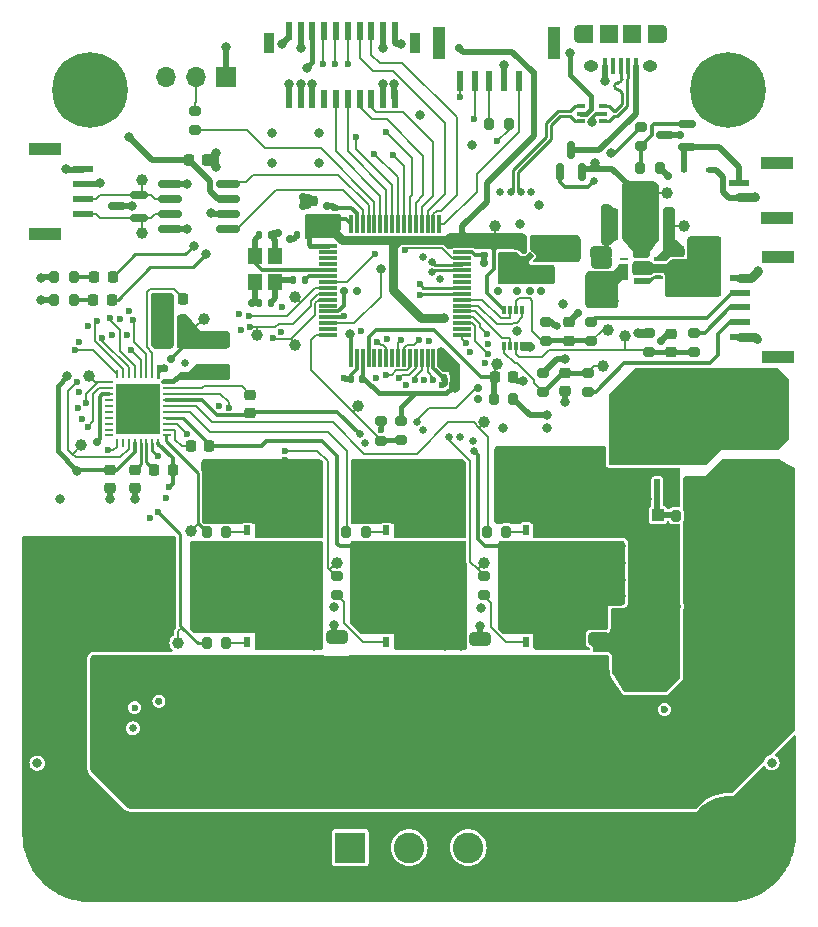
<source format=gtl>
G04 #@! TF.GenerationSoftware,KiCad,Pcbnew,(6.0.2)*
G04 #@! TF.CreationDate,2022-07-28T14:34:32+02:00*
G04 #@! TF.ProjectId,progetto_motor_controller,70726f67-6574-4746-9f5f-6d6f746f725f,rev?*
G04 #@! TF.SameCoordinates,Original*
G04 #@! TF.FileFunction,Copper,L1,Top*
G04 #@! TF.FilePolarity,Positive*
%FSLAX46Y46*%
G04 Gerber Fmt 4.6, Leading zero omitted, Abs format (unit mm)*
G04 Created by KiCad (PCBNEW (6.0.2)) date 2022-07-28 14:34:32*
%MOMM*%
%LPD*%
G01*
G04 APERTURE LIST*
G04 Aperture macros list*
%AMRoundRect*
0 Rectangle with rounded corners*
0 $1 Rounding radius*
0 $2 $3 $4 $5 $6 $7 $8 $9 X,Y pos of 4 corners*
0 Add a 4 corners polygon primitive as box body*
4,1,4,$2,$3,$4,$5,$6,$7,$8,$9,$2,$3,0*
0 Add four circle primitives for the rounded corners*
1,1,$1+$1,$2,$3*
1,1,$1+$1,$4,$5*
1,1,$1+$1,$6,$7*
1,1,$1+$1,$8,$9*
0 Add four rect primitives between the rounded corners*
20,1,$1+$1,$2,$3,$4,$5,0*
20,1,$1+$1,$4,$5,$6,$7,0*
20,1,$1+$1,$6,$7,$8,$9,0*
20,1,$1+$1,$8,$9,$2,$3,0*%
%AMRotRect*
0 Rectangle, with rotation*
0 The origin of the aperture is its center*
0 $1 length*
0 $2 width*
0 $3 Rotation angle, in degrees counterclockwise*
0 Add horizontal line*
21,1,$1,$2,0,0,$3*%
%AMFreePoly0*
4,1,6,0.270000,0.070500,0.090000,-0.105000,-0.090000,-0.105000,-0.090000,0.105000,0.270000,0.105000,0.270000,0.070500,0.270000,0.070500,$1*%
%AMFreePoly1*
4,1,6,0.090000,-0.105000,-0.090000,-0.105000,-0.270000,0.070500,-0.270000,0.105000,0.090000,0.105000,0.090000,-0.105000,0.090000,-0.105000,$1*%
G04 Aperture macros list end*
G04 #@! TA.AperFunction,SMDPad,CuDef*
%ADD10RoundRect,0.200000X0.275000X-0.200000X0.275000X0.200000X-0.275000X0.200000X-0.275000X-0.200000X0*%
G04 #@! TD*
G04 #@! TA.AperFunction,SMDPad,CuDef*
%ADD11RoundRect,0.218750X-0.218750X-0.256250X0.218750X-0.256250X0.218750X0.256250X-0.218750X0.256250X0*%
G04 #@! TD*
G04 #@! TA.AperFunction,SMDPad,CuDef*
%ADD12R,1.796999X5.403799*%
G04 #@! TD*
G04 #@! TA.AperFunction,SMDPad,CuDef*
%ADD13R,0.400000X1.350000*%
G04 #@! TD*
G04 #@! TA.AperFunction,ComponentPad*
%ADD14O,1.250000X0.950000*%
G04 #@! TD*
G04 #@! TA.AperFunction,SMDPad,CuDef*
%ADD15R,1.200000X1.550000*%
G04 #@! TD*
G04 #@! TA.AperFunction,ComponentPad*
%ADD16O,0.890000X1.550000*%
G04 #@! TD*
G04 #@! TA.AperFunction,SMDPad,CuDef*
%ADD17R,1.500000X1.550000*%
G04 #@! TD*
G04 #@! TA.AperFunction,SMDPad,CuDef*
%ADD18RoundRect,0.200000X0.200000X0.275000X-0.200000X0.275000X-0.200000X-0.275000X0.200000X-0.275000X0*%
G04 #@! TD*
G04 #@! TA.AperFunction,SMDPad,CuDef*
%ADD19R,1.000000X1.000000*%
G04 #@! TD*
G04 #@! TA.AperFunction,SMDPad,CuDef*
%ADD20RoundRect,0.250000X0.650000X-0.325000X0.650000X0.325000X-0.650000X0.325000X-0.650000X-0.325000X0*%
G04 #@! TD*
G04 #@! TA.AperFunction,SMDPad,CuDef*
%ADD21C,1.000000*%
G04 #@! TD*
G04 #@! TA.AperFunction,SMDPad,CuDef*
%ADD22RoundRect,0.200000X-0.200000X-0.275000X0.200000X-0.275000X0.200000X0.275000X-0.200000X0.275000X0*%
G04 #@! TD*
G04 #@! TA.AperFunction,SMDPad,CuDef*
%ADD23R,5.403799X1.796999*%
G04 #@! TD*
G04 #@! TA.AperFunction,SMDPad,CuDef*
%ADD24RoundRect,0.140000X-0.140000X-0.170000X0.140000X-0.170000X0.140000X0.170000X-0.140000X0.170000X0*%
G04 #@! TD*
G04 #@! TA.AperFunction,SMDPad,CuDef*
%ADD25R,0.600000X0.800000*%
G04 #@! TD*
G04 #@! TA.AperFunction,SMDPad,CuDef*
%ADD26R,4.410000X4.550000*%
G04 #@! TD*
G04 #@! TA.AperFunction,SMDPad,CuDef*
%ADD27R,0.500000X0.850000*%
G04 #@! TD*
G04 #@! TA.AperFunction,SMDPad,CuDef*
%ADD28RoundRect,0.250000X-1.075000X0.375000X-1.075000X-0.375000X1.075000X-0.375000X1.075000X0.375000X0*%
G04 #@! TD*
G04 #@! TA.AperFunction,SMDPad,CuDef*
%ADD29RoundRect,0.225000X-0.225000X-0.250000X0.225000X-0.250000X0.225000X0.250000X-0.225000X0.250000X0*%
G04 #@! TD*
G04 #@! TA.AperFunction,SMDPad,CuDef*
%ADD30RoundRect,0.225000X0.250000X-0.225000X0.250000X0.225000X-0.250000X0.225000X-0.250000X-0.225000X0*%
G04 #@! TD*
G04 #@! TA.AperFunction,SMDPad,CuDef*
%ADD31R,1.400000X0.390000*%
G04 #@! TD*
G04 #@! TA.AperFunction,SMDPad,CuDef*
%ADD32R,0.700000X0.250000*%
G04 #@! TD*
G04 #@! TA.AperFunction,SMDPad,CuDef*
%ADD33R,1.250000X0.390000*%
G04 #@! TD*
G04 #@! TA.AperFunction,SMDPad,CuDef*
%ADD34RoundRect,0.225000X0.225000X0.250000X-0.225000X0.250000X-0.225000X-0.250000X0.225000X-0.250000X0*%
G04 #@! TD*
G04 #@! TA.AperFunction,SMDPad,CuDef*
%ADD35R,0.300000X0.800000*%
G04 #@! TD*
G04 #@! TA.AperFunction,SMDPad,CuDef*
%ADD36RoundRect,0.200000X-0.275000X0.200000X-0.275000X-0.200000X0.275000X-0.200000X0.275000X0.200000X0*%
G04 #@! TD*
G04 #@! TA.AperFunction,ComponentPad*
%ADD37C,0.800000*%
G04 #@! TD*
G04 #@! TA.AperFunction,ComponentPad*
%ADD38C,6.400000*%
G04 #@! TD*
G04 #@! TA.AperFunction,SMDPad,CuDef*
%ADD39R,0.650000X0.400000*%
G04 #@! TD*
G04 #@! TA.AperFunction,SMDPad,CuDef*
%ADD40RoundRect,0.140000X-0.170000X0.140000X-0.170000X-0.140000X0.170000X-0.140000X0.170000X0.140000X0*%
G04 #@! TD*
G04 #@! TA.AperFunction,SMDPad,CuDef*
%ADD41R,0.600000X0.450000*%
G04 #@! TD*
G04 #@! TA.AperFunction,ComponentPad*
%ADD42R,2.400000X2.400000*%
G04 #@! TD*
G04 #@! TA.AperFunction,ComponentPad*
%ADD43C,2.400000*%
G04 #@! TD*
G04 #@! TA.AperFunction,SMDPad,CuDef*
%ADD44RoundRect,0.075000X-0.700000X-0.075000X0.700000X-0.075000X0.700000X0.075000X-0.700000X0.075000X0*%
G04 #@! TD*
G04 #@! TA.AperFunction,SMDPad,CuDef*
%ADD45RoundRect,0.075000X-0.075000X-0.700000X0.075000X-0.700000X0.075000X0.700000X-0.075000X0.700000X0*%
G04 #@! TD*
G04 #@! TA.AperFunction,SMDPad,CuDef*
%ADD46R,2.800000X1.000000*%
G04 #@! TD*
G04 #@! TA.AperFunction,SMDPad,CuDef*
%ADD47R,1.800000X0.600000*%
G04 #@! TD*
G04 #@! TA.AperFunction,SMDPad,CuDef*
%ADD48RoundRect,0.140000X0.170000X-0.140000X0.170000X0.140000X-0.170000X0.140000X-0.170000X-0.140000X0*%
G04 #@! TD*
G04 #@! TA.AperFunction,SMDPad,CuDef*
%ADD49RoundRect,0.150000X0.587500X0.150000X-0.587500X0.150000X-0.587500X-0.150000X0.587500X-0.150000X0*%
G04 #@! TD*
G04 #@! TA.AperFunction,SMDPad,CuDef*
%ADD50R,0.450000X0.600000*%
G04 #@! TD*
G04 #@! TA.AperFunction,SMDPad,CuDef*
%ADD51RoundRect,0.150000X0.150000X-0.587500X0.150000X0.587500X-0.150000X0.587500X-0.150000X-0.587500X0*%
G04 #@! TD*
G04 #@! TA.AperFunction,SMDPad,CuDef*
%ADD52RoundRect,0.140000X0.140000X0.170000X-0.140000X0.170000X-0.140000X-0.170000X0.140000X-0.170000X0*%
G04 #@! TD*
G04 #@! TA.AperFunction,SMDPad,CuDef*
%ADD53R,0.850000X1.800000*%
G04 #@! TD*
G04 #@! TA.AperFunction,SMDPad,CuDef*
%ADD54R,0.600000X1.600000*%
G04 #@! TD*
G04 #@! TA.AperFunction,SMDPad,CuDef*
%ADD55RoundRect,0.225000X-0.250000X0.225000X-0.250000X-0.225000X0.250000X-0.225000X0.250000X0.225000X0*%
G04 #@! TD*
G04 #@! TA.AperFunction,ComponentPad*
%ADD56R,2.600000X2.600000*%
G04 #@! TD*
G04 #@! TA.AperFunction,ComponentPad*
%ADD57C,2.600000*%
G04 #@! TD*
G04 #@! TA.AperFunction,SMDPad,CuDef*
%ADD58R,1.000000X2.800000*%
G04 #@! TD*
G04 #@! TA.AperFunction,SMDPad,CuDef*
%ADD59R,0.600000X1.800000*%
G04 #@! TD*
G04 #@! TA.AperFunction,ComponentPad*
%ADD60R,1.700000X1.700000*%
G04 #@! TD*
G04 #@! TA.AperFunction,ComponentPad*
%ADD61O,1.700000X1.700000*%
G04 #@! TD*
G04 #@! TA.AperFunction,SMDPad,CuDef*
%ADD62R,1.200000X1.400000*%
G04 #@! TD*
G04 #@! TA.AperFunction,SMDPad,CuDef*
%ADD63R,0.757199X0.254800*%
G04 #@! TD*
G04 #@! TA.AperFunction,SMDPad,CuDef*
%ADD64R,0.254800X0.757199*%
G04 #@! TD*
G04 #@! TA.AperFunction,SMDPad,CuDef*
%ADD65R,3.708400X4.191000*%
G04 #@! TD*
G04 #@! TA.AperFunction,SMDPad,CuDef*
%ADD66RoundRect,0.150000X0.825000X0.150000X-0.825000X0.150000X-0.825000X-0.150000X0.825000X-0.150000X0*%
G04 #@! TD*
G04 #@! TA.AperFunction,SMDPad,CuDef*
%ADD67RoundRect,0.135000X0.135000X0.185000X-0.135000X0.185000X-0.135000X-0.185000X0.135000X-0.185000X0*%
G04 #@! TD*
G04 #@! TA.AperFunction,SMDPad,CuDef*
%ADD68FreePoly0,0.000000*%
G04 #@! TD*
G04 #@! TA.AperFunction,SMDPad,CuDef*
%ADD69FreePoly1,180.000000*%
G04 #@! TD*
G04 #@! TA.AperFunction,SMDPad,CuDef*
%ADD70FreePoly0,180.000000*%
G04 #@! TD*
G04 #@! TA.AperFunction,SMDPad,CuDef*
%ADD71FreePoly1,0.000000*%
G04 #@! TD*
G04 #@! TA.AperFunction,SMDPad,CuDef*
%ADD72RotRect,0.480000X0.480000X45.000000*%
G04 #@! TD*
G04 #@! TA.AperFunction,ViaPad*
%ADD73C,0.800000*%
G04 #@! TD*
G04 #@! TA.AperFunction,ViaPad*
%ADD74C,0.700000*%
G04 #@! TD*
G04 #@! TA.AperFunction,ViaPad*
%ADD75C,0.600000*%
G04 #@! TD*
G04 #@! TA.AperFunction,ViaPad*
%ADD76C,0.650000*%
G04 #@! TD*
G04 #@! TA.AperFunction,Conductor*
%ADD77C,0.300000*%
G04 #@! TD*
G04 #@! TA.AperFunction,Conductor*
%ADD78C,0.250000*%
G04 #@! TD*
G04 #@! TA.AperFunction,Conductor*
%ADD79C,0.400000*%
G04 #@! TD*
G04 #@! TA.AperFunction,Conductor*
%ADD80C,0.500000*%
G04 #@! TD*
G04 #@! TA.AperFunction,Conductor*
%ADD81C,0.750000*%
G04 #@! TD*
G04 #@! TA.AperFunction,Conductor*
%ADD82C,0.200000*%
G04 #@! TD*
G04 #@! TA.AperFunction,Conductor*
%ADD83C,0.240000*%
G04 #@! TD*
G04 APERTURE END LIST*
D10*
X127300000Y-108575000D03*
X127300000Y-106925000D03*
D11*
X89312500Y-98800000D03*
X90887500Y-98800000D03*
D12*
X91000000Y-133745800D03*
X91000000Y-124154200D03*
D10*
X113600000Y-112700000D03*
X113600000Y-111050000D03*
D13*
X135200000Y-80950000D03*
X134550000Y-80950000D03*
X133900000Y-80950000D03*
X133250000Y-80950000D03*
X132600000Y-80950000D03*
D14*
X136400000Y-80950000D03*
D15*
X131000000Y-78250000D03*
D16*
X130400000Y-78250000D03*
D14*
X131400000Y-80950000D03*
D15*
X136800000Y-78250000D03*
D17*
X132900000Y-78250000D03*
X134900000Y-78250000D03*
D16*
X137400000Y-78250000D03*
D18*
X100525000Y-120450000D03*
X98875000Y-120450000D03*
D19*
X137050000Y-119000000D03*
X134550000Y-119000000D03*
D20*
X132250000Y-99775000D03*
X132250000Y-96825000D03*
X122000000Y-132425000D03*
X122000000Y-129475000D03*
D21*
X122350000Y-111150000D03*
X139250000Y-94550000D03*
D22*
X136425000Y-93500000D03*
X138075000Y-93500000D03*
D23*
X145686200Y-128950000D03*
X136094600Y-128950000D03*
D24*
X103320000Y-95300000D03*
X104280000Y-95300000D03*
D10*
X127600000Y-104275000D03*
X127600000Y-102625000D03*
D25*
X129705000Y-135575000D03*
D26*
X127800000Y-133700000D03*
D25*
X127165000Y-135575000D03*
X125895000Y-135575000D03*
X128435000Y-135575000D03*
D27*
X125895000Y-129750000D03*
X129705000Y-129750000D03*
X128435000Y-129750000D03*
X127165000Y-129750000D03*
D28*
X99450000Y-104050000D03*
X99450000Y-106850000D03*
D29*
X97325000Y-88950000D03*
X98875000Y-88950000D03*
D30*
X107800000Y-93975000D03*
X107800000Y-92425000D03*
D21*
X109850000Y-123050000D03*
D25*
X116605000Y-126075000D03*
X117875000Y-126075000D03*
D26*
X115970000Y-124200000D03*
D25*
X114065000Y-126075000D03*
X115335000Y-126075000D03*
D27*
X114065000Y-120250000D03*
X116605000Y-120250000D03*
X115335000Y-120250000D03*
X117875000Y-120250000D03*
D10*
X109850000Y-125775000D03*
X109850000Y-124125000D03*
D31*
X135660000Y-97710000D03*
X135650000Y-98490000D03*
D32*
X137100000Y-98850000D03*
X137100000Y-98350000D03*
X137100000Y-97850000D03*
X137100000Y-97350000D03*
X134200000Y-97350000D03*
X134200000Y-97850000D03*
X134200000Y-98350000D03*
X134200000Y-98850000D03*
D33*
X135650000Y-99210000D03*
X135650000Y-96990000D03*
D25*
X127165000Y-126075000D03*
X125895000Y-126075000D03*
X128435000Y-126075000D03*
X129705000Y-126075000D03*
D26*
X127800000Y-124200000D03*
D27*
X125895000Y-120250000D03*
X127165000Y-120250000D03*
X129705000Y-120250000D03*
X128435000Y-120250000D03*
D34*
X96825000Y-102550000D03*
X95275000Y-102550000D03*
X96825000Y-104350000D03*
X95275000Y-104350000D03*
D35*
X124050000Y-104700000D03*
X124550000Y-104700000D03*
X125050000Y-104700000D03*
X125550000Y-104700000D03*
X125550000Y-101600000D03*
X125050000Y-101600000D03*
X124550000Y-101600000D03*
X124050000Y-101600000D03*
D36*
X135650000Y-86125000D03*
X135650000Y-87775000D03*
D37*
X87302944Y-144302944D03*
X89000000Y-143600000D03*
X91400000Y-146000000D03*
X90697056Y-147697056D03*
X87302944Y-147697056D03*
X89000000Y-148400000D03*
X86600000Y-146000000D03*
D38*
X89000000Y-146000000D03*
D37*
X90697056Y-144302944D03*
D21*
X111650000Y-109800000D03*
X134300000Y-103850000D03*
D39*
X132400000Y-85650000D03*
X132400000Y-85000000D03*
X132400000Y-84350000D03*
X130500000Y-84350000D03*
X130500000Y-85000000D03*
X130500000Y-85650000D03*
D34*
X134825000Y-95300000D03*
X133275000Y-95300000D03*
D40*
X122300000Y-96020000D03*
X122300000Y-96980000D03*
D18*
X124825000Y-109150000D03*
X123175000Y-109150000D03*
D25*
X102295000Y-135575000D03*
X103565000Y-135575000D03*
X106105000Y-135575000D03*
D26*
X104200000Y-133700000D03*
D25*
X104835000Y-135575000D03*
D27*
X102295000Y-129750000D03*
X103565000Y-129750000D03*
X104835000Y-129750000D03*
X106105000Y-129750000D03*
D10*
X97900000Y-86425000D03*
X97900000Y-84775000D03*
D41*
X141350000Y-89800000D03*
X139250000Y-89800000D03*
D42*
X144000000Y-115550000D03*
D43*
X144000000Y-112050000D03*
D44*
X109125000Y-96250000D03*
X109125000Y-96750000D03*
X109125000Y-97250000D03*
X109125000Y-97750000D03*
X109125000Y-98250000D03*
X109125000Y-98750000D03*
X109125000Y-99250000D03*
X109125000Y-99750000D03*
X109125000Y-100250000D03*
X109125000Y-100750000D03*
X109125000Y-101250000D03*
X109125000Y-101750000D03*
X109125000Y-102250000D03*
X109125000Y-102750000D03*
X109125000Y-103250000D03*
X109125000Y-103750000D03*
D45*
X111050000Y-105675000D03*
X111550000Y-105675000D03*
X112050000Y-105675000D03*
X112550000Y-105675000D03*
X113050000Y-105675000D03*
X113550000Y-105675000D03*
X114050000Y-105675000D03*
X114550000Y-105675000D03*
X115050000Y-105675000D03*
X115550000Y-105675000D03*
X116050000Y-105675000D03*
X116550000Y-105675000D03*
X117050000Y-105675000D03*
X117550000Y-105675000D03*
X118050000Y-105675000D03*
X118550000Y-105675000D03*
D44*
X120475000Y-103750000D03*
X120475000Y-103250000D03*
X120475000Y-102750000D03*
X120475000Y-102250000D03*
X120475000Y-101750000D03*
X120475000Y-101250000D03*
X120475000Y-100750000D03*
X120475000Y-100250000D03*
X120475000Y-99750000D03*
X120475000Y-99250000D03*
X120475000Y-98750000D03*
X120475000Y-98250000D03*
X120475000Y-97750000D03*
X120475000Y-97250000D03*
X120475000Y-96750000D03*
X120475000Y-96250000D03*
D45*
X118550000Y-94325000D03*
X118050000Y-94325000D03*
X117550000Y-94325000D03*
X117050000Y-94325000D03*
X116550000Y-94325000D03*
X116050000Y-94325000D03*
X115550000Y-94325000D03*
X115050000Y-94325000D03*
X114550000Y-94325000D03*
X114050000Y-94325000D03*
X113550000Y-94325000D03*
X113050000Y-94325000D03*
X112550000Y-94325000D03*
X112050000Y-94325000D03*
X111550000Y-94325000D03*
X111050000Y-94325000D03*
D46*
X147100000Y-93850000D03*
X147100000Y-89150000D03*
D47*
X143900000Y-92125000D03*
X143900000Y-90875000D03*
D34*
X96875000Y-100700000D03*
X95325000Y-100700000D03*
D30*
X129500000Y-104225000D03*
X129500000Y-102675000D03*
D21*
X93400000Y-90600000D03*
X122325000Y-123050000D03*
X97500000Y-120350000D03*
D18*
X87575000Y-98850000D03*
X85925000Y-98850000D03*
D21*
X137850000Y-91750000D03*
D48*
X109700000Y-93930000D03*
X109700000Y-92970000D03*
D30*
X138200000Y-105175000D03*
X138200000Y-103625000D03*
D49*
X139537500Y-87800000D03*
X139537500Y-85900000D03*
X137662500Y-86850000D03*
D29*
X123225000Y-107300000D03*
X124775000Y-107300000D03*
D46*
X85200000Y-88000000D03*
X85200000Y-95200000D03*
D47*
X88400000Y-89725000D03*
X88400000Y-90975000D03*
X88400000Y-92225000D03*
X88400000Y-93475000D03*
D50*
X139400000Y-116100000D03*
X139400000Y-114000000D03*
D51*
X128750000Y-89987500D03*
X130650000Y-89987500D03*
X129700000Y-88112500D03*
D18*
X124425000Y-85900000D03*
X122775000Y-85900000D03*
D52*
X104280000Y-101000000D03*
X103320000Y-101000000D03*
D12*
X132000000Y-139354200D03*
X132000000Y-148945800D03*
D29*
X136475000Y-95300000D03*
X138025000Y-95300000D03*
D53*
X116475000Y-79050000D03*
X104125000Y-79050000D03*
D54*
X114800000Y-83750000D03*
X114800000Y-78050000D03*
X113800000Y-83750000D03*
X113800000Y-78050000D03*
X112800000Y-83750000D03*
X112800000Y-78050000D03*
X111800000Y-83750000D03*
X111800000Y-78050000D03*
X110800000Y-83750000D03*
X110800000Y-78050000D03*
X109800000Y-83750000D03*
X109800000Y-78050000D03*
X108800000Y-83750000D03*
X108800000Y-78050000D03*
X107800000Y-83750000D03*
X107800000Y-78050000D03*
X106800000Y-83750000D03*
X106800000Y-78050000D03*
X105800000Y-83750000D03*
X105800000Y-78050000D03*
D55*
X127800000Y-96850000D03*
X127800000Y-98400000D03*
D36*
X138800000Y-96740000D03*
X138800000Y-98390000D03*
D21*
X96450000Y-129800000D03*
X132800000Y-103300000D03*
D56*
X111000000Y-147150000D03*
D57*
X116000000Y-147150000D03*
X121000000Y-147150000D03*
D58*
X118550000Y-79000000D03*
X128250000Y-79000000D03*
D59*
X126525000Y-82200000D03*
X125275000Y-82200000D03*
X124025000Y-82200000D03*
X122775000Y-82200000D03*
X121525000Y-82200000D03*
X120275000Y-82200000D03*
D60*
X100450000Y-81900000D03*
D61*
X97910000Y-81900000D03*
X95370000Y-81900000D03*
D20*
X132050000Y-132425000D03*
X132050000Y-129475000D03*
D21*
X88900000Y-107250000D03*
X88200000Y-113100000D03*
D34*
X95975000Y-115200000D03*
X94425000Y-115200000D03*
D55*
X92750000Y-115175000D03*
X92750000Y-116725000D03*
D52*
X107480000Y-95300000D03*
X106520000Y-95300000D03*
D26*
X115970000Y-133700000D03*
D25*
X116605000Y-135575000D03*
X117875000Y-135575000D03*
X115335000Y-135575000D03*
X114065000Y-135575000D03*
D27*
X114065000Y-129750000D03*
X115335000Y-129750000D03*
X116605000Y-129750000D03*
X117875000Y-129750000D03*
D18*
X124225000Y-120400000D03*
X122575000Y-120400000D03*
D21*
X123250000Y-94550000D03*
D30*
X102550000Y-110375000D03*
X102550000Y-108825000D03*
D62*
X102950000Y-97100000D03*
X102950000Y-99300000D03*
X104650000Y-99300000D03*
X104650000Y-97100000D03*
D36*
X115300000Y-111025000D03*
X115300000Y-112675000D03*
D63*
X95450000Y-112250002D03*
X95450000Y-111750000D03*
X95450000Y-111250001D03*
X95450000Y-110750002D03*
X95450000Y-110250001D03*
X95450000Y-109750001D03*
X95450000Y-109250000D03*
X95450000Y-108750001D03*
X95450000Y-108250002D03*
X95450000Y-107750000D03*
D64*
X94749999Y-107080000D03*
X94250000Y-107080000D03*
X93750001Y-107080000D03*
X93250000Y-107080000D03*
X92750000Y-107080000D03*
X92249999Y-107080000D03*
X91750000Y-107080000D03*
X91250001Y-107080000D03*
D63*
X90550000Y-107749999D03*
X90550000Y-108250001D03*
X90550000Y-108750000D03*
X90550000Y-109249999D03*
X90550000Y-109750000D03*
X90550000Y-110250000D03*
X90550000Y-110750001D03*
X90550000Y-111250000D03*
X90550000Y-111749999D03*
X90550000Y-112250001D03*
D64*
X91250001Y-112918600D03*
X91750000Y-112918600D03*
X92249999Y-112918600D03*
X92750000Y-112918600D03*
X93250000Y-112918600D03*
X93750001Y-112918600D03*
X94250000Y-112918600D03*
X94749999Y-112918600D03*
D65*
X93000000Y-110000000D03*
D21*
X103100000Y-103750000D03*
D25*
X102295000Y-126075000D03*
D26*
X104200000Y-124200000D03*
D25*
X103565000Y-126075000D03*
X106105000Y-126075000D03*
X104835000Y-126075000D03*
D27*
X102295000Y-120250000D03*
X104835000Y-120250000D03*
X106105000Y-120250000D03*
X103565000Y-120250000D03*
D55*
X90700000Y-115150000D03*
X90700000Y-116700000D03*
D46*
X147225000Y-97150000D03*
X147225000Y-105650000D03*
D47*
X144025000Y-103900000D03*
X144025000Y-102650000D03*
X144025000Y-101400000D03*
X144025000Y-100150000D03*
X144025000Y-98900000D03*
D55*
X129200000Y-106975000D03*
X129200000Y-108525000D03*
D26*
X135100000Y-112450000D03*
D25*
X134465000Y-110575000D03*
X133195000Y-110575000D03*
X137005000Y-110575000D03*
X135735000Y-110575000D03*
D27*
X137005000Y-116400000D03*
X134465000Y-116400000D03*
X133195000Y-116400000D03*
X135735000Y-116400000D03*
D20*
X109850000Y-132225000D03*
X109850000Y-129275000D03*
D66*
X100675000Y-94755000D03*
X100675000Y-93485000D03*
X100675000Y-92215000D03*
X100675000Y-90945000D03*
X95725000Y-90945000D03*
X95725000Y-92215000D03*
X95725000Y-93485000D03*
X95725000Y-94755000D03*
D21*
X123450000Y-106200000D03*
D34*
X134800000Y-93500000D03*
X133250000Y-93500000D03*
D10*
X122300000Y-125775000D03*
X122300000Y-124125000D03*
D36*
X131100000Y-106925000D03*
X131100000Y-108575000D03*
D34*
X99075000Y-113150000D03*
X97525000Y-113150000D03*
D67*
X107185000Y-99075000D03*
X106165000Y-99075000D03*
D21*
X93350000Y-95100000D03*
D10*
X140100000Y-105225000D03*
X140100000Y-103575000D03*
X131400000Y-104275000D03*
X131400000Y-102625000D03*
D18*
X87575000Y-100750000D03*
X85925000Y-100750000D03*
X140225000Y-119050000D03*
X138575000Y-119050000D03*
D52*
X119900000Y-107400000D03*
X118940000Y-107400000D03*
D37*
X141302944Y-144302944D03*
X144697056Y-144302944D03*
X143000000Y-143600000D03*
X141302944Y-147697056D03*
D38*
X143000000Y-146000000D03*
D37*
X140600000Y-146000000D03*
X145400000Y-146000000D03*
X144697056Y-147697056D03*
X143000000Y-148400000D03*
D21*
X132400000Y-106350000D03*
X98600000Y-102350000D03*
D49*
X93137500Y-93800000D03*
X93137500Y-91900000D03*
X91262500Y-92850000D03*
D55*
X124500000Y-95925000D03*
X124500000Y-97475000D03*
D52*
X112030000Y-107500000D03*
X111070000Y-107500000D03*
D11*
X89262500Y-100750000D03*
X90837500Y-100750000D03*
D18*
X137225000Y-89600000D03*
X135575000Y-89600000D03*
D21*
X106350000Y-104600000D03*
D12*
X100000000Y-139354200D03*
X100000000Y-148945800D03*
D18*
X112325000Y-120450000D03*
X110675000Y-120450000D03*
D37*
X141302944Y-84697056D03*
X141302944Y-81302944D03*
X143000000Y-80600000D03*
X144697056Y-81302944D03*
X143000000Y-85400000D03*
D38*
X143000000Y-83000000D03*
D37*
X140600000Y-83000000D03*
X144697056Y-84697056D03*
X145400000Y-83000000D03*
D18*
X100525000Y-129850000D03*
X98875000Y-129850000D03*
D37*
X90697056Y-84697056D03*
X89000000Y-80600000D03*
X90697056Y-81302944D03*
D38*
X89000000Y-83000000D03*
D37*
X91400000Y-83000000D03*
X89000000Y-85400000D03*
X86600000Y-83000000D03*
X87302944Y-81302944D03*
X87302944Y-84697056D03*
D10*
X136300000Y-105225000D03*
X136300000Y-103575000D03*
D21*
X106350000Y-100500000D03*
D68*
X125680000Y-96775000D03*
D69*
X125680000Y-97425000D03*
D70*
X126720000Y-97425000D03*
D71*
X126720000Y-96775000D03*
D72*
X126200000Y-97100000D03*
D73*
X118900000Y-102300000D03*
X100500000Y-79350000D03*
X106800000Y-79450000D03*
X119900000Y-108200000D03*
X113800000Y-79450000D03*
D74*
X120200000Y-79450000D03*
D73*
X99600000Y-88350000D03*
X138000000Y-146750000D03*
X134800000Y-117650000D03*
X89800000Y-90900000D03*
X86400000Y-117650000D03*
D74*
X126200000Y-100000000D03*
X125000000Y-99000000D03*
D73*
X97200000Y-90950000D03*
D74*
X139000000Y-99150000D03*
X142000000Y-97950000D03*
D73*
X107300000Y-81100000D03*
X126400000Y-114950000D03*
X134800000Y-120350000D03*
D74*
X140000000Y-100000000D03*
D73*
X102000000Y-116250000D03*
D75*
X118800000Y-108000000D03*
D73*
X107600000Y-114950000D03*
D76*
X118575000Y-99000000D03*
D73*
X114250000Y-114950000D03*
X138000000Y-147850000D03*
X118450000Y-114950000D03*
X133400000Y-120350000D03*
X136900000Y-144550000D03*
D75*
X99850000Y-109750000D03*
D73*
X136900000Y-146750000D03*
D74*
X132550000Y-95800000D03*
X125900000Y-98200000D03*
D75*
X113200000Y-107350500D03*
X111900000Y-103450000D03*
D73*
X95100000Y-147850000D03*
X94000000Y-144550000D03*
X129200000Y-116250000D03*
X134800000Y-115450000D03*
X111450000Y-114950000D03*
D75*
X94400000Y-126700000D03*
D73*
X123600000Y-119050000D03*
X92500000Y-92850000D03*
X102000000Y-119050000D03*
D74*
X138950000Y-100000000D03*
D73*
X135800000Y-145650000D03*
X103400000Y-117650000D03*
D75*
X137600000Y-135450000D03*
D76*
X97050000Y-106150000D03*
D73*
X103400000Y-114950000D03*
D75*
X94500000Y-102550000D03*
D73*
X111450000Y-119050000D03*
X100600000Y-116250000D03*
D75*
X122650000Y-104500000D03*
D73*
X114700000Y-82500000D03*
X115650000Y-117650000D03*
X94000000Y-146750000D03*
X106200000Y-114950000D03*
X99200000Y-117650000D03*
X125400000Y-94350000D03*
D75*
X94500000Y-100500000D03*
X94800000Y-134750000D03*
D73*
X129200000Y-109450000D03*
D75*
X105200000Y-101350000D03*
D73*
X107800000Y-82500000D03*
D74*
X140000000Y-99000000D03*
D76*
X123700000Y-91650000D03*
D74*
X141000000Y-97000000D03*
X110500000Y-100000000D03*
D73*
X93600000Y-121550000D03*
X135800000Y-146750000D03*
X137900000Y-130650000D03*
X84850000Y-100750000D03*
D74*
X141000000Y-98000000D03*
D75*
X113600000Y-111800500D03*
D73*
X130600000Y-117650000D03*
X109600000Y-128300000D03*
D74*
X107000000Y-92800000D03*
D73*
X112850000Y-114950000D03*
X96200000Y-147850000D03*
X96200000Y-146750000D03*
D74*
X132550000Y-94025000D03*
D73*
X107600000Y-119050000D03*
D75*
X92250000Y-101750000D03*
D73*
X126900000Y-150150000D03*
X123600000Y-116250000D03*
D74*
X142000000Y-95950000D03*
D76*
X117200000Y-111750000D03*
D73*
X106800000Y-82500000D03*
X121350000Y-87700000D03*
D74*
X132550000Y-93025000D03*
D73*
X136900000Y-147850000D03*
X135800000Y-147850000D03*
X118450000Y-119050000D03*
D74*
X91500000Y-108250000D03*
D73*
X145450000Y-104050000D03*
X124000000Y-80850000D03*
X118450000Y-117650000D03*
X116900000Y-150150000D03*
X119850000Y-119050000D03*
X106200000Y-117650000D03*
X123900000Y-111650000D03*
X112850000Y-117650000D03*
X127800000Y-114950000D03*
X111450000Y-117650000D03*
X113800000Y-82500000D03*
X133400000Y-119050000D03*
D74*
X102700000Y-101000000D03*
D73*
X104800000Y-114950000D03*
D74*
X94500000Y-111750000D03*
D73*
X116900000Y-85150000D03*
X136400000Y-130650000D03*
D74*
X124000000Y-99000000D03*
D73*
X112850000Y-119050000D03*
X137400000Y-122750000D03*
D76*
X121390414Y-112754769D03*
D73*
X132000000Y-116250000D03*
D74*
X137300000Y-104250000D03*
D73*
X127800000Y-116250000D03*
D75*
X93150000Y-126700000D03*
D73*
X108400000Y-89150000D03*
X135900000Y-119050000D03*
X132000000Y-113650000D03*
D74*
X104900000Y-95100000D03*
D73*
X119850000Y-117650000D03*
X130600000Y-114950000D03*
X118450000Y-116250000D03*
X125000000Y-117650000D03*
X126400000Y-117650000D03*
D75*
X138700000Y-126700000D03*
D73*
X100600000Y-114950000D03*
D74*
X142000000Y-96950000D03*
D73*
X134700000Y-146750000D03*
X94000000Y-147850000D03*
X133400000Y-115450000D03*
X94000000Y-145650000D03*
X107600000Y-120350000D03*
X86400000Y-132650000D03*
X127700000Y-111650000D03*
X132600000Y-82250000D03*
D74*
X92550000Y-110450000D03*
D73*
X126200000Y-104725000D03*
X97400000Y-150150000D03*
X138500000Y-125650000D03*
D74*
X93450000Y-109600000D03*
D75*
X92100000Y-103750000D03*
D73*
X131475498Y-85675000D03*
D75*
X101725000Y-103300000D03*
D74*
X91500000Y-111750000D03*
D73*
X103400000Y-116250000D03*
D75*
X117650000Y-104250000D03*
D73*
X109650000Y-126800000D03*
X94700000Y-121550000D03*
D75*
X137650000Y-126700000D03*
D73*
X97300000Y-146750000D03*
X97300000Y-147850000D03*
D75*
X88000000Y-108550000D03*
D74*
X138000000Y-99150000D03*
D73*
X117050000Y-117650000D03*
X133400000Y-117650000D03*
D75*
X105150000Y-103500000D03*
X114150000Y-104100000D03*
D74*
X132550000Y-94800000D03*
X121800000Y-109150000D03*
D73*
X99200000Y-93450000D03*
D74*
X126800000Y-98200000D03*
D73*
X137400000Y-125650000D03*
X132000000Y-114950000D03*
X90700000Y-117600000D03*
D75*
X88824066Y-103000000D03*
D73*
X102400000Y-150150000D03*
X100600000Y-117650000D03*
D76*
X120300000Y-112350000D03*
D73*
X125000000Y-116250000D03*
X96200000Y-144550000D03*
D75*
X94050000Y-119250000D03*
D73*
X136150000Y-117650000D03*
X144400000Y-150150000D03*
X107600000Y-116250000D03*
X99200000Y-119050000D03*
D75*
X138550000Y-120450000D03*
D73*
X126400000Y-113650000D03*
X138500000Y-122750000D03*
D75*
X115715334Y-107965334D03*
D73*
X136900000Y-145650000D03*
D74*
X140000000Y-97000000D03*
D73*
X92400000Y-150150000D03*
X86400000Y-127650000D03*
X122050000Y-126850000D03*
X104400000Y-86650000D03*
X122000000Y-128400000D03*
D74*
X126900000Y-99000000D03*
D73*
X138500000Y-123850000D03*
X95100000Y-144550000D03*
D74*
X105900000Y-95600000D03*
D73*
X125000000Y-114950000D03*
X129200000Y-114950000D03*
X95800000Y-122650000D03*
X138000000Y-145650000D03*
D75*
X121150000Y-105200000D03*
D73*
X92500000Y-123750000D03*
D74*
X140000000Y-96000000D03*
D73*
X132000000Y-119050000D03*
X127800000Y-117650000D03*
D75*
X110450000Y-107350500D03*
D73*
X93600000Y-122650000D03*
X119850000Y-114950000D03*
D74*
X142000000Y-99950000D03*
X140000000Y-98000000D03*
X125100000Y-100000000D03*
D73*
X136150000Y-115450000D03*
D74*
X142000000Y-98950000D03*
X141000000Y-99000000D03*
D73*
X134400000Y-150150000D03*
D74*
X109050000Y-92850000D03*
D75*
X117250000Y-107550500D03*
D73*
X112850000Y-116250000D03*
X139400000Y-150150000D03*
D74*
X132750000Y-97750000D03*
D73*
X84850000Y-98900000D03*
X94700000Y-123750000D03*
X105800000Y-82500000D03*
D75*
X88000000Y-104300000D03*
D73*
X119850000Y-120350000D03*
X93600000Y-123750000D03*
D74*
X92550000Y-109600000D03*
D73*
X121900000Y-150150000D03*
X95100000Y-145650000D03*
D74*
X123500000Y-100000000D03*
D73*
X114250000Y-116250000D03*
D74*
X93450000Y-110450000D03*
D73*
X92750000Y-117600000D03*
D74*
X141000000Y-96000000D03*
X131750000Y-97750000D03*
D73*
X94700000Y-122650000D03*
X127000000Y-92750000D03*
X136100000Y-120350000D03*
X123600000Y-117650000D03*
D74*
X107000000Y-92100000D03*
D73*
X107600000Y-117650000D03*
D74*
X127190000Y-100000000D03*
X138900000Y-86850000D03*
D73*
X117050000Y-116250000D03*
D74*
X137900000Y-90250000D03*
D73*
X134700000Y-147850000D03*
X86400000Y-137650000D03*
X114250000Y-117650000D03*
D74*
X124000000Y-98200000D03*
D73*
X123600000Y-114950000D03*
X137400000Y-123850000D03*
X92500000Y-121550000D03*
X129200000Y-113650000D03*
X130600000Y-116250000D03*
D76*
X117200000Y-97150000D03*
D73*
X126400000Y-119050000D03*
X95800000Y-123750000D03*
X104400000Y-89150000D03*
X136300000Y-123850000D03*
X138000000Y-144550000D03*
X104800000Y-116250000D03*
D74*
X138000000Y-100000000D03*
D73*
X117050000Y-114950000D03*
D75*
X105500000Y-114350000D03*
D73*
X123600000Y-113650000D03*
D75*
X95400000Y-117550000D03*
X95700000Y-126700000D03*
D73*
X130600000Y-113650000D03*
X102000000Y-117650000D03*
D75*
X91550000Y-102350000D03*
X101575000Y-101975000D03*
D73*
X99200000Y-116250000D03*
D75*
X87950000Y-109950000D03*
D74*
X141000000Y-100000000D03*
D73*
X125000000Y-113650000D03*
D75*
X94550000Y-103750000D03*
D73*
X108400000Y-86650000D03*
X136300000Y-125650000D03*
X99200000Y-114950000D03*
D74*
X122300000Y-97670000D03*
X111600000Y-100000000D03*
D73*
X92500000Y-122650000D03*
X95000000Y-125150000D03*
X115650000Y-116250000D03*
X134400000Y-130650000D03*
D74*
X130250000Y-101850000D03*
D75*
X122400000Y-106100000D03*
D76*
X126300000Y-91650000D03*
D73*
X135800000Y-144550000D03*
X97300000Y-145650000D03*
D75*
X90850000Y-103750000D03*
D73*
X125000000Y-119050000D03*
X100600000Y-119050000D03*
X86400000Y-122650000D03*
X126400000Y-116250000D03*
X102000000Y-114950000D03*
X95100000Y-146750000D03*
X115650000Y-114950000D03*
D76*
X112250000Y-112900000D03*
D73*
X129200000Y-117650000D03*
X104800000Y-117650000D03*
X106200000Y-116250000D03*
X97200000Y-94750000D03*
D74*
X125000000Y-98200000D03*
X125900000Y-99000000D03*
D75*
X88250000Y-110900000D03*
D73*
X111900000Y-150150000D03*
X96200000Y-145650000D03*
X107400000Y-150150000D03*
X136300000Y-122750000D03*
X127800000Y-113650000D03*
X132000000Y-117650000D03*
X95800000Y-121550000D03*
X134700000Y-145650000D03*
D74*
X94500000Y-108250000D03*
D73*
X99600000Y-89550000D03*
X119850000Y-116250000D03*
X111450000Y-116250000D03*
X132000000Y-120350000D03*
X125650000Y-107650000D03*
X136300000Y-91150000D03*
D76*
X128509215Y-103013967D03*
D73*
X134800000Y-91150000D03*
X105200000Y-79100000D03*
X129650000Y-79850000D03*
X145300000Y-92100000D03*
X130050000Y-95750000D03*
X135400000Y-103600000D03*
X145500000Y-98350000D03*
X130050000Y-97150000D03*
X134800000Y-92550000D03*
X128650000Y-97150000D03*
X129000000Y-101100000D03*
X86900000Y-89700000D03*
X131722205Y-89150000D03*
X92250000Y-87000000D03*
X129200000Y-105750000D03*
X136300000Y-92550000D03*
X128650000Y-95750000D03*
X115300000Y-79100000D03*
X84500000Y-140000000D03*
X125100009Y-103398531D03*
D76*
X92600000Y-137050000D03*
D73*
X146700000Y-139950000D03*
D75*
X110510184Y-102158709D03*
X92750000Y-135300000D03*
D73*
X98750000Y-96900000D03*
D75*
X116900000Y-100400000D03*
D73*
X97750000Y-96200000D03*
D75*
X116900000Y-99450000D03*
D73*
X131300000Y-100900000D03*
X122050000Y-136450000D03*
X123300000Y-135750000D03*
X145400000Y-120150000D03*
X109950000Y-135050000D03*
X132300000Y-100900000D03*
X108700000Y-134350000D03*
X108700000Y-132950000D03*
X109950000Y-136450000D03*
X137650000Y-139900000D03*
X91900000Y-138650000D03*
X109950000Y-133650000D03*
X140650000Y-142150000D03*
X143900000Y-121650000D03*
X141900000Y-133650000D03*
X142400000Y-123200000D03*
X89400000Y-134150000D03*
X87050000Y-107250000D03*
X147850000Y-117550000D03*
X91900000Y-140400000D03*
X142400000Y-121650000D03*
X94150000Y-142150000D03*
D76*
X95200000Y-106574500D03*
D73*
X91900000Y-142150000D03*
X140650000Y-137900000D03*
X143900000Y-118650000D03*
X125800000Y-134350000D03*
X125800000Y-135750000D03*
X106200000Y-135750000D03*
X94150000Y-140400000D03*
X106200000Y-134350000D03*
X140650000Y-139900000D03*
X107450000Y-136450000D03*
X108700000Y-131550000D03*
X124550000Y-137850000D03*
X133300000Y-100900000D03*
X123300000Y-131550000D03*
X145400000Y-121650000D03*
X108700000Y-135750000D03*
X107450000Y-137850000D03*
X137650000Y-142150000D03*
X125800000Y-137150000D03*
X89400000Y-132650000D03*
X141900000Y-131150000D03*
X144450000Y-133650000D03*
X107450000Y-133650000D03*
X122050000Y-137850000D03*
X142400000Y-120150000D03*
X125800000Y-131550000D03*
X124550000Y-132250000D03*
X142400000Y-118650000D03*
X106200000Y-132950000D03*
X109950000Y-137850000D03*
X137650000Y-137900000D03*
X122050000Y-133650000D03*
X106200000Y-131550000D03*
X144450000Y-131150000D03*
X124550000Y-133650000D03*
X147150000Y-131150000D03*
X143900000Y-123200000D03*
X124550000Y-136450000D03*
X107450000Y-132250000D03*
X123300000Y-132950000D03*
X123300000Y-134350000D03*
X125800000Y-132950000D03*
X124550000Y-135050000D03*
X94150000Y-138650000D03*
X87900000Y-115250000D03*
X89400000Y-131250000D03*
X123300000Y-137150000D03*
X147150000Y-133650000D03*
X143900000Y-120150000D03*
X147850000Y-115150000D03*
X122050000Y-135050000D03*
X145400000Y-118650000D03*
X147850000Y-116350000D03*
X107450000Y-135050000D03*
X106200000Y-137150000D03*
X108700000Y-137150000D03*
X145400000Y-123200000D03*
X117600000Y-125850000D03*
X117600000Y-124450000D03*
X113400000Y-125850000D03*
X113400000Y-127250000D03*
X120400000Y-125850000D03*
X119000000Y-127250000D03*
X120400000Y-123050000D03*
X114800000Y-127250000D03*
X119000000Y-123050000D03*
X116200000Y-121650000D03*
X114800000Y-125850000D03*
X119000000Y-130050000D03*
X113400000Y-121650000D03*
X113400000Y-128650000D03*
X119000000Y-128650000D03*
X119000000Y-121650000D03*
X112000000Y-123050000D03*
X119000000Y-125850000D03*
X114800000Y-123050000D03*
X119000000Y-124450000D03*
X116200000Y-123050000D03*
X113400000Y-123050000D03*
X116200000Y-124450000D03*
X117600000Y-123050000D03*
X120400000Y-127250000D03*
X112000000Y-127250000D03*
X112000000Y-121650000D03*
X113400000Y-124450000D03*
X120400000Y-128650000D03*
X112000000Y-128650000D03*
X116200000Y-127250000D03*
X114800000Y-121650000D03*
X117600000Y-127250000D03*
X120400000Y-121650000D03*
X112000000Y-124450000D03*
X120400000Y-124450000D03*
X117600000Y-121650000D03*
X116200000Y-125850000D03*
X114800000Y-124450000D03*
X120400000Y-130050000D03*
X112000000Y-125850000D03*
D75*
X115600000Y-96574500D03*
X123450000Y-87350000D03*
D73*
X133100000Y-88350000D03*
X113600000Y-98150000D03*
D75*
X121500000Y-85450000D03*
X113100000Y-96900000D03*
X92600000Y-102500000D03*
X104500000Y-104000000D03*
X90700000Y-102300000D03*
X102500000Y-103100000D03*
X89600000Y-102600000D03*
X102400000Y-102150000D03*
D73*
X111000000Y-103650000D03*
D75*
X92400000Y-105000000D03*
X114000000Y-107100000D03*
X116800936Y-104203096D03*
X90023077Y-103976923D03*
X87700000Y-105050500D03*
X113300000Y-104325000D03*
X115150000Y-107400000D03*
X87850000Y-107750000D03*
X116450000Y-107550500D03*
X88625500Y-109500000D03*
X88800000Y-111500000D03*
X118050000Y-107550000D03*
X120800000Y-104450000D03*
D76*
X116650000Y-111100000D03*
D74*
X121800000Y-108250000D03*
D75*
X122700000Y-105350000D03*
X122550000Y-103700000D03*
D76*
X125425000Y-91650000D03*
X117941540Y-98425000D03*
X117941540Y-97575000D03*
X124575000Y-91650000D03*
D75*
X110800000Y-80800000D03*
X114000000Y-86600000D03*
X114600000Y-88500000D03*
X120300000Y-83600000D03*
X109700000Y-80800000D03*
X113050000Y-88400000D03*
X108700000Y-80800000D03*
X111500000Y-87000000D03*
X105500000Y-113550000D03*
X97200000Y-112150000D03*
D73*
X131100000Y-124450000D03*
X124100000Y-127250000D03*
X128300000Y-127250000D03*
D76*
X121475498Y-113600000D03*
D73*
X131100000Y-121650000D03*
X125500000Y-125850000D03*
X129700000Y-125850000D03*
D76*
X111828529Y-112162425D03*
D73*
X125500000Y-123050000D03*
X131100000Y-125850000D03*
X132500000Y-124450000D03*
X126900000Y-125850000D03*
X129700000Y-121650000D03*
X132500000Y-121650000D03*
X126900000Y-127250000D03*
X128300000Y-121650000D03*
X125500000Y-128650000D03*
X124100000Y-123050000D03*
X133900000Y-123050000D03*
X124100000Y-125850000D03*
X128300000Y-123050000D03*
X129700000Y-124450000D03*
X131100000Y-127250000D03*
X132500000Y-123050000D03*
X126900000Y-123050000D03*
X133900000Y-125850000D03*
X125500000Y-121650000D03*
X128300000Y-125850000D03*
X125500000Y-127250000D03*
X133900000Y-124450000D03*
X124100000Y-128650000D03*
X125500000Y-124450000D03*
X124100000Y-121650000D03*
X124100000Y-124450000D03*
X126900000Y-121650000D03*
X129700000Y-127250000D03*
X133900000Y-121650000D03*
X129700000Y-123050000D03*
X126900000Y-124450000D03*
X128300000Y-124450000D03*
X131100000Y-123050000D03*
X132500000Y-125850000D03*
D76*
X119400000Y-112375000D03*
D75*
X100700000Y-109900000D03*
X115275000Y-104150000D03*
X90500000Y-113500000D03*
X94700000Y-114000000D03*
X94700000Y-118700000D03*
D73*
X127700000Y-110550000D03*
D74*
X89550000Y-112800000D03*
X95850000Y-105800000D03*
D73*
X103700000Y-127250000D03*
X100900000Y-124450000D03*
X102300000Y-123050000D03*
X99500000Y-121650000D03*
X106500000Y-124450000D03*
X102300000Y-127250000D03*
X99500000Y-124450000D03*
X98100000Y-124450000D03*
X99500000Y-125850000D03*
X107900000Y-127250000D03*
X98100000Y-125850000D03*
X105100000Y-125850000D03*
X107900000Y-121650000D03*
X105100000Y-123050000D03*
X102300000Y-124450000D03*
X107900000Y-125850000D03*
X100900000Y-123050000D03*
X103700000Y-124450000D03*
X107900000Y-123050000D03*
X100900000Y-125850000D03*
X98100000Y-123050000D03*
X103700000Y-123050000D03*
X105100000Y-127250000D03*
X105100000Y-121650000D03*
X105100000Y-124450000D03*
D75*
X95650000Y-116650000D03*
D73*
X106500000Y-127250000D03*
X103700000Y-125850000D03*
X107900000Y-130050000D03*
X106500000Y-121650000D03*
X102300000Y-125850000D03*
X106500000Y-125850000D03*
X107900000Y-124450000D03*
X103700000Y-121650000D03*
X100900000Y-121650000D03*
X107900000Y-128650000D03*
X99500000Y-123050000D03*
X98100000Y-121650000D03*
X106500000Y-123050000D03*
X102300000Y-121650000D03*
D76*
X131600000Y-90750000D03*
D77*
X131750000Y-102275000D02*
X131400000Y-102625000D01*
X141225000Y-102275000D02*
X131750000Y-102275000D01*
X143350000Y-100150000D02*
X141225000Y-102275000D01*
X144025000Y-100150000D02*
X143350000Y-100150000D01*
D78*
X109125000Y-96275000D02*
X109125000Y-96250000D01*
D77*
X124050000Y-101600000D02*
X122600000Y-100150000D01*
D79*
X107480000Y-96080000D02*
X107600480Y-96200480D01*
D78*
X112050000Y-107250000D02*
X112030000Y-107270000D01*
D80*
X120200000Y-79450000D02*
X120550000Y-79800000D01*
D79*
X116449511Y-108699511D02*
X113399511Y-108699511D01*
X113399511Y-108699511D02*
X112200000Y-107500000D01*
D81*
X115750000Y-95700000D02*
X110299511Y-95700000D01*
D80*
X122600000Y-92450000D02*
X120500000Y-94550000D01*
X120550000Y-79800000D02*
X124725000Y-79800000D01*
D79*
X112200000Y-107500000D02*
X112030000Y-107500000D01*
D78*
X112030000Y-107270000D02*
X112030000Y-107500000D01*
D79*
X107600480Y-96200480D02*
X109125000Y-96200480D01*
D80*
X100500000Y-81850000D02*
X100450000Y-81900000D01*
D81*
X110299511Y-95700000D02*
X109299511Y-94700000D01*
D80*
X122600000Y-90850000D02*
X122600000Y-92450000D01*
D77*
X122600000Y-98750000D02*
X123200000Y-98150000D01*
D79*
X119900000Y-108200000D02*
X119589259Y-108200000D01*
D81*
X118900000Y-102300000D02*
X117000000Y-102300000D01*
D80*
X126525000Y-81600000D02*
X126525000Y-82200000D01*
D79*
X119589259Y-108200000D02*
X119089748Y-108699511D01*
D81*
X114650000Y-99950000D02*
X114650000Y-96200000D01*
D79*
X115300000Y-111025000D02*
X115300000Y-109849022D01*
D82*
X123250000Y-94550000D02*
X123250000Y-95500000D01*
D80*
X113800000Y-79450000D02*
X113800000Y-78050000D01*
D77*
X110655000Y-93930000D02*
X111050000Y-94325000D01*
X123200000Y-98150000D02*
X123200000Y-96250000D01*
D79*
X107480000Y-95300000D02*
X107480000Y-96080000D01*
D80*
X126525000Y-86925000D02*
X122600000Y-90850000D01*
D81*
X115150000Y-95700000D02*
X119100000Y-95700000D01*
D82*
X109125000Y-96275000D02*
X109100000Y-96250000D01*
D77*
X109700000Y-93930000D02*
X110655000Y-93930000D01*
X112050000Y-105675000D02*
X112050000Y-107250000D01*
D80*
X106800000Y-79450000D02*
X106800000Y-78050000D01*
X100500000Y-79350000D02*
X100500000Y-81850000D01*
D81*
X114650000Y-96200000D02*
X115150000Y-95700000D01*
D77*
X122600000Y-100150000D02*
X122600000Y-98750000D01*
D80*
X120500000Y-94550000D02*
X120500000Y-95350000D01*
X126525000Y-82200000D02*
X126525000Y-86925000D01*
D79*
X115300000Y-109849022D02*
X116449511Y-108699511D01*
D80*
X124725000Y-79800000D02*
X126525000Y-81600000D01*
D81*
X117000000Y-102300000D02*
X114650000Y-99950000D01*
D79*
X119089748Y-108699511D02*
X116449511Y-108699511D01*
D80*
X92750000Y-117600000D02*
X92750000Y-116725000D01*
D77*
X131475498Y-85675000D02*
X131475498Y-85350480D01*
D81*
X131750000Y-97325000D02*
X132250000Y-96825000D01*
D80*
X89800000Y-90900000D02*
X89725000Y-90975000D01*
D81*
X133250000Y-93500000D02*
X133250000Y-95275000D01*
D80*
X114700000Y-82500000D02*
X114700000Y-83650000D01*
X137925000Y-103625000D02*
X138200000Y-103625000D01*
X99200000Y-93450000D02*
X99235000Y-93485000D01*
X132600000Y-82250000D02*
X132600000Y-80950000D01*
D77*
X110500000Y-101250361D02*
X110500000Y-100000000D01*
D80*
X99000000Y-88950000D02*
X99600000Y-89550000D01*
X84900000Y-98850000D02*
X85925000Y-98850000D01*
D77*
X121350361Y-96750000D02*
X120475000Y-96750000D01*
X111070361Y-92970000D02*
X111550000Y-93449639D01*
D81*
X132550000Y-94800000D02*
X132775000Y-94800000D01*
D80*
X104650000Y-95670000D02*
X104280000Y-95300000D01*
D79*
X119000000Y-107800000D02*
X119000000Y-107460000D01*
X107300000Y-81100000D02*
X107800000Y-80600000D01*
D81*
X132750000Y-93000000D02*
X133250000Y-93500000D01*
D79*
X107800000Y-80600000D02*
X107800000Y-78050000D01*
D80*
X109580000Y-92850000D02*
X109700000Y-92970000D01*
D77*
X121580361Y-96980000D02*
X121350361Y-96750000D01*
D81*
X132550000Y-94025000D02*
X132750000Y-94025000D01*
D77*
X110000361Y-101750000D02*
X110500000Y-101250361D01*
D80*
X110599500Y-107500000D02*
X111070000Y-107500000D01*
D79*
X118800000Y-108000000D02*
X119000000Y-107800000D01*
D80*
X103200000Y-101000000D02*
X102950000Y-100750000D01*
D77*
X111550000Y-93449639D02*
X111550000Y-94325000D01*
D80*
X107800000Y-82500000D02*
X107800000Y-83750000D01*
X124000000Y-82175000D02*
X124025000Y-82200000D01*
X125650000Y-107650000D02*
X125125000Y-107650000D01*
X97200000Y-94750000D02*
X95730000Y-94750000D01*
D77*
X122300000Y-96980000D02*
X121580361Y-96980000D01*
X111550000Y-105675000D02*
X111550000Y-106650000D01*
D80*
X106220000Y-95600000D02*
X106520000Y-95300000D01*
X104900000Y-95100000D02*
X104480000Y-95100000D01*
X137875000Y-90250000D02*
X137225000Y-89600000D01*
D77*
X118940000Y-107400000D02*
X118899639Y-107400000D01*
X131825978Y-85000000D02*
X132400000Y-85000000D01*
D81*
X145450000Y-104050000D02*
X145300000Y-103900000D01*
D80*
X99600000Y-89550000D02*
X99600000Y-88350000D01*
D81*
X132750000Y-94025000D02*
X133250000Y-93525000D01*
X132750000Y-97325000D02*
X132250000Y-96825000D01*
D80*
X104650000Y-97100000D02*
X104650000Y-95670000D01*
X95730000Y-94750000D02*
X95725000Y-94755000D01*
X109600000Y-129025000D02*
X109850000Y-129275000D01*
D77*
X109125000Y-101750000D02*
X110000361Y-101750000D01*
D80*
X114700000Y-83650000D02*
X114800000Y-83750000D01*
X102700000Y-101000000D02*
X103320000Y-101000000D01*
D77*
X111070000Y-107130000D02*
X111070000Y-107500000D01*
D80*
X92500000Y-92850000D02*
X91262500Y-92850000D01*
X124000000Y-80850000D02*
X124000000Y-82175000D01*
X89725000Y-90975000D02*
X88400000Y-90975000D01*
D77*
X111550000Y-106650000D02*
X111070000Y-107130000D01*
D80*
X107000000Y-92800000D02*
X107300000Y-92500000D01*
X107000000Y-92100000D02*
X107475000Y-92100000D01*
X107000000Y-92800000D02*
X107000000Y-92100000D01*
X90700000Y-117600000D02*
X90700000Y-116700000D01*
X99000000Y-88950000D02*
X99600000Y-88350000D01*
D81*
X145300000Y-103900000D02*
X144025000Y-103900000D01*
D80*
X95730000Y-90950000D02*
X95725000Y-90945000D01*
X122300000Y-96980000D02*
X122300000Y-97670000D01*
X105900000Y-95600000D02*
X106220000Y-95600000D01*
D77*
X118899639Y-107400000D02*
X118050000Y-106550361D01*
D80*
X109050000Y-92850000D02*
X109580000Y-92850000D01*
X105800000Y-82500000D02*
X105800000Y-83750000D01*
D81*
X132550000Y-94000000D02*
X132550000Y-94800000D01*
D79*
X119000000Y-107460000D02*
X118940000Y-107400000D01*
D82*
X95125000Y-100775000D02*
X95125000Y-100700000D01*
D80*
X106800000Y-82500000D02*
X106800000Y-83750000D01*
X84850000Y-100750000D02*
X85925000Y-100750000D01*
X104480000Y-95100000D02*
X104280000Y-95300000D01*
X137300000Y-104250000D02*
X137925000Y-103625000D01*
X122000000Y-128400000D02*
X122000000Y-129475000D01*
D81*
X133250000Y-95275000D02*
X133275000Y-95300000D01*
D79*
X113600000Y-111800500D02*
X113600000Y-111050000D01*
D77*
X118050000Y-106550361D02*
X118050000Y-105675000D01*
X109700000Y-92970000D02*
X111070361Y-92970000D01*
D80*
X99235000Y-93485000D02*
X100675000Y-93485000D01*
D81*
X132775000Y-95800000D02*
X133275000Y-95300000D01*
D80*
X107425000Y-92800000D02*
X107800000Y-92425000D01*
X107000000Y-92800000D02*
X107425000Y-92800000D01*
X137900000Y-90250000D02*
X137875000Y-90250000D01*
X130250000Y-101850000D02*
X130250000Y-101925000D01*
X129200000Y-109450000D02*
X129200000Y-108525000D01*
X109600000Y-128300000D02*
X109600000Y-129025000D01*
D81*
X132750000Y-97750000D02*
X132750000Y-97325000D01*
X131750000Y-97750000D02*
X131750000Y-97325000D01*
D80*
X130250000Y-101925000D02*
X129500000Y-102675000D01*
X98875000Y-88950000D02*
X99000000Y-88950000D01*
D81*
X132775000Y-94800000D02*
X133275000Y-95300000D01*
D80*
X125125000Y-107650000D02*
X124775000Y-107300000D01*
X102950000Y-100750000D02*
X102950000Y-99300000D01*
X113800000Y-82500000D02*
X113800000Y-83750000D01*
X138900000Y-86850000D02*
X137662500Y-86850000D01*
X107475000Y-92100000D02*
X107800000Y-92425000D01*
X97200000Y-90950000D02*
X95730000Y-90950000D01*
D81*
X132550000Y-93000000D02*
X132550000Y-95800000D01*
D80*
X103320000Y-101000000D02*
X103200000Y-101000000D01*
X110450000Y-107350500D02*
X110599500Y-107500000D01*
D81*
X132550000Y-95800000D02*
X132775000Y-95800000D01*
X131750000Y-97750000D02*
X132750000Y-97750000D01*
D80*
X104580000Y-95600000D02*
X104280000Y-95300000D01*
D77*
X131475498Y-85350480D02*
X131825978Y-85000000D01*
D80*
X84850000Y-98900000D02*
X84900000Y-98850000D01*
D81*
X132550000Y-93025000D02*
X132750000Y-93025000D01*
D77*
X102950000Y-97650000D02*
X102950000Y-97100000D01*
D80*
X102950000Y-95670000D02*
X103320000Y-95300000D01*
D77*
X103550000Y-98250000D02*
X102950000Y-97650000D01*
X109125000Y-98250000D02*
X103550000Y-98250000D01*
D80*
X102950000Y-97100000D02*
X102950000Y-95670000D01*
X131722205Y-89327795D02*
X131400000Y-89650000D01*
X128475000Y-105750000D02*
X127300000Y-106925000D01*
X142550489Y-90350489D02*
X142000000Y-89800000D01*
X134650000Y-91150000D02*
X134800000Y-91150000D01*
D81*
X136275000Y-103600000D02*
X136300000Y-103575000D01*
D80*
X130650000Y-89800000D02*
X130800000Y-89650000D01*
X114900000Y-79100000D02*
X114800000Y-79000000D01*
D79*
X131400000Y-83475000D02*
X131400000Y-84600000D01*
D80*
X86900000Y-89700000D02*
X86950000Y-89750000D01*
X128509215Y-103013967D02*
X128363967Y-103013967D01*
X142000000Y-89800000D02*
X141350000Y-89800000D01*
X131722205Y-89150000D02*
X131722205Y-89327795D01*
X130650000Y-89987500D02*
X130650000Y-89800000D01*
X99765000Y-92215000D02*
X100675000Y-92215000D01*
D81*
X145300000Y-92100000D02*
X143925000Y-92100000D01*
D80*
X105200000Y-79100000D02*
X105800000Y-78500000D01*
X142550489Y-91624511D02*
X142550489Y-90350489D01*
D81*
X145500000Y-98350000D02*
X144950000Y-98900000D01*
D80*
X99100000Y-91550000D02*
X99765000Y-92215000D01*
D82*
X137850000Y-91750000D02*
X136750000Y-91750000D01*
D80*
X97325000Y-88950000D02*
X99100000Y-90725000D01*
X143925000Y-92100000D02*
X143900000Y-92125000D01*
X131722205Y-89150000D02*
X131722205Y-89272205D01*
X130800000Y-89650000D02*
X131400000Y-89650000D01*
X92250000Y-87000000D02*
X94200000Y-88950000D01*
X127925000Y-102575000D02*
X127650000Y-102575000D01*
X86950000Y-89750000D02*
X88375000Y-89750000D01*
X129200000Y-105750000D02*
X128475000Y-105750000D01*
X131400000Y-89650000D02*
X132100000Y-89650000D01*
D79*
X131400000Y-84600000D02*
X131000000Y-85000000D01*
D80*
X128363967Y-103013967D02*
X127925000Y-102575000D01*
X105800000Y-78500000D02*
X105800000Y-78050000D01*
D79*
X131000000Y-85000000D02*
X130500000Y-85000000D01*
D80*
X131722205Y-89272205D02*
X132100000Y-89650000D01*
D79*
X129650000Y-79850000D02*
X129650000Y-81725000D01*
D80*
X88375000Y-89750000D02*
X88400000Y-89725000D01*
X143050978Y-92125000D02*
X142550489Y-91624511D01*
D81*
X135400000Y-103600000D02*
X136275000Y-103600000D01*
D80*
X133150000Y-89650000D02*
X134650000Y-91150000D01*
X115300000Y-79100000D02*
X114900000Y-79100000D01*
D79*
X129650000Y-81725000D02*
X131400000Y-83475000D01*
D80*
X132100000Y-89650000D02*
X133150000Y-89650000D01*
X114800000Y-79000000D02*
X114800000Y-78050000D01*
D81*
X144950000Y-98900000D02*
X144025000Y-98900000D01*
D80*
X94200000Y-88950000D02*
X97325000Y-88950000D01*
X143900000Y-92125000D02*
X143050978Y-92125000D01*
X99100000Y-90725000D02*
X99100000Y-91550000D01*
X104300000Y-101000000D02*
X104650000Y-100650000D01*
X106165000Y-99075000D02*
X104875000Y-99075000D01*
X104875000Y-99075000D02*
X104650000Y-99300000D01*
X104650000Y-100650000D02*
X104650000Y-99300000D01*
X104280000Y-101000000D02*
X104300000Y-101000000D01*
D77*
X110500000Y-102250000D02*
X110408709Y-102158709D01*
X110408709Y-102158709D02*
X110317418Y-102250000D01*
D78*
X110510184Y-102239816D02*
X110500000Y-102250000D01*
X110510184Y-102158709D02*
X110510184Y-102239816D01*
D77*
X110317418Y-102250000D02*
X109125000Y-102250000D01*
X87575000Y-100750000D02*
X89262500Y-100750000D01*
D78*
X98750000Y-96900000D02*
X97650000Y-98000000D01*
X94050000Y-98000000D02*
X91300000Y-100750000D01*
D77*
X116950000Y-100350000D02*
X117000000Y-100350000D01*
D78*
X91300000Y-100750000D02*
X90837500Y-100750000D01*
X97650000Y-98000000D02*
X94050000Y-98000000D01*
D77*
X116900000Y-100400000D02*
X116950000Y-100350000D01*
D78*
X117050000Y-100250000D02*
X120475000Y-100250000D01*
X116900000Y-100400000D02*
X117050000Y-100250000D01*
D77*
X87625000Y-98800000D02*
X89312500Y-98800000D01*
X87575000Y-98850000D02*
X87625000Y-98800000D01*
D78*
X97050000Y-96900000D02*
X92787500Y-96900000D01*
X117200000Y-99750000D02*
X120475000Y-99750000D01*
X116900000Y-99450000D02*
X117200000Y-99750000D01*
X92787500Y-96900000D02*
X90887500Y-98800000D01*
X97750000Y-96200000D02*
X97050000Y-96900000D01*
D79*
X86250000Y-113600000D02*
X86250000Y-108050000D01*
X87900000Y-115250000D02*
X86250000Y-113600000D01*
X87900000Y-115250000D02*
X88000000Y-115150000D01*
D77*
X91250000Y-115150000D02*
X92750000Y-113650000D01*
X88000000Y-115150000D02*
X91250000Y-115150000D01*
X92750000Y-113650000D02*
X92750000Y-112918600D01*
D79*
X86250000Y-108050000D02*
X87050000Y-107250000D01*
D83*
X132887501Y-85650000D02*
X133317501Y-85220000D01*
X134550000Y-81962501D02*
X134550000Y-80950000D01*
X133317501Y-85220000D02*
X133566128Y-85220000D01*
X133566128Y-85220000D02*
X134445000Y-84341128D01*
X134445000Y-84341128D02*
X134445000Y-82067501D01*
X134445000Y-82067501D02*
X134550000Y-81962501D01*
X132400000Y-85650000D02*
X132887501Y-85650000D01*
X133317501Y-84780000D02*
X133383872Y-84780000D01*
X133705000Y-82995000D02*
X133682967Y-82995000D01*
X133900000Y-81962501D02*
X133900000Y-80950000D01*
X132887501Y-84350000D02*
X133317501Y-84780000D01*
X133682967Y-82395000D02*
X133705000Y-82395000D01*
X134005000Y-84158872D02*
X134005000Y-83295000D01*
X134005000Y-82095000D02*
X134005000Y-82067501D01*
X134005000Y-82067501D02*
X133900000Y-81962501D01*
X132400000Y-84350000D02*
X132887501Y-84350000D01*
X133383872Y-84780000D02*
X134005000Y-84158872D01*
X133705000Y-82995000D02*
G75*
G02*
X134005000Y-83295000I0J-300000D01*
G01*
X134005000Y-82095000D02*
G75*
G02*
X133705000Y-82395000I-300000J0D01*
G01*
X133682967Y-82395000D02*
G75*
G03*
X133382967Y-82695000I0J-300000D01*
G01*
X133382967Y-82695000D02*
G75*
G03*
X133682967Y-82995000I300000J0D01*
G01*
D78*
X96875001Y-110750001D02*
X95423300Y-110750001D01*
D77*
X99075000Y-113150000D02*
X103500000Y-113150000D01*
D78*
X99075000Y-113150000D02*
X99075000Y-112950000D01*
D77*
X109900000Y-114000000D02*
X109900000Y-121450000D01*
X103500000Y-113150000D02*
X103900000Y-112750000D01*
X109900000Y-121450000D02*
X110100000Y-121650000D01*
D78*
X99075000Y-112950000D02*
X96875001Y-110750001D01*
D77*
X103900000Y-112750000D02*
X108650000Y-112750000D01*
X108650000Y-112750000D02*
X109900000Y-114000000D01*
X110100000Y-121650000D02*
X111100000Y-121650000D01*
D82*
X102275000Y-86425000D02*
X97900000Y-86425000D01*
X113050000Y-94325000D02*
X113050000Y-92450000D01*
X108500000Y-87900000D02*
X103750000Y-87900000D01*
X113050000Y-92450000D02*
X108500000Y-87900000D01*
X103750000Y-87900000D02*
X102275000Y-86425000D01*
X97900000Y-84070000D02*
X97910000Y-84060000D01*
X97900000Y-84775000D02*
X97900000Y-84070000D01*
X97910000Y-84060000D02*
X97910000Y-81900000D01*
D77*
X109125000Y-98750000D02*
X107510000Y-98750000D01*
X107510000Y-98750000D02*
X107185000Y-99075000D01*
D82*
X118750015Y-96400000D02*
X119600015Y-97250000D01*
X115600000Y-96574500D02*
X115774500Y-96400000D01*
X123450000Y-87350000D02*
X124425000Y-86375000D01*
X115774500Y-96400000D02*
X118750015Y-96400000D01*
X124425000Y-86375000D02*
X124425000Y-85900000D01*
X119600015Y-97250000D02*
X120475000Y-97250000D01*
X122775000Y-85900000D02*
X122775000Y-82200000D01*
X113600000Y-100500000D02*
X111341780Y-102758220D01*
X113600000Y-98150000D02*
X113600000Y-100500000D01*
X111341780Y-102758220D02*
X110261857Y-102758220D01*
X110261857Y-102758220D02*
X110253637Y-102750000D01*
X110253637Y-102750000D02*
X109125000Y-102750000D01*
D77*
X133425000Y-88350000D02*
X135650000Y-86125000D01*
X133100000Y-88350000D02*
X133425000Y-88350000D01*
X135650000Y-89525000D02*
X135650000Y-87775000D01*
X136575480Y-86074520D02*
X136750000Y-85900000D01*
X136750000Y-85900000D02*
X139537500Y-85900000D01*
X135650000Y-87775000D02*
X136575480Y-86849520D01*
X135575000Y-89600000D02*
X135650000Y-89525000D01*
X136575480Y-86849520D02*
X136575480Y-86074520D01*
D82*
X109125000Y-99250000D02*
X110050000Y-99250000D01*
X110750000Y-99250000D02*
X113100000Y-96900000D01*
X121500000Y-85450000D02*
X121525000Y-85425000D01*
X110050000Y-99250000D02*
X110750000Y-99250000D01*
X121525000Y-85425000D02*
X121525000Y-82200000D01*
X92700000Y-102600000D02*
X92700000Y-104350000D01*
X106350000Y-104450000D02*
X106000000Y-104100000D01*
X104500000Y-104000000D02*
X104600000Y-104100000D01*
X108050480Y-102049520D02*
X108050480Y-101019869D01*
X106000000Y-104100000D02*
X108050480Y-102049520D01*
X92600000Y-102500000D02*
X92700000Y-102600000D01*
X104600000Y-104100000D02*
X106000000Y-104100000D01*
X92700000Y-104350000D02*
X93700000Y-105350000D01*
X93700000Y-107031399D02*
X93750001Y-107081400D01*
X93700000Y-105350000D02*
X93700000Y-107031399D01*
X106350000Y-104600000D02*
X106350000Y-104450000D01*
X108050480Y-101019869D02*
X108320349Y-100750000D01*
X108320349Y-100750000D02*
X109125000Y-100750000D01*
X91500000Y-103300000D02*
X91500000Y-105100000D01*
X108255343Y-100250000D02*
X109125000Y-100250000D01*
X102500000Y-103100000D02*
X103150000Y-103100000D01*
X106149511Y-102800489D02*
X107650961Y-101299039D01*
X104949511Y-102800489D02*
X106149511Y-102800489D01*
X103150000Y-103100000D02*
X104650000Y-103100000D01*
X91500000Y-105100000D02*
X92750000Y-106350000D01*
X107650961Y-101299039D02*
X107650961Y-100854382D01*
X92750000Y-106350000D02*
X92750000Y-107081400D01*
X104650000Y-103100000D02*
X104949511Y-102800489D01*
X90700000Y-102300000D02*
X90700000Y-102500000D01*
X107650961Y-100854382D02*
X108255343Y-100250000D01*
X103100000Y-103150000D02*
X103150000Y-103100000D01*
X90700000Y-102500000D02*
X91500000Y-103300000D01*
X103100000Y-103750000D02*
X103100000Y-103150000D01*
X106825000Y-100925000D02*
X108000000Y-99750000D01*
X89600000Y-102600000D02*
X89423566Y-102776434D01*
X102400000Y-102150000D02*
X102450000Y-102100000D01*
X106350000Y-100500000D02*
X106775000Y-100925000D01*
X89423566Y-102776434D02*
X89423566Y-104295944D01*
X106775000Y-100925000D02*
X106825000Y-100925000D01*
X108000000Y-99750000D02*
X109125000Y-99750000D01*
X102450000Y-102100000D02*
X105650000Y-102100000D01*
X105650000Y-102100000D02*
X106825000Y-100925000D01*
X89423566Y-104295944D02*
X91750000Y-106622378D01*
X91750000Y-106622378D02*
X91750000Y-107081400D01*
D79*
X115300000Y-112675000D02*
X113625000Y-112675000D01*
D82*
X113600000Y-112700000D02*
X113600000Y-112650000D01*
X108100000Y-103750000D02*
X109125000Y-103750000D01*
D79*
X113625000Y-112675000D02*
X113600000Y-112700000D01*
D82*
X111650000Y-109800000D02*
X111650000Y-109850000D01*
X107700000Y-104150000D02*
X108100000Y-103750000D01*
X111225000Y-110275000D02*
X107700000Y-106750000D01*
X107700000Y-106750000D02*
X107700000Y-104150000D01*
X113600000Y-112650000D02*
X111225000Y-110275000D01*
X111650000Y-109850000D02*
X111225000Y-110275000D01*
D77*
X111050000Y-103700000D02*
X111050000Y-105675000D01*
X111000000Y-103650000D02*
X111050000Y-103700000D01*
X122050000Y-107300000D02*
X118100000Y-103350000D01*
X118100000Y-103350000D02*
X113150000Y-103350000D01*
D80*
X123175000Y-107350000D02*
X123225000Y-107300000D01*
D77*
X113150000Y-103350000D02*
X112550000Y-103950000D01*
D82*
X123225000Y-107300000D02*
X123225000Y-106425000D01*
D77*
X112550000Y-103950000D02*
X112550000Y-105675000D01*
D80*
X123175000Y-109150000D02*
X123175000Y-107350000D01*
D77*
X123225000Y-107300000D02*
X122050000Y-107300000D01*
D82*
X114500000Y-107100000D02*
X114850480Y-106749520D01*
X92400000Y-105000000D02*
X93250000Y-105850000D01*
X93250000Y-105850000D02*
X93250000Y-107081400D01*
X115780131Y-106749520D02*
X116050000Y-106479651D01*
X114850480Y-106749520D02*
X115780131Y-106749520D01*
X116050000Y-106479651D02*
X116050000Y-105675000D01*
X114000000Y-107100000D02*
X114500000Y-107100000D01*
X90023077Y-103976923D02*
X90023077Y-104243939D01*
X116403552Y-104600480D02*
X115819869Y-104600480D01*
X116800936Y-104203096D02*
X116403552Y-104600480D01*
X115550000Y-104870349D02*
X115550000Y-105675000D01*
X90023077Y-104243939D02*
X92249999Y-106470861D01*
X92249999Y-106470861D02*
X92249999Y-107081400D01*
X115819869Y-104600480D02*
X115550000Y-104870349D01*
X89219101Y-105050500D02*
X91250001Y-107081400D01*
X113780131Y-104600480D02*
X114050000Y-104870349D01*
X114050000Y-104870349D02*
X114050000Y-105675000D01*
X113300000Y-104325000D02*
X113575480Y-104600480D01*
X87700000Y-105050500D02*
X89219101Y-105050500D01*
X113575480Y-104600480D02*
X113780131Y-104600480D01*
X88200000Y-113100000D02*
X87500000Y-113800000D01*
X87100000Y-113450000D02*
X87450000Y-113800000D01*
X87850000Y-107750000D02*
X87100000Y-108500000D01*
X115945618Y-107149039D02*
X116550000Y-106544657D01*
X91550000Y-114100000D02*
X92249999Y-113400001D01*
X92249999Y-113400001D02*
X92249999Y-112918600D01*
X116550000Y-106544657D02*
X116550000Y-105675000D01*
X115150000Y-107400000D02*
X115400960Y-107149040D01*
X115400960Y-107149040D02*
X115945618Y-107149039D01*
X87450000Y-113800000D02*
X87750000Y-114100000D01*
X87750000Y-114100000D02*
X91550000Y-114100000D01*
X87500000Y-113800000D02*
X87450000Y-113800000D01*
X87100000Y-108500000D02*
X87100000Y-113450000D01*
X116450000Y-107300000D02*
X117050000Y-106700000D01*
X89399999Y-107749999D02*
X88900000Y-107250000D01*
X116450000Y-107550500D02*
X116450000Y-107300000D01*
X89634995Y-107749999D02*
X90576700Y-107749999D01*
X117050000Y-106700000D02*
X117050000Y-105675000D01*
X88650000Y-108734994D02*
X89634995Y-107749999D01*
X88625500Y-109500000D02*
X88650000Y-109475500D01*
X89634995Y-107749999D02*
X89399999Y-107749999D01*
X88650000Y-109475500D02*
X88650000Y-108734994D01*
X118050000Y-107550000D02*
X118050000Y-107400000D01*
X89699999Y-108250001D02*
X90576700Y-108250001D01*
X118050000Y-107400000D02*
X117550000Y-106900000D01*
X89250000Y-111050000D02*
X89250000Y-108700000D01*
X89250000Y-108700000D02*
X89699999Y-108250001D01*
X117550000Y-106900000D02*
X117550000Y-105675000D01*
X88800000Y-111500000D02*
X89250000Y-111050000D01*
X116650000Y-111100000D02*
X116650000Y-110950000D01*
X119950000Y-109950000D02*
X121650000Y-108250000D01*
X121650000Y-108250000D02*
X121800000Y-108250000D01*
X117650000Y-109950000D02*
X119950000Y-109950000D01*
X120800000Y-104450000D02*
X120475000Y-104125000D01*
X116650000Y-110950000D02*
X117650000Y-109950000D01*
X120475000Y-104125000D02*
X120475000Y-103750000D01*
X122650000Y-105350000D02*
X121550000Y-104250000D01*
X121550000Y-103020349D02*
X121279651Y-102750000D01*
X121550000Y-104250000D02*
X121550000Y-103020349D01*
X122700000Y-105350000D02*
X122650000Y-105350000D01*
X121279651Y-102750000D02*
X120475000Y-102750000D01*
X121400000Y-102250000D02*
X120475000Y-102250000D01*
X121949520Y-102799520D02*
X121400000Y-102250000D01*
X121949520Y-103099520D02*
X121949520Y-102799520D01*
X122550000Y-103700000D02*
X121949520Y-103099520D01*
X124550000Y-102249022D02*
X124499511Y-102299511D01*
X124550000Y-101600000D02*
X124550000Y-102249022D01*
X123749511Y-102299511D02*
X122200000Y-100750000D01*
X124499511Y-102299511D02*
X123749511Y-102299511D01*
X122200000Y-100750000D02*
X120475000Y-100750000D01*
X123825249Y-104000489D02*
X121574760Y-101750000D01*
X121574760Y-101750000D02*
X120475000Y-101750000D01*
X124550000Y-104050978D02*
X124499511Y-104000489D01*
X124550000Y-104700000D02*
X124550000Y-104050978D01*
X124499511Y-104000489D02*
X123825249Y-104000489D01*
X125100002Y-102699020D02*
X124810261Y-102699020D01*
X121800000Y-101250000D02*
X120475000Y-101250000D01*
X124659281Y-102850000D02*
X123400000Y-102850000D01*
X124810261Y-102699020D02*
X124659281Y-102850000D01*
X123400000Y-102850000D02*
X121800000Y-101250000D01*
X125550000Y-102249022D02*
X125100002Y-102699020D01*
X125550000Y-101600000D02*
X125550000Y-102249022D01*
D83*
X125220000Y-91445000D02*
X125220000Y-89941128D01*
X129582499Y-85220000D02*
X130012499Y-85650000D01*
X128020000Y-85941128D02*
X128741128Y-85220000D01*
X128020000Y-87141128D02*
X128020000Y-85941128D01*
X130012499Y-85650000D02*
X130500000Y-85650000D01*
X128741128Y-85220000D02*
X129582499Y-85220000D01*
X125425000Y-91650000D02*
X125220000Y-91445000D01*
X120445000Y-98220000D02*
X118146540Y-98220000D01*
X118146540Y-98220000D02*
X117941540Y-98425000D01*
D82*
X120475000Y-98250000D02*
X120425000Y-98200000D01*
D83*
X125220000Y-89941128D02*
X128020000Y-87141128D01*
X120475000Y-98250000D02*
X120445000Y-98220000D01*
X120445000Y-97780000D02*
X118146540Y-97780000D01*
X129582499Y-84780000D02*
X130012499Y-84350000D01*
X124780000Y-89758872D02*
X127580000Y-86958872D01*
X124575000Y-91650000D02*
X124780000Y-91445000D01*
X120475000Y-97750000D02*
X120445000Y-97780000D01*
X130012499Y-84350000D02*
X130500000Y-84350000D01*
X127580000Y-86958872D02*
X127580000Y-85758872D01*
X128558872Y-84780000D02*
X129582499Y-84780000D01*
X127580000Y-85758872D02*
X128558872Y-84780000D01*
D82*
X120475000Y-97750000D02*
X120425000Y-97800000D01*
D83*
X118146540Y-97780000D02*
X117941540Y-97575000D01*
X124780000Y-91445000D02*
X124780000Y-89758872D01*
D82*
X121700000Y-91600000D02*
X121700000Y-90150000D01*
X121700000Y-90150000D02*
X125275000Y-86575000D01*
X118550000Y-94325000D02*
X118975000Y-94325000D01*
X118975000Y-94325000D02*
X121700000Y-91600000D01*
X125275000Y-86575000D02*
X125275000Y-82200000D01*
X120000000Y-91900000D02*
X120000000Y-85300000D01*
X113500000Y-80700000D02*
X112800000Y-80000000D01*
X118319869Y-93250480D02*
X118649520Y-93250480D01*
X112800000Y-80000000D02*
X112800000Y-78050000D01*
X118050000Y-94325000D02*
X118050000Y-93520349D01*
X115400000Y-80700000D02*
X113500000Y-80700000D01*
X118050000Y-93520349D02*
X118319869Y-93250480D01*
X118649520Y-93250480D02*
X120000000Y-91900000D01*
X120000000Y-85300000D02*
X115400000Y-80700000D01*
X112900000Y-81400000D02*
X111800000Y-80300000D01*
X117550000Y-93250000D02*
X119000000Y-91800000D01*
X111800000Y-80300000D02*
X111800000Y-78050000D01*
X119000000Y-85800000D02*
X114600000Y-81400000D01*
X117550000Y-94325000D02*
X117550000Y-93250000D01*
X119000000Y-91800000D02*
X119000000Y-85800000D01*
X114600000Y-81400000D02*
X112900000Y-81400000D01*
X117050000Y-94325000D02*
X117050000Y-92950000D01*
X112800000Y-84449022D02*
X112800000Y-83750000D01*
X115449511Y-84849511D02*
X113200489Y-84849511D01*
X113200489Y-84849511D02*
X112800000Y-84449022D01*
X117050000Y-92950000D02*
X118000000Y-92000000D01*
X118000000Y-87400000D02*
X115449511Y-84849511D01*
X118000000Y-92000000D02*
X118000000Y-87400000D01*
X116550000Y-94325000D02*
X116550000Y-92550000D01*
X116550000Y-92550000D02*
X117200000Y-91900000D01*
X117200000Y-91900000D02*
X117200000Y-88600000D01*
X112850978Y-85500000D02*
X111800000Y-84449022D01*
X114100000Y-85500000D02*
X112850978Y-85500000D01*
X111800000Y-84449022D02*
X111800000Y-83750000D01*
X117200000Y-88600000D02*
X114100000Y-85500000D01*
X116200000Y-88800000D02*
X116200000Y-91900000D01*
X116050000Y-92050000D02*
X116050000Y-94325000D01*
X116200000Y-91900000D02*
X116050000Y-92050000D01*
X114000000Y-86600000D02*
X116200000Y-88800000D01*
X110800000Y-80800000D02*
X110800000Y-78050000D01*
X120300000Y-83600000D02*
X120300000Y-82225000D01*
X114600000Y-88500000D02*
X115550000Y-89450000D01*
X115550000Y-89450000D02*
X115550000Y-94325000D01*
X120300000Y-82225000D02*
X120275000Y-82200000D01*
X109700000Y-78150000D02*
X109800000Y-78050000D01*
X109700000Y-80800000D02*
X109700000Y-78150000D01*
X113050000Y-88400000D02*
X115050000Y-90400000D01*
X115050000Y-90400000D02*
X115050000Y-94325000D01*
X108700000Y-78150000D02*
X108800000Y-78050000D01*
X111500000Y-87000000D02*
X111500000Y-88000000D01*
X108700000Y-80800000D02*
X108700000Y-78150000D01*
X114550000Y-91050000D02*
X114550000Y-94325000D01*
X111500000Y-88000000D02*
X114550000Y-91050000D01*
X110800000Y-88200000D02*
X110800000Y-83750000D01*
X114050000Y-91450000D02*
X110800000Y-88200000D01*
X114050000Y-94325000D02*
X114050000Y-91450000D01*
X109800000Y-88200000D02*
X109800000Y-83750000D01*
X113550000Y-91950000D02*
X109800000Y-88200000D01*
X113550000Y-94325000D02*
X113550000Y-91950000D01*
X112550000Y-92750000D02*
X112550000Y-94325000D01*
X100675000Y-90945000D02*
X100825000Y-90795000D01*
X102800000Y-90200000D02*
X110000000Y-90200000D01*
X110000000Y-90200000D02*
X112550000Y-92750000D01*
X100825000Y-90795000D02*
X102205000Y-90795000D01*
X102205000Y-90795000D02*
X102800000Y-90200000D01*
X110350489Y-91450489D02*
X104749511Y-91450489D01*
X112050000Y-94325000D02*
X112050000Y-93150000D01*
X100825000Y-94605000D02*
X100675000Y-94755000D01*
X104749511Y-91450489D02*
X101595000Y-94605000D01*
X112050000Y-93150000D02*
X110350489Y-91450489D01*
X101595000Y-94605000D02*
X100825000Y-94605000D01*
X94465000Y-92215000D02*
X94150000Y-91900000D01*
X93400000Y-91637500D02*
X93137500Y-91900000D01*
X93400000Y-90600000D02*
X93400000Y-91637500D01*
X89475000Y-92225000D02*
X88400000Y-92225000D01*
X94150000Y-91900000D02*
X89800000Y-91900000D01*
X95725000Y-92215000D02*
X94465000Y-92215000D01*
X89800000Y-91900000D02*
X89475000Y-92225000D01*
X95725000Y-93485000D02*
X94465000Y-93485000D01*
X89825000Y-93800000D02*
X89500000Y-93475000D01*
X94465000Y-93485000D02*
X94150000Y-93800000D01*
X89500000Y-93475000D02*
X88400000Y-93475000D01*
X93350000Y-95100000D02*
X93350000Y-94012500D01*
X93350000Y-94012500D02*
X93137500Y-93800000D01*
X94150000Y-93800000D02*
X93137500Y-93800000D01*
X93137500Y-93800000D02*
X89825000Y-93800000D01*
X97500000Y-120350000D02*
X98100000Y-119750000D01*
D78*
X95423300Y-112250001D02*
X95423300Y-112723300D01*
X95423300Y-112723300D02*
X98100000Y-115400000D01*
D82*
X98100000Y-119750000D02*
X98100000Y-119675000D01*
D78*
X98775000Y-120350000D02*
X98875000Y-120350000D01*
X98100000Y-115400000D02*
X98100000Y-119675000D01*
X98100000Y-119675000D02*
X98775000Y-120350000D01*
D82*
X105500000Y-113550000D02*
X108200000Y-113550000D01*
X96300000Y-111250000D02*
X95423300Y-111250000D01*
X109100000Y-114450000D02*
X109100000Y-123450000D01*
X109725000Y-124075000D02*
X109850000Y-124075000D01*
X109850000Y-123050000D02*
X109325000Y-123575000D01*
X109550000Y-123050000D02*
X109850000Y-123050000D01*
X97200000Y-112150000D02*
X96300000Y-111250000D01*
X109325000Y-123575000D02*
X109225000Y-123575000D01*
X108200000Y-113550000D02*
X109100000Y-114450000D01*
X109225000Y-123575000D02*
X109725000Y-124075000D01*
X109100000Y-123450000D02*
X109225000Y-123575000D01*
X110750000Y-120375000D02*
X110675000Y-120450000D01*
X95423300Y-110250000D02*
X97450000Y-110250000D01*
X109150000Y-111950000D02*
X110750000Y-113550000D01*
X99150000Y-111950000D02*
X109150000Y-111950000D01*
X97450000Y-110250000D02*
X99150000Y-111950000D01*
X110750000Y-113550000D02*
X110750000Y-120375000D01*
X122700000Y-120275000D02*
X122575000Y-120400000D01*
X95423300Y-109750000D02*
X97950000Y-109750000D01*
X121450000Y-111150000D02*
X121900000Y-111600000D01*
X112200000Y-113800000D02*
X116650000Y-113800000D01*
X99324520Y-111124520D02*
X109524520Y-111124520D01*
X109524520Y-111124520D02*
X112200000Y-113800000D01*
X122700000Y-112400000D02*
X122700000Y-120275000D01*
X119300000Y-111150000D02*
X121450000Y-111150000D01*
X121900000Y-111600000D02*
X122700000Y-112400000D01*
X97950000Y-109750000D02*
X99324520Y-111124520D01*
X122350000Y-111150000D02*
X121900000Y-111600000D01*
X116650000Y-113800000D02*
X119300000Y-111150000D01*
D77*
X121475498Y-113600000D02*
X121800000Y-113924502D01*
X102675000Y-110250000D02*
X102550000Y-110375000D01*
X99730963Y-110549511D02*
X98431451Y-109249999D01*
X121800000Y-113924502D02*
X121800000Y-121050000D01*
X111828529Y-112162425D02*
X109916104Y-110250000D01*
X109916104Y-110250000D02*
X102675000Y-110250000D01*
X98431451Y-109249999D02*
X95423300Y-109249999D01*
X122400000Y-121650000D02*
X123900000Y-121650000D01*
X102450000Y-110350000D02*
X102250489Y-110549511D01*
X102250489Y-110549511D02*
X99730963Y-110549511D01*
X121800000Y-121050000D02*
X122400000Y-121650000D01*
X102550000Y-110375000D02*
X102375000Y-110550000D01*
D82*
X119400000Y-112375000D02*
X119400000Y-112675000D01*
X100700000Y-109900000D02*
X100700000Y-109450000D01*
X121125000Y-114400000D02*
X121125000Y-122925000D01*
X122300000Y-124100000D02*
X122300000Y-124125000D01*
X119400000Y-112675000D02*
X121125000Y-114400000D01*
X100700000Y-109450000D02*
X100000000Y-108750000D01*
X100000000Y-108750000D02*
X95423300Y-108750000D01*
X121125000Y-122925000D02*
X121787500Y-123587500D01*
X122325000Y-123050000D02*
X121787500Y-123587500D01*
X121787500Y-123587500D02*
X122300000Y-124100000D01*
X94250000Y-107081400D02*
X94250000Y-105234994D01*
X93800000Y-104784994D02*
X93800000Y-100100000D01*
X96675000Y-100475000D02*
X96675000Y-100700000D01*
X94050000Y-99850000D02*
X96050000Y-99850000D01*
X93800000Y-100100000D02*
X94050000Y-99850000D01*
X96050000Y-99850000D02*
X96675000Y-100475000D01*
X94250000Y-105234994D02*
X93800000Y-104784994D01*
X90950000Y-113500000D02*
X91250001Y-113199999D01*
X91250001Y-113199999D02*
X91250001Y-112918600D01*
X115275000Y-104150000D02*
X115050000Y-104375000D01*
X115050000Y-104375000D02*
X115050000Y-105675000D01*
X90500000Y-113500000D02*
X90950000Y-113500000D01*
D78*
X94250000Y-112918600D02*
X94250000Y-113550000D01*
X96775000Y-128525000D02*
X98100000Y-129850000D01*
X94250000Y-113550000D02*
X94700000Y-114000000D01*
D82*
X96450000Y-128850000D02*
X96775000Y-128525000D01*
D78*
X98100000Y-129850000D02*
X98875000Y-129850000D01*
X96600000Y-128350000D02*
X96775000Y-128525000D01*
X94700000Y-118700000D02*
X96600000Y-120600000D01*
X96600000Y-120600000D02*
X96600000Y-128350000D01*
D82*
X96450000Y-129800000D02*
X96450000Y-128850000D01*
X102550000Y-108825000D02*
X101800000Y-108075000D01*
X98450001Y-108250001D02*
X95423300Y-108250001D01*
X101800000Y-108075000D02*
X98625002Y-108075000D01*
X98625002Y-108075000D02*
X98450001Y-108250001D01*
X96200000Y-112600000D02*
X96200000Y-111871680D01*
X96750000Y-113150000D02*
X96200000Y-112600000D01*
X96078319Y-111749999D02*
X95423300Y-111749999D01*
X96200000Y-111871680D02*
X96078319Y-111749999D01*
X97525000Y-113150000D02*
X96750000Y-113150000D01*
D78*
X93750001Y-114525001D02*
X94425000Y-115200000D01*
X93750001Y-112918600D02*
X93750001Y-114525001D01*
D82*
X122950000Y-126425000D02*
X122950000Y-128489259D01*
X124210741Y-129750000D02*
X125895000Y-129750000D01*
X122950000Y-128489259D02*
X124210741Y-129750000D01*
X122300000Y-125775000D02*
X122950000Y-126425000D01*
X124225000Y-120400000D02*
X125745000Y-120400000D01*
X125745000Y-120400000D02*
X125895000Y-120250000D01*
X110500000Y-128150000D02*
X112100000Y-129750000D01*
X110500000Y-126375000D02*
X110500000Y-128150000D01*
X109850000Y-125725000D02*
X110500000Y-126375000D01*
X112100000Y-129750000D02*
X114065000Y-129750000D01*
X112325000Y-120450000D02*
X113865000Y-120450000D01*
X113865000Y-120450000D02*
X114065000Y-120250000D01*
X102195000Y-129850000D02*
X102295000Y-129750000D01*
X100525000Y-129850000D02*
X102195000Y-129850000D01*
X100525000Y-120450000D02*
X102095000Y-120450000D01*
X102095000Y-120450000D02*
X102295000Y-120250000D01*
D80*
X126225000Y-110550000D02*
X124825000Y-109150000D01*
X127700000Y-110550000D02*
X126225000Y-110550000D01*
X138525000Y-119000000D02*
X137050000Y-119000000D01*
X137050000Y-119000000D02*
X137005000Y-118955000D01*
X138575000Y-119050000D02*
X138525000Y-119000000D01*
X137005000Y-118955000D02*
X137005000Y-116400000D01*
D77*
X90017678Y-108750000D02*
X90576700Y-108750000D01*
X96775000Y-104875000D02*
X96775000Y-104700000D01*
X89800000Y-108967678D02*
X90017678Y-108750000D01*
X95850000Y-105800000D02*
X96775000Y-104875000D01*
D82*
X98600000Y-102350000D02*
X97850000Y-103100000D01*
D77*
X89800000Y-112550000D02*
X89800000Y-108967678D01*
X89550000Y-112800000D02*
X89800000Y-112550000D01*
D78*
X92750000Y-115175000D02*
X93250000Y-114675000D01*
X93250000Y-114675000D02*
X93250000Y-112918600D01*
D77*
X95975000Y-116325000D02*
X95975000Y-115200000D01*
X95975000Y-114175000D02*
X95975000Y-115200000D01*
X95650000Y-116650000D02*
X95975000Y-116325000D01*
X94749999Y-112949999D02*
X95975000Y-114175000D01*
X94749999Y-112918600D02*
X94749999Y-112949999D01*
X131775000Y-108575000D02*
X131100000Y-108575000D01*
X143137989Y-102650000D02*
X142150000Y-103637989D01*
X134200000Y-106150000D02*
X131775000Y-108575000D01*
X142150000Y-103637989D02*
X142150000Y-105450000D01*
X144025000Y-102650000D02*
X143137989Y-102650000D01*
X142150000Y-105450000D02*
X141450000Y-106150000D01*
X141450000Y-106150000D02*
X134200000Y-106150000D01*
X140100000Y-103575000D02*
X141000978Y-103575000D01*
X143175978Y-101400000D02*
X144025000Y-101400000D01*
X141000978Y-103575000D02*
X143175978Y-101400000D01*
D82*
X139250000Y-94550000D02*
X138100000Y-94550000D01*
D80*
X139250000Y-88087500D02*
X139250000Y-89800000D01*
X143900000Y-89500000D02*
X143900000Y-90875000D01*
X139537500Y-87800000D02*
X142200000Y-87800000D01*
X139537500Y-87800000D02*
X139250000Y-88087500D01*
X142200000Y-87800000D02*
X143900000Y-89500000D01*
D79*
X128950000Y-106950000D02*
X127325000Y-108575000D01*
D82*
X125150000Y-106150000D02*
X124950000Y-106150000D01*
X132400000Y-106350000D02*
X131675000Y-106350000D01*
X126525480Y-107525480D02*
X125150000Y-106150000D01*
D79*
X127325000Y-108575000D02*
X127300000Y-108575000D01*
D81*
X129225000Y-106975000D02*
X129200000Y-106975000D01*
D82*
X131675000Y-106350000D02*
X131100000Y-106925000D01*
D81*
X129150000Y-106950000D02*
X129175000Y-106975000D01*
D82*
X124050000Y-105250000D02*
X124050000Y-104700000D01*
X127300000Y-108575000D02*
X126525480Y-107800480D01*
D81*
X129175000Y-106975000D02*
X129200000Y-106975000D01*
D79*
X129150000Y-106950000D02*
X128950000Y-106950000D01*
X129250000Y-106950000D02*
X129275000Y-106925000D01*
D81*
X129250000Y-106950000D02*
X129225000Y-106975000D01*
D82*
X126525480Y-107800480D02*
X126525480Y-107525480D01*
X124950000Y-106150000D02*
X124050000Y-105250000D01*
D79*
X129275000Y-106925000D02*
X131100000Y-106925000D01*
D82*
X125050000Y-104700000D02*
X125050000Y-105349022D01*
X127800000Y-105050000D02*
X134300000Y-105050000D01*
D79*
X140100000Y-105225000D02*
X136300000Y-105225000D01*
D82*
X127239458Y-105610542D02*
X127800000Y-105050000D01*
X134300000Y-105050000D02*
X136125000Y-105050000D01*
X125050000Y-105349022D02*
X125311520Y-105610542D01*
X134300000Y-105050000D02*
X134300000Y-103850000D01*
X136125000Y-105050000D02*
X136300000Y-105225000D01*
X125311520Y-105610542D02*
X127239458Y-105610542D01*
X126400000Y-100850000D02*
X126200000Y-100650000D01*
X132800000Y-103300000D02*
X132375000Y-103300000D01*
X127600000Y-104275000D02*
X127225000Y-104275000D01*
X125300000Y-100650000D02*
X125050000Y-100900000D01*
X132375000Y-103300000D02*
X131400000Y-104275000D01*
X126400000Y-103450000D02*
X126400000Y-100850000D01*
D79*
X131400000Y-104275000D02*
X131275000Y-104150000D01*
X127725000Y-104150000D02*
X127600000Y-104275000D01*
D82*
X125050000Y-100900000D02*
X125050000Y-101600000D01*
D79*
X131275000Y-104150000D02*
X127725000Y-104150000D01*
D82*
X126200000Y-100650000D02*
X125300000Y-100650000D01*
X127225000Y-104275000D02*
X126400000Y-103450000D01*
D77*
X131600000Y-90750000D02*
X131100000Y-91250000D01*
X131100000Y-91250000D02*
X129200000Y-91250000D01*
X129200000Y-91250000D02*
X128750000Y-90800000D01*
X128750000Y-90800000D02*
X128750000Y-89987500D01*
D80*
X129700000Y-88112500D02*
X132087500Y-88112500D01*
X132087500Y-88112500D02*
X135200000Y-85000000D01*
X135200000Y-85000000D02*
X135200000Y-80950000D01*
G04 #@! TA.AperFunction,Conductor*
G36*
X95920495Y-100220185D02*
G01*
X95941137Y-100236819D01*
X96013681Y-100309363D01*
X96047166Y-100370686D01*
X96050000Y-100397044D01*
X96050000Y-104587789D01*
X96047617Y-104611980D01*
X96031976Y-104690613D01*
X96013461Y-104735313D01*
X95975835Y-104791624D01*
X95941624Y-104825835D01*
X95885313Y-104863461D01*
X95840613Y-104881976D01*
X95761980Y-104897617D01*
X95737789Y-104900000D01*
X94462050Y-104900000D01*
X94395011Y-104880315D01*
X94374369Y-104863681D01*
X94186819Y-104676131D01*
X94153334Y-104614808D01*
X94150500Y-104588450D01*
X94150500Y-100324500D01*
X94170185Y-100257461D01*
X94222989Y-100211706D01*
X94274500Y-100200500D01*
X95853456Y-100200500D01*
X95920495Y-100220185D01*
G37*
G04 #@! TD.AperFunction*
G04 #@! TA.AperFunction,Conductor*
G36*
X147167020Y-106518837D02*
G01*
X147179166Y-106529166D01*
X148121004Y-107471004D01*
X148148781Y-107525521D01*
X148150000Y-107541008D01*
X148150000Y-112458992D01*
X148131093Y-112517183D01*
X148121004Y-112528996D01*
X147178996Y-113471004D01*
X147124479Y-113498781D01*
X147108992Y-113500000D01*
X142400000Y-113500000D01*
X141178996Y-114721004D01*
X141124479Y-114748781D01*
X141108992Y-114750000D01*
X132999000Y-114750000D01*
X132940809Y-114731093D01*
X132904845Y-114681593D01*
X132900000Y-114651000D01*
X132900000Y-108791008D01*
X132918907Y-108732817D01*
X132928996Y-108721004D01*
X135071174Y-106578826D01*
X135125691Y-106551049D01*
X135140767Y-106549831D01*
X147108751Y-106500171D01*
X147167020Y-106518837D01*
G37*
G04 #@! TD.AperFunction*
G04 #@! TA.AperFunction,Conductor*
G36*
X137409191Y-98718907D02*
G01*
X137445155Y-98768407D01*
X137450000Y-98799000D01*
X137450000Y-98941000D01*
X137431093Y-98999191D01*
X137381593Y-99035155D01*
X137351000Y-99040000D01*
X136700000Y-99040000D01*
X136328996Y-99411004D01*
X136274479Y-99438781D01*
X136258992Y-99440000D01*
X135099000Y-99440000D01*
X135040809Y-99421093D01*
X135004845Y-99371593D01*
X135000000Y-99341000D01*
X135000000Y-98998591D01*
X135018907Y-98940400D01*
X135068407Y-98904436D01*
X135103865Y-98899711D01*
X135108536Y-98899941D01*
X135108566Y-98899942D01*
X135109752Y-98900000D01*
X136332157Y-98900000D01*
X136333047Y-98899967D01*
X136333063Y-98899967D01*
X136340496Y-98899693D01*
X136346849Y-98899460D01*
X136352592Y-98899037D01*
X136360467Y-98898457D01*
X136360473Y-98898456D01*
X136361348Y-98898392D01*
X136362204Y-98898297D01*
X136362228Y-98898295D01*
X136370859Y-98897339D01*
X136375950Y-98896775D01*
X136376869Y-98896639D01*
X136410402Y-98891674D01*
X136410408Y-98891673D01*
X136412197Y-98891408D01*
X136440858Y-98884984D01*
X136442591Y-98884459D01*
X136442596Y-98884458D01*
X136466857Y-98877113D01*
X136466873Y-98877108D01*
X136468612Y-98876581D01*
X136496029Y-98866026D01*
X136497676Y-98865248D01*
X136497682Y-98865246D01*
X136528314Y-98850787D01*
X136528328Y-98850780D01*
X136529165Y-98850385D01*
X136529984Y-98849961D01*
X136529996Y-98849955D01*
X136541412Y-98844044D01*
X136541424Y-98844037D01*
X136542211Y-98843630D01*
X136554867Y-98836476D01*
X136566129Y-98829552D01*
X136566614Y-98829254D01*
X136566633Y-98829242D01*
X136567389Y-98828777D01*
X136735615Y-98716627D01*
X136790529Y-98700000D01*
X137351000Y-98700000D01*
X137409191Y-98718907D01*
G37*
G04 #@! TD.AperFunction*
G04 #@! TA.AperFunction,Conductor*
G36*
X136776718Y-90751902D02*
G01*
X136799135Y-90756361D01*
X136824381Y-90761382D01*
X136860067Y-90776164D01*
X136860070Y-90776166D01*
X136900469Y-90803160D01*
X136915471Y-90815471D01*
X137084529Y-90984529D01*
X137096840Y-90999531D01*
X137123835Y-91039931D01*
X137138618Y-91075620D01*
X137148098Y-91123282D01*
X137150000Y-91142595D01*
X137150000Y-95621474D01*
X137148595Y-95638093D01*
X137141557Y-95679423D01*
X137130554Y-95710790D01*
X137110748Y-95746529D01*
X137110230Y-95747464D01*
X137100947Y-95761316D01*
X136350000Y-96700000D01*
X136350000Y-96990248D01*
X136348098Y-97009561D01*
X136338618Y-97057223D01*
X136323836Y-97092910D01*
X136302360Y-97125050D01*
X136275050Y-97152360D01*
X136242910Y-97173836D01*
X136207224Y-97188618D01*
X136181978Y-97193639D01*
X136159561Y-97198098D01*
X136140248Y-97200000D01*
X135159752Y-97200000D01*
X135140439Y-97198098D01*
X135118022Y-97193639D01*
X135092776Y-97188618D01*
X135057090Y-97173836D01*
X135024950Y-97152360D01*
X134997640Y-97125050D01*
X134976164Y-97092910D01*
X134961382Y-97057223D01*
X134951902Y-97009561D01*
X134950000Y-96990248D01*
X134950000Y-96700000D01*
X134176641Y-95754783D01*
X134100593Y-95661835D01*
X134091023Y-95647846D01*
X134070073Y-95610767D01*
X134058717Y-95578956D01*
X134051451Y-95536988D01*
X134050000Y-95520099D01*
X134050000Y-90959752D01*
X134051902Y-90940439D01*
X134061382Y-90892777D01*
X134076164Y-90857090D01*
X134097640Y-90824950D01*
X134124950Y-90797640D01*
X134157090Y-90776164D01*
X134192776Y-90761382D01*
X134218022Y-90756361D01*
X134240439Y-90751902D01*
X134259752Y-90750000D01*
X136757405Y-90750000D01*
X136776718Y-90751902D01*
G37*
G04 #@! TD.AperFunction*
G04 #@! TA.AperFunction,Conductor*
G36*
X120567211Y-114268907D02*
G01*
X120579024Y-114278996D01*
X120795504Y-114495476D01*
X120823281Y-114549993D01*
X120824500Y-114565480D01*
X120824500Y-120900000D01*
X114700000Y-120900000D01*
X114700000Y-119750000D01*
X114505967Y-119750000D01*
X114504043Y-119747656D01*
X114503867Y-119746769D01*
X114459552Y-119680448D01*
X114393231Y-119636133D01*
X114383668Y-119634231D01*
X114383666Y-119634230D01*
X114360995Y-119629721D01*
X114334748Y-119624500D01*
X113795252Y-119624500D01*
X113769005Y-119629721D01*
X113746334Y-119634230D01*
X113746332Y-119634231D01*
X113736769Y-119636133D01*
X113670448Y-119680448D01*
X113665029Y-119688558D01*
X113653373Y-119706002D01*
X113605323Y-119743881D01*
X113571058Y-119750000D01*
X111309752Y-119750000D01*
X111290439Y-119748098D01*
X111249342Y-119739924D01*
X111204508Y-119731006D01*
X111168822Y-119716224D01*
X111104241Y-119673072D01*
X111076930Y-119645762D01*
X111067184Y-119631177D01*
X111050500Y-119576176D01*
X111050500Y-114423824D01*
X111067184Y-114368823D01*
X111076930Y-114354238D01*
X111104241Y-114326928D01*
X111117603Y-114317999D01*
X111168822Y-114283776D01*
X111204508Y-114268994D01*
X111249342Y-114260076D01*
X111290439Y-114251902D01*
X111309752Y-114250000D01*
X120509020Y-114250000D01*
X120567211Y-114268907D01*
G37*
G04 #@! TD.AperFunction*
G04 #@! TA.AperFunction,Conductor*
G36*
X110142121Y-93520002D02*
G01*
X110188614Y-93573658D01*
X110200000Y-93626000D01*
X110200000Y-94747810D01*
X110179998Y-94815931D01*
X110163095Y-94836905D01*
X109536905Y-95463095D01*
X109474593Y-95497121D01*
X109447810Y-95500000D01*
X107800000Y-95500000D01*
X107736905Y-95563095D01*
X107674593Y-95597121D01*
X107647810Y-95600000D01*
X107326000Y-95600000D01*
X107257879Y-95579998D01*
X107211386Y-95526342D01*
X107200000Y-95474000D01*
X107200000Y-93626000D01*
X107220002Y-93557879D01*
X107273658Y-93511386D01*
X107326000Y-93500000D01*
X110074000Y-93500000D01*
X110142121Y-93520002D01*
G37*
G04 #@! TD.AperFunction*
G04 #@! TA.AperFunction,Conductor*
G36*
X98545451Y-121157005D02*
G01*
X98582497Y-121170015D01*
X98582507Y-121170017D01*
X98589631Y-121172519D01*
X98597150Y-121173230D01*
X98597151Y-121173230D01*
X98618252Y-121175225D01*
X98618262Y-121175225D01*
X98621166Y-121175500D01*
X99128834Y-121175500D01*
X99131738Y-121175225D01*
X99131748Y-121175225D01*
X99152849Y-121173230D01*
X99152850Y-121173230D01*
X99160369Y-121172519D01*
X99167493Y-121170017D01*
X99167503Y-121170015D01*
X99204549Y-121157005D01*
X99245635Y-121150000D01*
X100154365Y-121150000D01*
X100195451Y-121157005D01*
X100232497Y-121170015D01*
X100232507Y-121170017D01*
X100239631Y-121172519D01*
X100247150Y-121173230D01*
X100247151Y-121173230D01*
X100268252Y-121175225D01*
X100268262Y-121175225D01*
X100271166Y-121175500D01*
X100778834Y-121175500D01*
X100781738Y-121175225D01*
X100781748Y-121175225D01*
X100802849Y-121173230D01*
X100802850Y-121173230D01*
X100810369Y-121172519D01*
X100817493Y-121170017D01*
X100817503Y-121170015D01*
X100854549Y-121157005D01*
X100895635Y-121150000D01*
X108387789Y-121150000D01*
X108411980Y-121152383D01*
X108490613Y-121168024D01*
X108535313Y-121186539D01*
X108591624Y-121224165D01*
X108625835Y-121258376D01*
X108663461Y-121314687D01*
X108681976Y-121359387D01*
X108697617Y-121438020D01*
X108700000Y-121462211D01*
X108700000Y-128893386D01*
X108699833Y-128899554D01*
X108699500Y-128902623D01*
X108699501Y-129647376D01*
X108699834Y-129650441D01*
X108700000Y-129656592D01*
X108700000Y-130137789D01*
X108697617Y-130161980D01*
X108681976Y-130240613D01*
X108663461Y-130285313D01*
X108625835Y-130341624D01*
X108591624Y-130375835D01*
X108535313Y-130413461D01*
X108490613Y-130431976D01*
X108411980Y-130447617D01*
X108387789Y-130450000D01*
X103212211Y-130450000D01*
X103188020Y-130447617D01*
X103109387Y-130431976D01*
X103064687Y-130413461D01*
X103008376Y-130375835D01*
X102974165Y-130341624D01*
X102936539Y-130285313D01*
X102918024Y-130240613D01*
X102902383Y-130161980D01*
X102900000Y-130137789D01*
X102900000Y-129000000D01*
X97832399Y-129000000D01*
X97765360Y-128980315D01*
X97744718Y-128963681D01*
X97436319Y-128655282D01*
X97402834Y-128593959D01*
X97400000Y-128567601D01*
X97400000Y-121462211D01*
X97402383Y-121438020D01*
X97418024Y-121359387D01*
X97436539Y-121314687D01*
X97474165Y-121258376D01*
X97508376Y-121224165D01*
X97564687Y-121186539D01*
X97609387Y-121168024D01*
X97688020Y-121152383D01*
X97712211Y-121150000D01*
X98504365Y-121150000D01*
X98545451Y-121157005D01*
G37*
G04 #@! TD.AperFunction*
G04 #@! TA.AperFunction,Conductor*
G36*
X123364352Y-96535648D02*
G01*
X123329704Y-96550000D01*
X123070296Y-96550000D01*
X123035648Y-96535648D01*
X122925000Y-96425000D01*
X123475000Y-96425000D01*
X123364352Y-96535648D01*
G37*
G04 #@! TD.AperFunction*
G04 #@! TA.AperFunction,Conductor*
G36*
X134359561Y-97701902D02*
G01*
X134381978Y-97706361D01*
X134407224Y-97711382D01*
X134442910Y-97726164D01*
X134475050Y-97747640D01*
X134502360Y-97774950D01*
X134523836Y-97807090D01*
X134538618Y-97842777D01*
X134548098Y-97890439D01*
X134550000Y-97909752D01*
X134550000Y-98890248D01*
X134548098Y-98909561D01*
X134538618Y-98957223D01*
X134523836Y-98992910D01*
X134502360Y-99025050D01*
X134475050Y-99052360D01*
X134442910Y-99073836D01*
X134407224Y-99088618D01*
X134381978Y-99093639D01*
X134359561Y-99098098D01*
X134340248Y-99100000D01*
X134000000Y-99100000D01*
X133700000Y-99400000D01*
X133700000Y-101107405D01*
X133698098Y-101126718D01*
X133688618Y-101174380D01*
X133673835Y-101210069D01*
X133646840Y-101250469D01*
X133634529Y-101265471D01*
X133465471Y-101434529D01*
X133450469Y-101446840D01*
X133410067Y-101473836D01*
X133374381Y-101488618D01*
X133349135Y-101493639D01*
X133326718Y-101498098D01*
X133307405Y-101500000D01*
X131292595Y-101500000D01*
X131273282Y-101498098D01*
X131250865Y-101493639D01*
X131225619Y-101488618D01*
X131189933Y-101473836D01*
X131149531Y-101446840D01*
X131134529Y-101434529D01*
X130965471Y-101265471D01*
X130953160Y-101250469D01*
X130926165Y-101210069D01*
X130911382Y-101174380D01*
X130901902Y-101126718D01*
X130900000Y-101107405D01*
X130900000Y-98692595D01*
X130901902Y-98673282D01*
X130911382Y-98625620D01*
X130926165Y-98589931D01*
X130953160Y-98549531D01*
X130965471Y-98534529D01*
X131084529Y-98415471D01*
X131099531Y-98403160D01*
X131139933Y-98376164D01*
X131175619Y-98361382D01*
X131200865Y-98356361D01*
X131223282Y-98351902D01*
X131242595Y-98350000D01*
X133250000Y-98350000D01*
X133665385Y-97900000D01*
X133674211Y-97890439D01*
X133783653Y-97771877D01*
X133798953Y-97758398D01*
X133840474Y-97728816D01*
X133877636Y-97712545D01*
X133927535Y-97702100D01*
X133947818Y-97700000D01*
X134340248Y-97700000D01*
X134359561Y-97701902D01*
G37*
G04 #@! TD.AperFunction*
G04 #@! TA.AperFunction,Conductor*
G36*
X126279327Y-104302421D02*
G01*
X126302498Y-104307030D01*
X126319112Y-104310334D01*
X126364530Y-104329147D01*
X126398269Y-104351690D01*
X126417356Y-104367356D01*
X126582644Y-104532644D01*
X126598310Y-104551731D01*
X126620853Y-104585470D01*
X126639666Y-104630889D01*
X126647579Y-104670673D01*
X126650000Y-104695253D01*
X126650000Y-104754747D01*
X126647579Y-104779327D01*
X126639666Y-104819111D01*
X126620853Y-104864530D01*
X126598310Y-104898269D01*
X126582644Y-104917356D01*
X126467356Y-105032644D01*
X126448269Y-105048310D01*
X126414530Y-105070853D01*
X126369112Y-105089666D01*
X126352498Y-105092970D01*
X126329327Y-105097579D01*
X126304747Y-105100000D01*
X125576500Y-105100000D01*
X125508379Y-105079998D01*
X125461886Y-105026342D01*
X125450500Y-104974000D01*
X125450500Y-104426000D01*
X125470502Y-104357879D01*
X125524158Y-104311386D01*
X125576500Y-104300000D01*
X126254747Y-104300000D01*
X126279327Y-104302421D01*
G37*
G04 #@! TD.AperFunction*
G04 #@! TA.AperFunction,Conductor*
G36*
X120714352Y-94964352D02*
G01*
X120900000Y-95150000D01*
X120100000Y-95150000D01*
X120285648Y-94964352D01*
X120320296Y-94950000D01*
X120679704Y-94950000D01*
X120714352Y-94964352D01*
G37*
G04 #@! TD.AperFunction*
G04 #@! TA.AperFunction,Conductor*
G36*
X124026462Y-96715953D02*
G01*
X124248096Y-96722669D01*
X125061359Y-96747314D01*
X125079868Y-96749634D01*
X125111793Y-96756742D01*
X125125528Y-96759800D01*
X125159636Y-96774537D01*
X125198330Y-96800818D01*
X125212708Y-96812708D01*
X125500000Y-97100000D01*
X125850000Y-97100000D01*
X126051686Y-96898314D01*
X126066689Y-96886002D01*
X126107090Y-96859007D01*
X126142778Y-96844225D01*
X126180687Y-96836685D01*
X126219313Y-96836685D01*
X126257222Y-96844225D01*
X126292910Y-96859007D01*
X126333311Y-96886002D01*
X126348314Y-96898314D01*
X126401686Y-96951686D01*
X126413998Y-96966689D01*
X126440993Y-97007090D01*
X126455775Y-97042778D01*
X126463315Y-97080687D01*
X126463315Y-97119313D01*
X126455775Y-97157222D01*
X126440993Y-97192910D01*
X126413998Y-97233311D01*
X126401686Y-97248314D01*
X126100000Y-97550000D01*
X126100000Y-97650000D01*
X126250000Y-97800000D01*
X128090248Y-97800000D01*
X128109561Y-97801902D01*
X128131978Y-97806361D01*
X128157224Y-97811382D01*
X128192910Y-97826164D01*
X128225050Y-97847640D01*
X128252360Y-97874950D01*
X128273836Y-97907090D01*
X128288618Y-97942777D01*
X128298098Y-97990439D01*
X128300000Y-98009752D01*
X128300000Y-99240248D01*
X128298098Y-99259561D01*
X128288618Y-99307223D01*
X128273836Y-99342910D01*
X128252360Y-99375050D01*
X128225050Y-99402360D01*
X128192910Y-99423836D01*
X128157224Y-99438618D01*
X128131978Y-99443639D01*
X128109561Y-99448098D01*
X128090248Y-99450000D01*
X123709752Y-99450000D01*
X123690439Y-99448098D01*
X123668022Y-99443639D01*
X123642776Y-99438618D01*
X123607090Y-99423836D01*
X123574950Y-99402360D01*
X123547640Y-99375050D01*
X123526164Y-99342910D01*
X123511382Y-99307223D01*
X123501902Y-99259561D01*
X123500000Y-99240248D01*
X123500000Y-98364812D01*
X123513724Y-98321993D01*
X123511397Y-98321175D01*
X123511555Y-98320726D01*
X123513957Y-98313884D01*
X123514607Y-98312634D01*
X123519111Y-98306331D01*
X123532793Y-98260583D01*
X123534234Y-98256149D01*
X123547992Y-98216970D01*
X123547993Y-98216967D01*
X123550055Y-98211094D01*
X123550500Y-98205956D01*
X123550500Y-98203818D01*
X123550574Y-98202100D01*
X123550689Y-98200739D01*
X123552544Y-98194537D01*
X123550576Y-98144446D01*
X123550500Y-98140559D01*
X123550500Y-96823296D01*
X123569407Y-96765105D01*
X123596067Y-96739954D01*
X123610774Y-96730525D01*
X123647473Y-96716292D01*
X123696260Y-96707925D01*
X123715992Y-96706545D01*
X124026462Y-96715953D01*
G37*
G04 #@! TD.AperFunction*
G04 #@! TA.AperFunction,Conductor*
G36*
X141140631Y-95401054D02*
G01*
X141547642Y-95401323D01*
X142190164Y-95401749D01*
X142209494Y-95403668D01*
X142257185Y-95413196D01*
X142292888Y-95428027D01*
X142325030Y-95449559D01*
X142352331Y-95476935D01*
X142372477Y-95507188D01*
X142373773Y-95509134D01*
X142388505Y-95544877D01*
X142397903Y-95592599D01*
X142399769Y-95611931D01*
X142393713Y-98500000D01*
X142389972Y-100284097D01*
X142386557Y-100309667D01*
X142369930Y-100371321D01*
X142344301Y-100415593D01*
X142308643Y-100451203D01*
X142264339Y-100476770D01*
X142202656Y-100493315D01*
X142177087Y-100496695D01*
X137858817Y-100499907D01*
X137839491Y-100498017D01*
X137791778Y-100488554D01*
X137756055Y-100473773D01*
X137723886Y-100452288D01*
X137696548Y-100424952D01*
X137675059Y-100392782D01*
X137660275Y-100357061D01*
X137650871Y-100309667D01*
X137650808Y-100309350D01*
X137648916Y-100290022D01*
X137649768Y-99002121D01*
X137650011Y-98997207D01*
X137650500Y-98994748D01*
X137650500Y-98705252D01*
X137649965Y-98702564D01*
X137650000Y-98650000D01*
X137632011Y-98636509D01*
X137594552Y-98580448D01*
X137528231Y-98536133D01*
X137518671Y-98534231D01*
X137518665Y-98534229D01*
X137490192Y-98528565D01*
X137486213Y-98527160D01*
X137450000Y-98500000D01*
X136700000Y-98500000D01*
X136646588Y-98535608D01*
X136456449Y-98662367D01*
X136443793Y-98669521D01*
X136410657Y-98685162D01*
X136382903Y-98693565D01*
X136346656Y-98698932D01*
X136332157Y-98700000D01*
X135109752Y-98700000D01*
X135090439Y-98698098D01*
X135067649Y-98693565D01*
X135042776Y-98688618D01*
X135007090Y-98673836D01*
X134974950Y-98652360D01*
X134947640Y-98625050D01*
X134926164Y-98592910D01*
X134911382Y-98557223D01*
X134906809Y-98534229D01*
X134903811Y-98519161D01*
X134901902Y-98509561D01*
X134900000Y-98490248D01*
X134900000Y-97709752D01*
X134901902Y-97690439D01*
X134911382Y-97642777D01*
X134926164Y-97607090D01*
X134947640Y-97574950D01*
X134974950Y-97547640D01*
X134989926Y-97537633D01*
X135007090Y-97526164D01*
X135042776Y-97511382D01*
X135068022Y-97506361D01*
X135090439Y-97501902D01*
X135109752Y-97500000D01*
X136332157Y-97500000D01*
X136346656Y-97501068D01*
X136382903Y-97506435D01*
X136410657Y-97514838D01*
X136443792Y-97530478D01*
X136456449Y-97537633D01*
X136700000Y-97700000D01*
X137850000Y-97700000D01*
X138021429Y-97500000D01*
X138083165Y-97427975D01*
X138098684Y-97413390D01*
X138141119Y-97381356D01*
X138179592Y-97363661D01*
X138208995Y-97357223D01*
X138231524Y-97352291D01*
X138252696Y-97350000D01*
X139550000Y-97350000D01*
X139550000Y-95609887D01*
X139551904Y-95590565D01*
X139561392Y-95542886D01*
X139576185Y-95507188D01*
X139597676Y-95475042D01*
X139625010Y-95447726D01*
X139657171Y-95426257D01*
X139692878Y-95411487D01*
X139740569Y-95402029D01*
X139759883Y-95400139D01*
X141140631Y-95401054D01*
G37*
G04 #@! TD.AperFunction*
G04 #@! TA.AperFunction,Conductor*
G36*
X95467183Y-106268907D02*
G01*
X95478996Y-106278996D01*
X95521004Y-106321004D01*
X95548781Y-106375521D01*
X95550000Y-106391008D01*
X95550000Y-106758992D01*
X95531093Y-106817183D01*
X95521004Y-106828996D01*
X95478996Y-106871004D01*
X95424479Y-106898781D01*
X95408992Y-106900000D01*
X95000000Y-106900000D01*
X94900000Y-107000000D01*
X94900000Y-107351000D01*
X94881093Y-107409191D01*
X94831593Y-107445155D01*
X94801000Y-107450000D01*
X94699000Y-107450000D01*
X94640809Y-107431093D01*
X94604845Y-107381593D01*
X94600000Y-107351000D01*
X94600000Y-106391008D01*
X94618907Y-106332817D01*
X94628996Y-106321004D01*
X94671004Y-106278996D01*
X94725521Y-106251219D01*
X94741008Y-106250000D01*
X95408992Y-106250000D01*
X95467183Y-106268907D01*
G37*
G04 #@! TD.AperFunction*
G04 #@! TA.AperFunction,Conductor*
G36*
X97065147Y-102002522D02*
G01*
X97163128Y-102025072D01*
X97203065Y-102044483D01*
X97281340Y-102107602D01*
X97297026Y-102123488D01*
X98300000Y-103400000D01*
X100490248Y-103400000D01*
X100509561Y-103401902D01*
X100550658Y-103410076D01*
X100595492Y-103418994D01*
X100631178Y-103433776D01*
X100682397Y-103467999D01*
X100695759Y-103476928D01*
X100723072Y-103504241D01*
X100766223Y-103568820D01*
X100781006Y-103604509D01*
X100798098Y-103690439D01*
X100800000Y-103709752D01*
X100800000Y-104590248D01*
X100798098Y-104609561D01*
X100781006Y-104695491D01*
X100766223Y-104731180D01*
X100723072Y-104795759D01*
X100695759Y-104823072D01*
X100631178Y-104866224D01*
X100595492Y-104881006D01*
X100550658Y-104889924D01*
X100509561Y-104898098D01*
X100490248Y-104900000D01*
X96609752Y-104900000D01*
X96590439Y-104898098D01*
X96549342Y-104889924D01*
X96504508Y-104881006D01*
X96468822Y-104866224D01*
X96404241Y-104823072D01*
X96376928Y-104795759D01*
X96333777Y-104731180D01*
X96318994Y-104695491D01*
X96301902Y-104609561D01*
X96300000Y-104590248D01*
X96300000Y-102309752D01*
X96301902Y-102290439D01*
X96318994Y-102204509D01*
X96333777Y-102168820D01*
X96376928Y-102104241D01*
X96404241Y-102076928D01*
X96417603Y-102067999D01*
X96468822Y-102033776D01*
X96504508Y-102018994D01*
X96549342Y-102010076D01*
X96590439Y-102001902D01*
X96609752Y-102000000D01*
X97042943Y-102000000D01*
X97065147Y-102002522D01*
G37*
G04 #@! TD.AperFunction*
G04 #@! TA.AperFunction,Conductor*
G36*
X138309561Y-92941902D02*
G01*
X138331978Y-92946361D01*
X138357224Y-92951382D01*
X138392910Y-92966164D01*
X138425050Y-92987640D01*
X138452360Y-93014950D01*
X138473836Y-93047090D01*
X138488618Y-93082777D01*
X138498098Y-93130439D01*
X138500000Y-93149752D01*
X138500000Y-95640000D01*
X138584591Y-95703443D01*
X138584595Y-95703447D01*
X139210777Y-96173083D01*
X139227384Y-96188848D01*
X139263911Y-96232615D01*
X139284255Y-96273303D01*
X139297352Y-96328784D01*
X139300000Y-96351529D01*
X139300000Y-96930248D01*
X139298098Y-96949561D01*
X139288618Y-96997223D01*
X139273836Y-97032910D01*
X139252360Y-97065050D01*
X139225050Y-97092360D01*
X139192910Y-97113836D01*
X139157224Y-97128618D01*
X139131978Y-97133639D01*
X139109561Y-97138098D01*
X139090248Y-97140000D01*
X138050000Y-97140000D01*
X137718996Y-97471004D01*
X137664479Y-97498781D01*
X137648992Y-97500000D01*
X136823909Y-97500000D01*
X136765718Y-97481093D01*
X136741595Y-97456003D01*
X136726166Y-97432913D01*
X136711382Y-97397223D01*
X136701902Y-97349561D01*
X136700000Y-97330248D01*
X136700000Y-97259691D01*
X136707534Y-97221810D01*
X136713597Y-97207174D01*
X136753331Y-97160650D01*
X136767172Y-97153598D01*
X136779008Y-97148695D01*
X136782601Y-97147207D01*
X136810777Y-97140150D01*
X136812300Y-97140000D01*
X136900000Y-97140000D01*
X137500000Y-96540000D01*
X137500000Y-93149752D01*
X137501902Y-93130439D01*
X137511382Y-93082777D01*
X137526164Y-93047090D01*
X137547640Y-93014950D01*
X137574950Y-92987640D01*
X137607090Y-92966164D01*
X137642776Y-92951382D01*
X137668022Y-92946361D01*
X137690439Y-92941902D01*
X137709752Y-92940000D01*
X138290248Y-92940000D01*
X138309561Y-92941902D01*
G37*
G04 #@! TD.AperFunction*
G04 #@! TA.AperFunction,Conductor*
G36*
X130176718Y-95251902D02*
G01*
X130199135Y-95256361D01*
X130224381Y-95261382D01*
X130260067Y-95276164D01*
X130300469Y-95303160D01*
X130315471Y-95315471D01*
X130434529Y-95434529D01*
X130446840Y-95449531D01*
X130469099Y-95482843D01*
X130473835Y-95489931D01*
X130488618Y-95525620D01*
X130498098Y-95573282D01*
X130500000Y-95592595D01*
X130500000Y-97257405D01*
X130498098Y-97276718D01*
X130488618Y-97324380D01*
X130473835Y-97360069D01*
X130446840Y-97400469D01*
X130434529Y-97415471D01*
X130315471Y-97534529D01*
X130300469Y-97546840D01*
X130260067Y-97573836D01*
X130224381Y-97588618D01*
X130203968Y-97592678D01*
X130176718Y-97598098D01*
X130157405Y-97600000D01*
X126571850Y-97600000D01*
X126513659Y-97581093D01*
X126477695Y-97531593D01*
X126477695Y-97470407D01*
X126501846Y-97430996D01*
X126543107Y-97389735D01*
X126556291Y-97375189D01*
X126568603Y-97360186D01*
X126580292Y-97344425D01*
X126580367Y-97344481D01*
X126590378Y-97332583D01*
X126695150Y-97227811D01*
X126728278Y-97178231D01*
X126743839Y-97100000D01*
X126728278Y-97021769D01*
X126695150Y-96972189D01*
X126590378Y-96867417D01*
X126580367Y-96855519D01*
X126580292Y-96855575D01*
X126568603Y-96839814D01*
X126556291Y-96824811D01*
X126543107Y-96810265D01*
X126489735Y-96756893D01*
X126475189Y-96743709D01*
X126460186Y-96731397D01*
X126444425Y-96719708D01*
X126444481Y-96719633D01*
X126432583Y-96709622D01*
X126327811Y-96604850D01*
X126278231Y-96571722D01*
X126268672Y-96569821D01*
X126264975Y-96568289D01*
X126218451Y-96528552D01*
X126205765Y-96496140D01*
X126201902Y-96476719D01*
X126200000Y-96457405D01*
X126200000Y-95492595D01*
X126201902Y-95473282D01*
X126211382Y-95425620D01*
X126226165Y-95389931D01*
X126253160Y-95349531D01*
X126265471Y-95334529D01*
X126284529Y-95315471D01*
X126299531Y-95303160D01*
X126339933Y-95276164D01*
X126375619Y-95261382D01*
X126400865Y-95256361D01*
X126423282Y-95251902D01*
X126442595Y-95250000D01*
X130157405Y-95250000D01*
X130176718Y-95251902D01*
G37*
G04 #@! TD.AperFunction*
G04 #@! TA.AperFunction,Conductor*
G36*
X100742121Y-106220002D02*
G01*
X100788614Y-106273658D01*
X100800000Y-106326000D01*
X100800000Y-107424000D01*
X100779998Y-107492121D01*
X100726342Y-107538614D01*
X100674000Y-107550000D01*
X96550000Y-107550000D01*
X96534116Y-107561119D01*
X96534115Y-107561119D01*
X96338733Y-107697887D01*
X96170072Y-107815950D01*
X96088966Y-107872724D01*
X96016710Y-107895501D01*
X95393849Y-107895501D01*
X95377091Y-107898290D01*
X95356406Y-107900000D01*
X95155178Y-107900000D01*
X95087057Y-107879998D01*
X95043352Y-107827703D01*
X95043067Y-107826269D01*
X95036175Y-107815954D01*
X95036173Y-107815950D01*
X95021236Y-107793596D01*
X95000000Y-107723593D01*
X95000000Y-107697887D01*
X95020002Y-107629766D01*
X95040467Y-107605367D01*
X95074237Y-107574150D01*
X95079678Y-107564434D01*
X95080742Y-107563392D01*
X95085221Y-107557711D01*
X95085955Y-107558290D01*
X95130413Y-107514773D01*
X95189612Y-107500000D01*
X95900000Y-107500000D01*
X96564611Y-106930334D01*
X96629349Y-106901188D01*
X96646610Y-106900000D01*
X97250000Y-106900000D01*
X97963693Y-106233887D01*
X98027141Y-106202030D01*
X98049665Y-106200000D01*
X100674000Y-106200000D01*
X100742121Y-106220002D01*
G37*
G04 #@! TD.AperFunction*
G04 #@! TA.AperFunction,Conductor*
G36*
X120609561Y-121151902D02*
G01*
X120650658Y-121160076D01*
X120695492Y-121168994D01*
X120731178Y-121183776D01*
X120780503Y-121216734D01*
X120818381Y-121264783D01*
X120824500Y-121299048D01*
X120824500Y-122871492D01*
X120824197Y-122875617D01*
X120822575Y-122880342D01*
X120822918Y-122889476D01*
X120824430Y-122929761D01*
X120824500Y-122933474D01*
X120824500Y-122952948D01*
X120825325Y-122957378D01*
X120825661Y-122962571D01*
X120826774Y-122992208D01*
X120830380Y-123000602D01*
X120830381Y-123000605D01*
X120831317Y-123002783D01*
X120837683Y-123023734D01*
X120839791Y-123035053D01*
X120844588Y-123042835D01*
X120853768Y-123057728D01*
X120860451Y-123070595D01*
X120870964Y-123095063D01*
X120874978Y-123099949D01*
X120875257Y-123100228D01*
X120879035Y-123106435D01*
X120877947Y-123107097D01*
X120899421Y-123154879D01*
X120900000Y-123165570D01*
X120900000Y-129086203D01*
X120899750Y-129091503D01*
X120899829Y-129091507D01*
X120899718Y-129093857D01*
X120899500Y-129096166D01*
X120899500Y-129853834D01*
X120899718Y-129856143D01*
X120899829Y-129858493D01*
X120899750Y-129858497D01*
X120900000Y-129863797D01*
X120900000Y-130140248D01*
X120898098Y-130159561D01*
X120881006Y-130245491D01*
X120866223Y-130281180D01*
X120823072Y-130345759D01*
X120795759Y-130373072D01*
X120731178Y-130416224D01*
X120695492Y-130431006D01*
X120650658Y-130439924D01*
X120609561Y-130448098D01*
X120590248Y-130450000D01*
X115009752Y-130450000D01*
X114990439Y-130448098D01*
X114949342Y-130439924D01*
X114904508Y-130431006D01*
X114868822Y-130416224D01*
X114804241Y-130373072D01*
X114776928Y-130345759D01*
X114733777Y-130281180D01*
X114718994Y-130245491D01*
X114701902Y-130159561D01*
X114700000Y-130140248D01*
X114700000Y-129050000D01*
X111865980Y-129050000D01*
X111807789Y-129031093D01*
X111795976Y-129021004D01*
X111028996Y-128254025D01*
X111001219Y-128199508D01*
X111000000Y-128184021D01*
X111000000Y-121459752D01*
X111001902Y-121440439D01*
X111018994Y-121354509D01*
X111033777Y-121318820D01*
X111046989Y-121299048D01*
X111076928Y-121254241D01*
X111104241Y-121226928D01*
X111119499Y-121216733D01*
X111168822Y-121183776D01*
X111204508Y-121168994D01*
X111249342Y-121160076D01*
X111290439Y-121151902D01*
X111309752Y-121150000D01*
X120590248Y-121150000D01*
X120609561Y-121151902D01*
G37*
G04 #@! TD.AperFunction*
G04 #@! TA.AperFunction,Conductor*
G36*
X118785297Y-104801902D02*
G01*
X118826394Y-104810076D01*
X118871228Y-104818994D01*
X118906914Y-104833776D01*
X118949576Y-104862282D01*
X118979758Y-104882449D01*
X118994760Y-104894760D01*
X120205240Y-106105240D01*
X120217551Y-106120242D01*
X120266223Y-106193084D01*
X120281006Y-106228773D01*
X120298098Y-106314703D01*
X120300000Y-106334016D01*
X120300000Y-108190248D01*
X120298098Y-108209561D01*
X120281006Y-108295491D01*
X120266223Y-108331180D01*
X120223072Y-108395759D01*
X120195759Y-108423072D01*
X120131178Y-108466224D01*
X120095492Y-108481006D01*
X120050658Y-108489924D01*
X120009561Y-108498098D01*
X119990248Y-108500000D01*
X119709752Y-108500000D01*
X119690439Y-108498098D01*
X119649342Y-108489924D01*
X119604508Y-108481006D01*
X119568822Y-108466224D01*
X119504241Y-108423072D01*
X119476928Y-108395759D01*
X119433777Y-108331180D01*
X119418994Y-108295491D01*
X119401902Y-108209561D01*
X119400000Y-108190248D01*
X119400000Y-107866591D01*
X119400168Y-107864455D01*
X119400500Y-107863433D01*
X119400500Y-107710327D01*
X119409775Y-107668490D01*
X119410771Y-107666353D01*
X119410772Y-107666349D01*
X119413972Y-107659487D01*
X119420500Y-107609901D01*
X119420499Y-107190100D01*
X119413972Y-107140513D01*
X119400000Y-107110550D01*
X119400000Y-106900000D01*
X119178005Y-106900000D01*
X119169487Y-106896028D01*
X119119901Y-106889500D01*
X119102688Y-106889500D01*
X118925830Y-106889501D01*
X118867640Y-106870594D01*
X118855826Y-106860505D01*
X118429496Y-106434175D01*
X118401719Y-106379658D01*
X118400500Y-106364171D01*
X118400500Y-105645885D01*
X118400499Y-105645882D01*
X118400499Y-105057243D01*
X118402401Y-105037929D01*
X118415188Y-104973643D01*
X118429970Y-104937956D01*
X118462283Y-104889596D01*
X118489597Y-104862282D01*
X118537956Y-104829970D01*
X118573644Y-104815188D01*
X118640439Y-104801902D01*
X118659752Y-104800000D01*
X118765984Y-104800000D01*
X118785297Y-104801902D01*
G37*
G04 #@! TD.AperFunction*
G04 #@! TA.AperFunction,Conductor*
G36*
X108409562Y-114251902D02*
G01*
X108464203Y-114262771D01*
X108514893Y-114289865D01*
X108660135Y-114435107D01*
X108687229Y-114485797D01*
X108698098Y-114540438D01*
X108700000Y-114559752D01*
X108700000Y-120900000D01*
X102900000Y-120900000D01*
X102900000Y-119750000D01*
X102734510Y-119750000D01*
X102733867Y-119746769D01*
X102689552Y-119680448D01*
X102623231Y-119636133D01*
X102613668Y-119634231D01*
X102613666Y-119634230D01*
X102590995Y-119629721D01*
X102564748Y-119624500D01*
X102025252Y-119624500D01*
X101999005Y-119629721D01*
X101976334Y-119634230D01*
X101976332Y-119634231D01*
X101966769Y-119636133D01*
X101900448Y-119680448D01*
X101895029Y-119688558D01*
X101883373Y-119706002D01*
X101835323Y-119743881D01*
X101801058Y-119750000D01*
X98709752Y-119750000D01*
X98690438Y-119748098D01*
X98648722Y-119739800D01*
X98598032Y-119712706D01*
X98454496Y-119569170D01*
X98426719Y-119514653D01*
X98425500Y-119499166D01*
X98425500Y-115418522D01*
X98425877Y-115409893D01*
X98428508Y-115379822D01*
X98429263Y-115371193D01*
X98419205Y-115333657D01*
X98417337Y-115325231D01*
X98412093Y-115295488D01*
X98412092Y-115295485D01*
X98410588Y-115286955D01*
X98406255Y-115279449D01*
X98405970Y-115278667D01*
X98400000Y-115244807D01*
X98400000Y-114559752D01*
X98401902Y-114540439D01*
X98418994Y-114454509D01*
X98433777Y-114418820D01*
X98476928Y-114354241D01*
X98504241Y-114326928D01*
X98559709Y-114289865D01*
X98568822Y-114283776D01*
X98604508Y-114268994D01*
X98649342Y-114260076D01*
X98690439Y-114251902D01*
X98709752Y-114250000D01*
X108390248Y-114250000D01*
X108409562Y-114251902D01*
G37*
G04 #@! TD.AperFunction*
G04 #@! TA.AperFunction,Conductor*
G36*
X125722348Y-95168907D02*
G01*
X125727535Y-95172946D01*
X125964378Y-95370315D01*
X125996977Y-95422093D01*
X126000000Y-95446369D01*
X126000000Y-96636031D01*
X125981093Y-96694222D01*
X125971004Y-96706035D01*
X125967417Y-96709622D01*
X125955519Y-96719633D01*
X125955575Y-96719708D01*
X125939814Y-96731397D01*
X125924811Y-96743709D01*
X125910265Y-96756893D01*
X125796154Y-96871004D01*
X125741637Y-96898781D01*
X125726150Y-96900000D01*
X125623850Y-96900000D01*
X125565659Y-96881093D01*
X125553846Y-96871004D01*
X125354129Y-96671287D01*
X125353270Y-96670506D01*
X125353259Y-96670495D01*
X125341017Y-96659358D01*
X125341016Y-96659357D01*
X125340164Y-96658582D01*
X125325786Y-96646692D01*
X125310702Y-96635371D01*
X125297517Y-96626416D01*
X125273936Y-96610399D01*
X125273929Y-96610394D01*
X125272008Y-96609090D01*
X125238962Y-96590941D01*
X125215901Y-96580977D01*
X125207000Y-96577131D01*
X125206996Y-96577129D01*
X125204854Y-96576204D01*
X125168993Y-96564580D01*
X125166730Y-96564076D01*
X125166722Y-96564074D01*
X125155258Y-96561522D01*
X125123333Y-96554414D01*
X125104742Y-96551187D01*
X125103580Y-96551041D01*
X125103571Y-96551040D01*
X125087416Y-96549015D01*
X125087404Y-96549014D01*
X125086233Y-96548867D01*
X125085069Y-96548777D01*
X125085053Y-96548775D01*
X125068577Y-96547496D01*
X125068574Y-96547496D01*
X125067417Y-96547406D01*
X125062020Y-96547242D01*
X125025550Y-96546137D01*
X124971575Y-96528145D01*
X124904542Y-96480974D01*
X124825000Y-96425000D01*
X121501486Y-96425000D01*
X121473118Y-96420848D01*
X121467622Y-96419205D01*
X121460943Y-96417207D01*
X121456512Y-96415767D01*
X121417331Y-96402008D01*
X121417327Y-96402007D01*
X121411455Y-96399945D01*
X121406317Y-96399500D01*
X121404179Y-96399500D01*
X121402460Y-96399426D01*
X121401099Y-96399311D01*
X121394897Y-96397456D01*
X121386726Y-96397777D01*
X121344807Y-96399424D01*
X121340920Y-96399500D01*
X120445885Y-96399500D01*
X120445883Y-96399501D01*
X119747868Y-96399501D01*
X119667505Y-96415485D01*
X119663206Y-96418358D01*
X119629813Y-96425000D01*
X119240994Y-96425000D01*
X119182803Y-96406093D01*
X119170990Y-96396004D01*
X119000335Y-96225349D01*
X118997635Y-96222220D01*
X118995440Y-96217731D01*
X118959193Y-96184107D01*
X118956517Y-96181531D01*
X118942738Y-96167752D01*
X118939028Y-96165207D01*
X118935115Y-96161771D01*
X118920070Y-96147815D01*
X118913369Y-96141599D01*
X118902679Y-96137334D01*
X118883363Y-96127020D01*
X118881410Y-96125680D01*
X118881406Y-96125678D01*
X118873869Y-96120508D01*
X118864975Y-96118397D01*
X118858892Y-96115702D01*
X118813351Y-96074841D01*
X118800000Y-96025190D01*
X118800000Y-95528726D01*
X118818907Y-95470535D01*
X118845046Y-95445720D01*
X119275394Y-95165994D01*
X119329348Y-95150000D01*
X125664157Y-95150000D01*
X125722348Y-95168907D01*
G37*
G04 #@! TD.AperFunction*
G04 #@! TA.AperFunction,Conductor*
G36*
X132603691Y-113168907D02*
G01*
X132639655Y-113218407D01*
X132644500Y-113249000D01*
X132644500Y-114749674D01*
X132659034Y-114822740D01*
X132714399Y-114905601D01*
X132797260Y-114960966D01*
X132806822Y-114962868D01*
X132865553Y-114974551D01*
X132865557Y-114974551D01*
X132870326Y-114975500D01*
X132875194Y-114975500D01*
X132877145Y-114975692D01*
X132898035Y-114980061D01*
X132921747Y-114987765D01*
X132925591Y-114988374D01*
X132925596Y-114988375D01*
X132995152Y-114999391D01*
X132995157Y-114999391D01*
X132999000Y-115000000D01*
X138851000Y-115000000D01*
X138909191Y-115018907D01*
X138945155Y-115068407D01*
X138950000Y-115099000D01*
X138950000Y-115661064D01*
X138942980Y-115696354D01*
X138939034Y-115702260D01*
X138924500Y-115775326D01*
X138924500Y-116424674D01*
X138939034Y-116497740D01*
X138942980Y-116503646D01*
X138950000Y-116538936D01*
X138950000Y-118227154D01*
X138931093Y-118285345D01*
X138881593Y-118321309D01*
X138841680Y-118325714D01*
X138831159Y-118324719D01*
X138831143Y-118324718D01*
X138828834Y-118324500D01*
X138321166Y-118324500D01*
X138318865Y-118324718D01*
X138318855Y-118324718D01*
X138295639Y-118326913D01*
X138295638Y-118326913D01*
X138289631Y-118327481D01*
X138161816Y-118372366D01*
X138155865Y-118376761D01*
X138155864Y-118376762D01*
X138082306Y-118431093D01*
X138052850Y-118452850D01*
X138048451Y-118458806D01*
X138048075Y-118459315D01*
X138047609Y-118459648D01*
X138043221Y-118464036D01*
X138042491Y-118463306D01*
X137998295Y-118494891D01*
X137968440Y-118499500D01*
X137886556Y-118499500D01*
X137828365Y-118480593D01*
X137792401Y-118431093D01*
X137789459Y-118419815D01*
X137787870Y-118411827D01*
X137787868Y-118411822D01*
X137785966Y-118402260D01*
X137757984Y-118360381D01*
X137736020Y-118327509D01*
X137730601Y-118319399D01*
X137647740Y-118264034D01*
X137585186Y-118251591D01*
X137531802Y-118221694D01*
X137506186Y-118166129D01*
X137505500Y-118154493D01*
X137505500Y-115950326D01*
X137490966Y-115877260D01*
X137435601Y-115794399D01*
X137414327Y-115780184D01*
X137360847Y-115744451D01*
X137360848Y-115744451D01*
X137352740Y-115739034D01*
X137279674Y-115724500D01*
X136730326Y-115724500D01*
X136657260Y-115739034D01*
X136649152Y-115744451D01*
X136649153Y-115744451D01*
X136595674Y-115780184D01*
X136574399Y-115794399D01*
X136519034Y-115877260D01*
X136504500Y-115950326D01*
X136504500Y-118178304D01*
X136485593Y-118236495D01*
X136451708Y-118263208D01*
X136452260Y-118264034D01*
X136369399Y-118319399D01*
X136363980Y-118327509D01*
X136342016Y-118360381D01*
X136314034Y-118402260D01*
X136299500Y-118475326D01*
X136299500Y-119524674D01*
X136314034Y-119597740D01*
X136319451Y-119605847D01*
X136350630Y-119652510D01*
X136369399Y-119680601D01*
X136452260Y-119735966D01*
X136525326Y-119750500D01*
X137574674Y-119750500D01*
X137647740Y-119735966D01*
X137730601Y-119680601D01*
X137749371Y-119652510D01*
X137780549Y-119605847D01*
X137785966Y-119597740D01*
X137787868Y-119588178D01*
X137787870Y-119588173D01*
X137789459Y-119580185D01*
X137819356Y-119526801D01*
X137874921Y-119501186D01*
X137886556Y-119500500D01*
X137894578Y-119500500D01*
X137952769Y-119519407D01*
X137974211Y-119540682D01*
X138046816Y-119638980D01*
X138052850Y-119647150D01*
X138058807Y-119651550D01*
X138154684Y-119722366D01*
X138161816Y-119727634D01*
X138289631Y-119772519D01*
X138295638Y-119773087D01*
X138295639Y-119773087D01*
X138318855Y-119775282D01*
X138318865Y-119775282D01*
X138321166Y-119775500D01*
X138828834Y-119775500D01*
X138831143Y-119775282D01*
X138831159Y-119775281D01*
X138841680Y-119774286D01*
X138901392Y-119787631D01*
X138941856Y-119833525D01*
X138950000Y-119872846D01*
X138950000Y-120900000D01*
X126500000Y-120900000D01*
X126500000Y-119750000D01*
X126385489Y-119750000D01*
X126380966Y-119727260D01*
X126325601Y-119644399D01*
X126242740Y-119589034D01*
X126169674Y-119574500D01*
X125620326Y-119574500D01*
X125547260Y-119589034D01*
X125464399Y-119644399D01*
X125458980Y-119652509D01*
X125458979Y-119652510D01*
X125423239Y-119706000D01*
X125375190Y-119743881D01*
X125340923Y-119750000D01*
X124708194Y-119750000D01*
X124649376Y-119730633D01*
X124638184Y-119722366D01*
X124510369Y-119677481D01*
X124504362Y-119676913D01*
X124504361Y-119676913D01*
X124481145Y-119674718D01*
X124481135Y-119674718D01*
X124478834Y-119674500D01*
X123971166Y-119674500D01*
X123968865Y-119674718D01*
X123968855Y-119674718D01*
X123945639Y-119676913D01*
X123945638Y-119676913D01*
X123939631Y-119677481D01*
X123811816Y-119722366D01*
X123800624Y-119730633D01*
X123741806Y-119750000D01*
X123509752Y-119750000D01*
X123490439Y-119748098D01*
X123433749Y-119736822D01*
X123404508Y-119731006D01*
X123368822Y-119716224D01*
X123304241Y-119673072D01*
X123276928Y-119645759D01*
X123233777Y-119581180D01*
X123218994Y-119545491D01*
X123218038Y-119540682D01*
X123201902Y-119459561D01*
X123200000Y-119440248D01*
X123200000Y-113459752D01*
X123201902Y-113440439D01*
X123218994Y-113354509D01*
X123233777Y-113318820D01*
X123276928Y-113254241D01*
X123304241Y-113226928D01*
X123317603Y-113217999D01*
X123368822Y-113183776D01*
X123404508Y-113168994D01*
X123449342Y-113160076D01*
X123490439Y-113151902D01*
X123509752Y-113150000D01*
X132545500Y-113150000D01*
X132603691Y-113168907D01*
G37*
G04 #@! TD.AperFunction*
G04 #@! TA.AperFunction,Conductor*
G36*
X147232400Y-114250951D02*
G01*
X147241449Y-114252069D01*
X147282285Y-114257116D01*
X147312260Y-114264640D01*
X147359137Y-114282760D01*
X147373199Y-114289214D01*
X148531663Y-114909819D01*
X148550559Y-114922247D01*
X148607744Y-114967706D01*
X148637440Y-115001610D01*
X148669037Y-115054381D01*
X148684902Y-115096572D01*
X148697968Y-115168444D01*
X148700000Y-115190981D01*
X148700000Y-137013326D01*
X148697579Y-137037907D01*
X148682054Y-137115959D01*
X148663240Y-137161380D01*
X148619025Y-137227552D01*
X148603355Y-137246645D01*
X146552765Y-139297235D01*
X146493086Y-139330658D01*
X146478972Y-139334047D01*
X146478970Y-139334048D01*
X146471588Y-139335820D01*
X146331679Y-139408032D01*
X146325957Y-139413024D01*
X146325955Y-139413025D01*
X146218759Y-139506538D01*
X146218756Y-139506541D01*
X146213034Y-139511533D01*
X146122501Y-139640348D01*
X146119741Y-139647428D01*
X146119739Y-139647431D01*
X146076412Y-139758560D01*
X146048114Y-139801886D01*
X143332297Y-142517703D01*
X143269985Y-142551729D01*
X143229377Y-142553847D01*
X143203264Y-142550965D01*
X143192895Y-142549820D01*
X143189496Y-142549814D01*
X143189495Y-142549814D01*
X143012755Y-142549506D01*
X142819150Y-142549168D01*
X142680541Y-142563981D01*
X142450904Y-142588522D01*
X142450898Y-142588523D01*
X142447520Y-142588884D01*
X142444197Y-142589608D01*
X142444194Y-142589609D01*
X142324175Y-142615777D01*
X142082353Y-142668503D01*
X141727921Y-142787094D01*
X141388369Y-142943270D01*
X141067671Y-143135204D01*
X140769577Y-143360651D01*
X140497575Y-143616973D01*
X140495363Y-143619563D01*
X140495361Y-143619565D01*
X140336270Y-143805836D01*
X140276819Y-143844645D01*
X140240461Y-143850005D01*
X131050145Y-143850032D01*
X130900132Y-143850032D01*
X130900001Y-143850018D01*
X130900000Y-143850016D01*
X130900000Y-135450000D01*
X137044750Y-135450000D01*
X137063670Y-135593709D01*
X137119139Y-135727625D01*
X137207379Y-135842621D01*
X137322375Y-135930861D01*
X137456291Y-135986330D01*
X137600000Y-136005250D01*
X137743709Y-135986330D01*
X137877625Y-135930861D01*
X137992621Y-135842621D01*
X138080861Y-135727625D01*
X138136330Y-135593709D01*
X138155250Y-135450000D01*
X138136330Y-135306291D01*
X138080861Y-135172375D01*
X137992621Y-135057379D01*
X137877625Y-134969139D01*
X137743709Y-134913670D01*
X137600000Y-134894750D01*
X137456291Y-134913670D01*
X137322375Y-134969139D01*
X137207379Y-135057379D01*
X137119139Y-135172375D01*
X137063670Y-135306291D01*
X137044750Y-135450000D01*
X130900000Y-135450000D01*
X130900000Y-135150000D01*
X131650000Y-134250000D01*
X137800000Y-134250000D01*
X139195754Y-132850744D01*
X139195854Y-132575004D01*
X139197873Y-126961572D01*
X139207464Y-126913400D01*
X139233168Y-126851343D01*
X139236330Y-126843709D01*
X139255250Y-126700000D01*
X139236330Y-126556291D01*
X139233172Y-126548667D01*
X139233171Y-126548663D01*
X139207652Y-126487055D01*
X139198061Y-126438793D01*
X139199388Y-122749642D01*
X139199388Y-122749566D01*
X139200000Y-121750092D01*
X139200000Y-119495976D01*
X139207117Y-119454228D01*
X139219974Y-119417616D01*
X139222519Y-119410369D01*
X139225500Y-119378834D01*
X139225500Y-118721166D01*
X139222519Y-118689631D01*
X139207117Y-118645772D01*
X139200000Y-118604024D01*
X139200000Y-115962410D01*
X139202421Y-115937829D01*
X139217946Y-115859777D01*
X139236759Y-115814358D01*
X139273945Y-115758705D01*
X139308705Y-115723945D01*
X139364358Y-115686759D01*
X139409775Y-115667947D01*
X139487828Y-115652421D01*
X139512410Y-115650000D01*
X141100000Y-115650000D01*
X142403355Y-114346645D01*
X142422448Y-114330975D01*
X142488621Y-114286760D01*
X142534039Y-114267947D01*
X142612092Y-114252421D01*
X142636674Y-114250000D01*
X147216947Y-114250000D01*
X147232400Y-114250951D01*
G37*
G04 #@! TD.AperFunction*
G04 #@! TA.AperFunction,Conductor*
G36*
X108747199Y-130819685D02*
G01*
X108792954Y-130872489D01*
X108804160Y-130924000D01*
X108804160Y-130950019D01*
X110858865Y-130950019D01*
X110858988Y-130923426D01*
X110878983Y-130856479D01*
X110931998Y-130810969D01*
X110982987Y-130800000D01*
X132637789Y-130800000D01*
X132661980Y-130802383D01*
X132740613Y-130818024D01*
X132785313Y-130836539D01*
X132841624Y-130874165D01*
X132875835Y-130908376D01*
X132913461Y-130964687D01*
X132931976Y-131009387D01*
X132947617Y-131088020D01*
X132950000Y-131112211D01*
X132950000Y-132500000D01*
X132999287Y-132575002D01*
X132999288Y-132575004D01*
X133174307Y-132841337D01*
X134100000Y-134250000D01*
X134100000Y-143850000D01*
X92336475Y-143850000D01*
X92312284Y-143847617D01*
X92233651Y-143831976D01*
X92188951Y-143813461D01*
X92122285Y-143768916D01*
X92103495Y-143753495D01*
X89096505Y-140746505D01*
X89081084Y-140727715D01*
X89036539Y-140661049D01*
X89018024Y-140616349D01*
X89002383Y-140537716D01*
X89000000Y-140513525D01*
X89000000Y-137050000D01*
X92019534Y-137050000D01*
X92039313Y-137200236D01*
X92097302Y-137340233D01*
X92189549Y-137460451D01*
X92309767Y-137552698D01*
X92379766Y-137581693D01*
X92442255Y-137607577D01*
X92442257Y-137607578D01*
X92449764Y-137610687D01*
X92600000Y-137630466D01*
X92608059Y-137629405D01*
X92742177Y-137611748D01*
X92750236Y-137610687D01*
X92757743Y-137607578D01*
X92757745Y-137607577D01*
X92820234Y-137581693D01*
X92890233Y-137552698D01*
X93010451Y-137460451D01*
X93102698Y-137340233D01*
X93160687Y-137200236D01*
X93180466Y-137050000D01*
X93160687Y-136899764D01*
X93102698Y-136759767D01*
X93010451Y-136639549D01*
X92890233Y-136547302D01*
X92820234Y-136518307D01*
X92757745Y-136492423D01*
X92757743Y-136492422D01*
X92750236Y-136489313D01*
X92600000Y-136469534D01*
X92449764Y-136489313D01*
X92442257Y-136492422D01*
X92442255Y-136492423D01*
X92379766Y-136518307D01*
X92309767Y-136547302D01*
X92189549Y-136639549D01*
X92097302Y-136759767D01*
X92039313Y-136899764D01*
X92019534Y-137050000D01*
X89000000Y-137050000D01*
X89000000Y-135300000D01*
X92194750Y-135300000D01*
X92213670Y-135443709D01*
X92269139Y-135577625D01*
X92357379Y-135692621D01*
X92472375Y-135780861D01*
X92479887Y-135783972D01*
X92479886Y-135783972D01*
X92598777Y-135833218D01*
X92598779Y-135833219D01*
X92606291Y-135836330D01*
X92750000Y-135855250D01*
X92893709Y-135836330D01*
X92901221Y-135833219D01*
X92901223Y-135833218D01*
X93020114Y-135783972D01*
X93020113Y-135783972D01*
X93027625Y-135780861D01*
X93142621Y-135692621D01*
X93230861Y-135577625D01*
X93286330Y-135443709D01*
X93305250Y-135300000D01*
X93286330Y-135156291D01*
X93230861Y-135022375D01*
X93142621Y-134907379D01*
X93027625Y-134819139D01*
X92991593Y-134804214D01*
X92901223Y-134766782D01*
X92901221Y-134766781D01*
X92893709Y-134763670D01*
X92789877Y-134750000D01*
X94244750Y-134750000D01*
X94263670Y-134893709D01*
X94319139Y-135027625D01*
X94407379Y-135142621D01*
X94522375Y-135230861D01*
X94529887Y-135233972D01*
X94529886Y-135233972D01*
X94648777Y-135283218D01*
X94648779Y-135283219D01*
X94656291Y-135286330D01*
X94800000Y-135305250D01*
X94943709Y-135286330D01*
X94951221Y-135283219D01*
X94951223Y-135283218D01*
X95070114Y-135233972D01*
X95070113Y-135233972D01*
X95077625Y-135230861D01*
X95192621Y-135142621D01*
X95280861Y-135027625D01*
X95336330Y-134893709D01*
X95355250Y-134750000D01*
X95336330Y-134606291D01*
X95280861Y-134472375D01*
X95192621Y-134357379D01*
X95077625Y-134269139D01*
X95031419Y-134250000D01*
X94951223Y-134216782D01*
X94951221Y-134216781D01*
X94943709Y-134213670D01*
X94800000Y-134194750D01*
X94656291Y-134213670D01*
X94648779Y-134216781D01*
X94648777Y-134216782D01*
X94568581Y-134250000D01*
X94522375Y-134269139D01*
X94407379Y-134357379D01*
X94319139Y-134472375D01*
X94263670Y-134606291D01*
X94244750Y-134750000D01*
X92789877Y-134750000D01*
X92750000Y-134744750D01*
X92606291Y-134763670D01*
X92598779Y-134766781D01*
X92598777Y-134766782D01*
X92508407Y-134804214D01*
X92472375Y-134819139D01*
X92357379Y-134907379D01*
X92269139Y-135022375D01*
X92213670Y-135156291D01*
X92194750Y-135300000D01*
X89000000Y-135300000D01*
X89000000Y-131112211D01*
X89002383Y-131088020D01*
X89018024Y-131009387D01*
X89036539Y-130964687D01*
X89074165Y-130908376D01*
X89108376Y-130874165D01*
X89164687Y-130836539D01*
X89209387Y-130818024D01*
X89288020Y-130802383D01*
X89312211Y-130800000D01*
X108680160Y-130800000D01*
X108747199Y-130819685D01*
G37*
G04 #@! TD.AperFunction*
G04 #@! TA.AperFunction,Conductor*
G36*
X96167539Y-120769685D02*
G01*
X96213294Y-120822489D01*
X96224500Y-120874000D01*
X96224500Y-128296716D01*
X96221953Y-128320651D01*
X96221887Y-128322052D01*
X96219731Y-128332066D01*
X96220935Y-128342239D01*
X96223641Y-128365102D01*
X96223988Y-128370984D01*
X96224078Y-128370977D01*
X96224500Y-128376082D01*
X96224500Y-128381193D01*
X96225339Y-128386233D01*
X96227639Y-128400053D01*
X96228461Y-128405832D01*
X96234424Y-128456210D01*
X96238346Y-128464377D01*
X96239833Y-128473313D01*
X96239910Y-128473456D01*
X96239720Y-128538976D01*
X96209925Y-128586447D01*
X96210848Y-128587175D01*
X96191927Y-128611176D01*
X96188401Y-128615144D01*
X96188497Y-128615225D01*
X96185191Y-128619127D01*
X96181572Y-128622746D01*
X96171313Y-128637103D01*
X96167821Y-128641755D01*
X96138608Y-128678811D01*
X96135807Y-128686787D01*
X96130889Y-128693669D01*
X96127954Y-128703483D01*
X96127953Y-128703485D01*
X96117379Y-128738844D01*
X96115573Y-128744403D01*
X96099945Y-128788906D01*
X96099500Y-128794044D01*
X96099500Y-128796726D01*
X96099404Y-128798950D01*
X96099273Y-128799388D01*
X96099219Y-128799386D01*
X96099204Y-128799617D01*
X96097456Y-128805464D01*
X96097858Y-128815705D01*
X96097858Y-128815708D01*
X96099404Y-128855045D01*
X96099500Y-128859913D01*
X96099500Y-129065128D01*
X96079815Y-129132167D01*
X96040474Y-129170742D01*
X95985022Y-129204856D01*
X95980070Y-129209706D01*
X95980068Y-129209707D01*
X95869680Y-129317807D01*
X95869677Y-129317811D01*
X95864724Y-129322661D01*
X95773515Y-129464190D01*
X95715927Y-129622409D01*
X95694825Y-129789455D01*
X95711255Y-129957025D01*
X95764402Y-130116791D01*
X95767995Y-130122724D01*
X95767996Y-130122726D01*
X95831565Y-130227691D01*
X95851624Y-130260812D01*
X95856438Y-130265797D01*
X95927962Y-130339862D01*
X95960372Y-130401760D01*
X95954172Y-130471354D01*
X95911331Y-130526549D01*
X95838764Y-130550000D01*
X89312211Y-130550000D01*
X89310714Y-130550074D01*
X89310695Y-130550074D01*
X89297990Y-130550699D01*
X89287703Y-130551204D01*
X89273410Y-130552612D01*
X89265043Y-130553436D01*
X89265036Y-130553437D01*
X89263512Y-130553587D01*
X89250005Y-130555591D01*
X89240770Y-130556961D01*
X89240763Y-130556962D01*
X89239248Y-130557187D01*
X89237745Y-130557486D01*
X89237739Y-130557487D01*
X89215066Y-130561997D01*
X89160615Y-130572828D01*
X89157713Y-130573708D01*
X89157706Y-130573710D01*
X89116638Y-130586167D01*
X89116633Y-130586169D01*
X89113718Y-130587053D01*
X89069018Y-130605568D01*
X89066336Y-130607002D01*
X89066333Y-130607003D01*
X89028476Y-130627238D01*
X89028469Y-130627242D01*
X89025794Y-130628672D01*
X89023265Y-130630362D01*
X89023263Y-130630363D01*
X88972010Y-130664609D01*
X88972003Y-130664614D01*
X88969483Y-130666298D01*
X88931599Y-130697388D01*
X88897388Y-130731599D01*
X88866298Y-130769483D01*
X88864614Y-130772003D01*
X88864609Y-130772010D01*
X88830363Y-130823263D01*
X88828672Y-130825794D01*
X88805568Y-130869018D01*
X88787053Y-130913718D01*
X88772828Y-130960615D01*
X88757187Y-131039248D01*
X88753587Y-131063512D01*
X88751204Y-131087703D01*
X88750000Y-131112211D01*
X88750000Y-131195195D01*
X88748939Y-131211380D01*
X88744758Y-131243138D01*
X88745578Y-131250566D01*
X88745578Y-131250568D01*
X88749251Y-131283836D01*
X88750000Y-131297443D01*
X88750000Y-132595195D01*
X88748939Y-132611380D01*
X88744758Y-132643138D01*
X88745578Y-132650566D01*
X88745578Y-132650568D01*
X88749251Y-132683836D01*
X88750000Y-132697443D01*
X88750000Y-134095195D01*
X88748939Y-134111380D01*
X88744758Y-134143138D01*
X88745578Y-134150566D01*
X88745578Y-134150568D01*
X88749251Y-134183836D01*
X88750000Y-134197443D01*
X88750000Y-140513525D01*
X88751204Y-140538033D01*
X88753587Y-140562224D01*
X88757187Y-140586488D01*
X88757486Y-140587991D01*
X88757487Y-140587997D01*
X88759742Y-140599332D01*
X88772828Y-140665121D01*
X88787053Y-140712018D01*
X88805568Y-140756718D01*
X88828672Y-140799942D01*
X88873217Y-140866608D01*
X88887834Y-140886316D01*
X88903255Y-140905106D01*
X88919728Y-140923282D01*
X91926718Y-143930272D01*
X91944894Y-143946745D01*
X91963684Y-143962166D01*
X91983392Y-143976783D01*
X92050058Y-144021328D01*
X92052733Y-144022758D01*
X92052740Y-144022762D01*
X92090597Y-144042997D01*
X92093282Y-144044432D01*
X92096096Y-144045598D01*
X92096099Y-144045599D01*
X92135162Y-144061779D01*
X92137982Y-144062947D01*
X92140897Y-144063831D01*
X92140902Y-144063833D01*
X92181970Y-144076290D01*
X92181977Y-144076292D01*
X92184879Y-144077172D01*
X92239136Y-144087964D01*
X92262003Y-144092513D01*
X92262009Y-144092514D01*
X92263512Y-144092813D01*
X92265027Y-144093038D01*
X92265034Y-144093039D01*
X92273918Y-144094357D01*
X92287776Y-144096413D01*
X92289300Y-144096563D01*
X92289307Y-144096564D01*
X92295459Y-144097170D01*
X92311967Y-144098796D01*
X92322254Y-144099301D01*
X92334959Y-144099926D01*
X92334978Y-144099926D01*
X92336475Y-144100000D01*
X130898932Y-144100000D01*
X130899733Y-144100011D01*
X130900133Y-144100032D01*
X131050146Y-144100032D01*
X140240462Y-144100005D01*
X140242724Y-144099839D01*
X140242729Y-144099839D01*
X140274648Y-144097499D01*
X140274654Y-144097498D01*
X140276923Y-144097332D01*
X140313281Y-144091972D01*
X140413476Y-144053989D01*
X140472927Y-144015180D01*
X140526371Y-143968198D01*
X140674520Y-143794739D01*
X140683758Y-143785037D01*
X140926301Y-143556476D01*
X140936523Y-143547837D01*
X141202326Y-143346812D01*
X141213439Y-143339317D01*
X141499372Y-143168189D01*
X141511236Y-143161934D01*
X141813985Y-143022686D01*
X141826454Y-143017749D01*
X141982863Y-142965415D01*
X142142475Y-142912009D01*
X142155393Y-142908451D01*
X142293375Y-142878365D01*
X142377410Y-142860043D01*
X142377432Y-142860038D01*
X142377432Y-142860039D01*
X142481004Y-142837457D01*
X142494231Y-142835315D01*
X142707107Y-142812565D01*
X142825566Y-142799906D01*
X142838959Y-142799204D01*
X143012319Y-142799506D01*
X143172220Y-142799784D01*
X143185594Y-142800532D01*
X143201952Y-142802338D01*
X143204461Y-142802411D01*
X143204467Y-142802411D01*
X143227526Y-142803078D01*
X143242399Y-142803508D01*
X143254416Y-142802881D01*
X143282149Y-142801435D01*
X143282167Y-142801434D01*
X143283007Y-142801390D01*
X143287358Y-142801043D01*
X143289786Y-142800849D01*
X143289787Y-142800849D01*
X143296712Y-142800296D01*
X143303345Y-142798219D01*
X143383982Y-142772969D01*
X143383984Y-142772968D01*
X143389800Y-142771147D01*
X143395148Y-142768227D01*
X143395152Y-142768225D01*
X143448217Y-142739248D01*
X143448218Y-142739247D01*
X143452112Y-142737121D01*
X143509074Y-142694480D01*
X145945252Y-140258302D01*
X146006575Y-140224817D01*
X146076267Y-140229801D01*
X146135853Y-140276821D01*
X146203958Y-140378172D01*
X146226183Y-140398395D01*
X146314878Y-140479102D01*
X146314882Y-140479105D01*
X146320410Y-140484135D01*
X146326980Y-140487702D01*
X146326981Y-140487703D01*
X146425033Y-140540941D01*
X146458776Y-140559262D01*
X146556755Y-140584966D01*
X146603841Y-140597319D01*
X146603843Y-140597319D01*
X146611069Y-140599215D01*
X146688127Y-140600425D01*
X146761025Y-140601571D01*
X146761028Y-140601571D01*
X146768495Y-140601688D01*
X146775776Y-140600020D01*
X146775780Y-140600020D01*
X146914681Y-140568207D01*
X146921968Y-140566538D01*
X147062625Y-140495795D01*
X147068306Y-140490943D01*
X147068309Y-140490941D01*
X147176666Y-140398395D01*
X147176667Y-140398394D01*
X147182348Y-140393542D01*
X147193393Y-140378172D01*
X147266219Y-140276823D01*
X147274224Y-140265683D01*
X147332950Y-140119598D01*
X147348018Y-140013723D01*
X147354562Y-139967744D01*
X147354562Y-139967740D01*
X147355134Y-139963723D01*
X147355278Y-139950000D01*
X147342414Y-139843694D01*
X147337262Y-139801119D01*
X147337261Y-139801115D01*
X147336363Y-139793694D01*
X147299944Y-139697314D01*
X147283354Y-139653408D01*
X147283352Y-139653405D01*
X147280710Y-139646412D01*
X147226578Y-139567650D01*
X147195768Y-139522821D01*
X147195765Y-139522818D01*
X147191531Y-139516657D01*
X147125732Y-139458032D01*
X147079559Y-139416893D01*
X147079558Y-139416892D01*
X147073976Y-139411919D01*
X147037744Y-139392735D01*
X146987708Y-139343968D01*
X146971980Y-139275892D01*
X146995554Y-139210119D01*
X147008087Y-139195467D01*
X148538319Y-137665235D01*
X148599642Y-137631750D01*
X148669334Y-137636734D01*
X148725267Y-137678606D01*
X148749684Y-137744070D01*
X148750000Y-137752916D01*
X148750000Y-145963165D01*
X148747617Y-145987356D01*
X148745102Y-146000000D01*
X148747485Y-146011980D01*
X148747485Y-146020855D01*
X148748616Y-146035227D01*
X148732466Y-146446272D01*
X148731702Y-146455979D01*
X148710510Y-146635031D01*
X148706444Y-146669388D01*
X148679781Y-146894660D01*
X148678260Y-146904266D01*
X148672710Y-146932166D01*
X148592078Y-147337532D01*
X148589807Y-147346990D01*
X148575413Y-147398032D01*
X148469899Y-147772155D01*
X148466897Y-147781396D01*
X148361205Y-148067889D01*
X148313995Y-148195857D01*
X148310269Y-148204852D01*
X148125324Y-148606030D01*
X148120905Y-148614702D01*
X148065479Y-148713671D01*
X147905064Y-149000112D01*
X147899977Y-149008414D01*
X147654550Y-149375721D01*
X147648827Y-149383597D01*
X147375355Y-149730496D01*
X147369042Y-149737890D01*
X147069171Y-150062287D01*
X147062293Y-150069165D01*
X146737890Y-150369042D01*
X146730496Y-150375355D01*
X146383597Y-150648827D01*
X146375721Y-150654550D01*
X146008414Y-150899977D01*
X146000112Y-150905064D01*
X145614705Y-151120903D01*
X145606030Y-151125324D01*
X145204852Y-151310269D01*
X145195857Y-151313995D01*
X144781396Y-151466897D01*
X144772165Y-151469896D01*
X144346990Y-151589807D01*
X144337542Y-151592076D01*
X143904266Y-151678260D01*
X143894670Y-151679779D01*
X143635031Y-151710510D01*
X143455979Y-151731702D01*
X143446272Y-151732466D01*
X143200313Y-151742130D01*
X143035226Y-151748616D01*
X143020855Y-151747485D01*
X143011980Y-151747485D01*
X143000000Y-151745102D01*
X142988020Y-151747485D01*
X142987356Y-151747617D01*
X142963165Y-151750000D01*
X89036835Y-151750000D01*
X89012644Y-151747617D01*
X89011980Y-151747485D01*
X89000000Y-151745102D01*
X88988020Y-151747485D01*
X88979145Y-151747485D01*
X88964774Y-151748616D01*
X88799687Y-151742130D01*
X88553728Y-151732466D01*
X88544021Y-151731702D01*
X88364969Y-151710510D01*
X88105330Y-151679779D01*
X88095734Y-151678260D01*
X87662458Y-151592076D01*
X87653010Y-151589807D01*
X87227835Y-151469896D01*
X87218604Y-151466897D01*
X86804143Y-151313995D01*
X86795148Y-151310269D01*
X86393970Y-151125324D01*
X86385295Y-151120903D01*
X85999888Y-150905064D01*
X85991586Y-150899977D01*
X85624279Y-150654550D01*
X85616403Y-150648827D01*
X85269504Y-150375355D01*
X85262110Y-150369042D01*
X84937707Y-150069165D01*
X84930829Y-150062287D01*
X84630958Y-149737890D01*
X84624645Y-149730496D01*
X84351173Y-149383597D01*
X84345450Y-149375721D01*
X84100023Y-149008414D01*
X84094936Y-149000112D01*
X83934521Y-148713671D01*
X83879095Y-148614702D01*
X83874676Y-148606030D01*
X83814120Y-148474674D01*
X109449500Y-148474674D01*
X109464034Y-148547740D01*
X109519399Y-148630601D01*
X109602260Y-148685966D01*
X109636313Y-148692740D01*
X109669347Y-148699311D01*
X109669350Y-148699311D01*
X109675326Y-148700500D01*
X112324674Y-148700500D01*
X112330650Y-148699311D01*
X112330653Y-148699311D01*
X112363687Y-148692740D01*
X112397740Y-148685966D01*
X112480601Y-148630601D01*
X112535966Y-148547740D01*
X112550500Y-148474674D01*
X112550500Y-147150000D01*
X114444706Y-147150000D01*
X114463854Y-147393302D01*
X114520828Y-147630612D01*
X114614223Y-147856089D01*
X114741741Y-148064179D01*
X114900241Y-148249759D01*
X115085821Y-148408259D01*
X115293911Y-148535777D01*
X115347311Y-148557896D01*
X115514882Y-148627306D01*
X115514887Y-148627308D01*
X115519388Y-148629172D01*
X115524120Y-148630308D01*
X115524126Y-148630310D01*
X115648112Y-148660076D01*
X115756698Y-148686146D01*
X115761542Y-148686527D01*
X115761547Y-148686528D01*
X115995146Y-148704912D01*
X116000000Y-148705294D01*
X116004854Y-148704912D01*
X116238453Y-148686528D01*
X116238458Y-148686527D01*
X116243302Y-148686146D01*
X116351888Y-148660076D01*
X116475874Y-148630310D01*
X116475880Y-148630308D01*
X116480612Y-148629172D01*
X116485113Y-148627308D01*
X116485118Y-148627306D01*
X116652689Y-148557896D01*
X116706089Y-148535777D01*
X116914179Y-148408259D01*
X117099759Y-148249759D01*
X117258259Y-148064179D01*
X117385777Y-147856089D01*
X117479172Y-147630612D01*
X117536146Y-147393302D01*
X117555294Y-147150000D01*
X119444706Y-147150000D01*
X119463854Y-147393302D01*
X119520828Y-147630612D01*
X119614223Y-147856089D01*
X119741741Y-148064179D01*
X119900241Y-148249759D01*
X120085821Y-148408259D01*
X120293911Y-148535777D01*
X120347311Y-148557896D01*
X120514882Y-148627306D01*
X120514887Y-148627308D01*
X120519388Y-148629172D01*
X120524120Y-148630308D01*
X120524126Y-148630310D01*
X120648112Y-148660076D01*
X120756698Y-148686146D01*
X120761542Y-148686527D01*
X120761547Y-148686528D01*
X120995146Y-148704912D01*
X121000000Y-148705294D01*
X121004854Y-148704912D01*
X121238453Y-148686528D01*
X121238458Y-148686527D01*
X121243302Y-148686146D01*
X121351888Y-148660076D01*
X121475874Y-148630310D01*
X121475880Y-148630308D01*
X121480612Y-148629172D01*
X121485113Y-148627308D01*
X121485118Y-148627306D01*
X121652689Y-148557896D01*
X121706089Y-148535777D01*
X121914179Y-148408259D01*
X122099759Y-148249759D01*
X122258259Y-148064179D01*
X122385777Y-147856089D01*
X122479172Y-147630612D01*
X122536146Y-147393302D01*
X122555294Y-147150000D01*
X122554912Y-147145146D01*
X122536528Y-146911547D01*
X122536527Y-146911542D01*
X122536146Y-146906698D01*
X122479172Y-146669388D01*
X122385777Y-146443911D01*
X122258259Y-146235821D01*
X122099759Y-146050241D01*
X121914179Y-145891741D01*
X121706089Y-145764223D01*
X121635386Y-145734937D01*
X121485118Y-145672694D01*
X121485113Y-145672692D01*
X121480612Y-145670828D01*
X121475880Y-145669692D01*
X121475874Y-145669690D01*
X121351888Y-145639924D01*
X121243302Y-145613854D01*
X121238458Y-145613473D01*
X121238453Y-145613472D01*
X121004854Y-145595088D01*
X121000000Y-145594706D01*
X120995146Y-145595088D01*
X120761547Y-145613472D01*
X120761542Y-145613473D01*
X120756698Y-145613854D01*
X120648112Y-145639924D01*
X120524126Y-145669690D01*
X120524120Y-145669692D01*
X120519388Y-145670828D01*
X120514887Y-145672692D01*
X120514882Y-145672694D01*
X120364614Y-145734937D01*
X120293911Y-145764223D01*
X120085821Y-145891741D01*
X119900241Y-146050241D01*
X119741741Y-146235821D01*
X119614223Y-146443911D01*
X119520828Y-146669388D01*
X119463854Y-146906698D01*
X119463473Y-146911542D01*
X119463472Y-146911547D01*
X119445088Y-147145146D01*
X119444706Y-147150000D01*
X117555294Y-147150000D01*
X117554912Y-147145146D01*
X117536528Y-146911547D01*
X117536527Y-146911542D01*
X117536146Y-146906698D01*
X117479172Y-146669388D01*
X117385777Y-146443911D01*
X117258259Y-146235821D01*
X117099759Y-146050241D01*
X116914179Y-145891741D01*
X116706089Y-145764223D01*
X116635386Y-145734937D01*
X116485118Y-145672694D01*
X116485113Y-145672692D01*
X116480612Y-145670828D01*
X116475880Y-145669692D01*
X116475874Y-145669690D01*
X116351888Y-145639924D01*
X116243302Y-145613854D01*
X116238458Y-145613473D01*
X116238453Y-145613472D01*
X116004854Y-145595088D01*
X116000000Y-145594706D01*
X115995146Y-145595088D01*
X115761547Y-145613472D01*
X115761542Y-145613473D01*
X115756698Y-145613854D01*
X115648112Y-145639924D01*
X115524126Y-145669690D01*
X115524120Y-145669692D01*
X115519388Y-145670828D01*
X115514887Y-145672692D01*
X115514882Y-145672694D01*
X115364614Y-145734937D01*
X115293911Y-145764223D01*
X115085821Y-145891741D01*
X114900241Y-146050241D01*
X114741741Y-146235821D01*
X114614223Y-146443911D01*
X114520828Y-146669388D01*
X114463854Y-146906698D01*
X114463473Y-146911542D01*
X114463472Y-146911547D01*
X114445088Y-147145146D01*
X114444706Y-147150000D01*
X112550500Y-147150000D01*
X112550500Y-145825326D01*
X112535966Y-145752260D01*
X112480601Y-145669399D01*
X112397740Y-145614034D01*
X112363687Y-145607260D01*
X112330653Y-145600689D01*
X112330650Y-145600689D01*
X112324674Y-145599500D01*
X109675326Y-145599500D01*
X109669350Y-145600689D01*
X109669347Y-145600689D01*
X109636313Y-145607260D01*
X109602260Y-145614034D01*
X109519399Y-145669399D01*
X109464034Y-145752260D01*
X109449500Y-145825326D01*
X109449500Y-148474674D01*
X83814120Y-148474674D01*
X83689731Y-148204852D01*
X83686005Y-148195857D01*
X83638795Y-148067889D01*
X83533103Y-147781396D01*
X83530101Y-147772155D01*
X83424588Y-147398032D01*
X83410193Y-147346990D01*
X83407922Y-147337532D01*
X83327290Y-146932166D01*
X83321740Y-146904266D01*
X83320219Y-146894660D01*
X83293557Y-146669388D01*
X83289490Y-146635031D01*
X83268298Y-146455979D01*
X83267534Y-146446272D01*
X83251384Y-146035227D01*
X83252515Y-146020855D01*
X83252515Y-146011980D01*
X83254898Y-146000000D01*
X83252383Y-145987356D01*
X83250000Y-145963165D01*
X83250000Y-139993138D01*
X83844758Y-139993138D01*
X83845578Y-140000566D01*
X83845578Y-140000568D01*
X83847474Y-140017744D01*
X83862035Y-140149633D01*
X83916143Y-140297490D01*
X83920314Y-140303697D01*
X83980688Y-140393542D01*
X84003958Y-140428172D01*
X84026183Y-140448395D01*
X84114878Y-140529102D01*
X84114882Y-140529105D01*
X84120410Y-140534135D01*
X84126980Y-140537702D01*
X84126981Y-140537703D01*
X84252208Y-140605696D01*
X84258776Y-140609262D01*
X84361031Y-140636088D01*
X84403841Y-140647319D01*
X84403843Y-140647319D01*
X84411069Y-140649215D01*
X84488127Y-140650425D01*
X84561025Y-140651571D01*
X84561028Y-140651571D01*
X84568495Y-140651688D01*
X84575776Y-140650020D01*
X84575780Y-140650020D01*
X84714681Y-140618207D01*
X84721968Y-140616538D01*
X84862625Y-140545795D01*
X84868306Y-140540943D01*
X84868309Y-140540941D01*
X84976666Y-140448395D01*
X84976667Y-140448394D01*
X84982348Y-140443542D01*
X84993393Y-140428172D01*
X85033780Y-140371967D01*
X85074224Y-140315683D01*
X85132950Y-140169598D01*
X85134793Y-140156649D01*
X85154562Y-140017744D01*
X85154562Y-140017740D01*
X85155134Y-140013723D01*
X85155278Y-140000000D01*
X85150888Y-139963723D01*
X85137262Y-139851119D01*
X85137261Y-139851115D01*
X85136363Y-139843694D01*
X85080710Y-139696412D01*
X85046346Y-139646412D01*
X84995768Y-139572821D01*
X84995765Y-139572818D01*
X84991531Y-139566657D01*
X84873976Y-139461919D01*
X84734831Y-139388245D01*
X84582128Y-139349889D01*
X84500329Y-139349461D01*
X84432158Y-139349104D01*
X84432157Y-139349104D01*
X84424684Y-139349065D01*
X84417421Y-139350809D01*
X84417418Y-139350809D01*
X84348136Y-139367442D01*
X84271588Y-139385820D01*
X84131679Y-139458032D01*
X84013034Y-139561533D01*
X83922501Y-139690348D01*
X83865309Y-139837039D01*
X83844758Y-139993138D01*
X83250000Y-139993138D01*
X83250000Y-120874000D01*
X83269685Y-120806961D01*
X83322489Y-120761206D01*
X83374000Y-120750000D01*
X96100500Y-120750000D01*
X96167539Y-120769685D01*
G37*
G04 #@! TD.AperFunction*
G04 #@! TA.AperFunction,Conductor*
G36*
X137662261Y-135155104D02*
G01*
X137693528Y-135163482D01*
X137736463Y-135181266D01*
X137764494Y-135197449D01*
X137801369Y-135225744D01*
X137824255Y-135248630D01*
X137852551Y-135285506D01*
X137868734Y-135313537D01*
X137886518Y-135356472D01*
X137894896Y-135387739D01*
X137900962Y-135433815D01*
X137900962Y-135466185D01*
X137894896Y-135512261D01*
X137886518Y-135543528D01*
X137868734Y-135586463D01*
X137852551Y-135614494D01*
X137824256Y-135651369D01*
X137801370Y-135674255D01*
X137764494Y-135702551D01*
X137736463Y-135718734D01*
X137693528Y-135736518D01*
X137662261Y-135744896D01*
X137616185Y-135750962D01*
X137583815Y-135750962D01*
X137537739Y-135744896D01*
X137506472Y-135736518D01*
X137463537Y-135718734D01*
X137435506Y-135702551D01*
X137398630Y-135674255D01*
X137375744Y-135651369D01*
X137347449Y-135614494D01*
X137331266Y-135586463D01*
X137313482Y-135543528D01*
X137305104Y-135512261D01*
X137299038Y-135466185D01*
X137299038Y-135433815D01*
X137305104Y-135387739D01*
X137313482Y-135356472D01*
X137331266Y-135313537D01*
X137347449Y-135285506D01*
X137375745Y-135248630D01*
X137398631Y-135225744D01*
X137435506Y-135197449D01*
X137463537Y-135181266D01*
X137506472Y-135163482D01*
X137537739Y-135155104D01*
X137583815Y-135149038D01*
X137616185Y-135149038D01*
X137662261Y-135155104D01*
G37*
G04 #@! TD.AperFunction*
G04 #@! TA.AperFunction,Conductor*
G36*
X94862261Y-134455104D02*
G01*
X94893529Y-134463482D01*
X94935749Y-134480970D01*
X94935783Y-134480984D01*
X94936497Y-134481280D01*
X94964496Y-134497451D01*
X95001367Y-134525743D01*
X95024255Y-134548630D01*
X95052551Y-134585506D01*
X95068734Y-134613537D01*
X95086518Y-134656472D01*
X95094896Y-134687739D01*
X95100962Y-134733815D01*
X95100962Y-134766185D01*
X95094896Y-134812261D01*
X95086518Y-134843528D01*
X95068734Y-134886463D01*
X95052551Y-134914494D01*
X95026506Y-134948437D01*
X95024255Y-134951370D01*
X95001368Y-134974256D01*
X94964500Y-135002547D01*
X94936464Y-135018734D01*
X94893529Y-135036518D01*
X94862262Y-135044896D01*
X94816185Y-135050962D01*
X94783815Y-135050962D01*
X94737738Y-135044896D01*
X94706471Y-135036518D01*
X94663536Y-135018734D01*
X94635500Y-135002547D01*
X94598632Y-134974256D01*
X94575745Y-134951370D01*
X94573494Y-134948437D01*
X94547449Y-134914494D01*
X94531266Y-134886463D01*
X94513482Y-134843528D01*
X94505104Y-134812261D01*
X94499038Y-134766185D01*
X94499038Y-134733815D01*
X94505104Y-134687739D01*
X94513482Y-134656472D01*
X94531266Y-134613537D01*
X94547449Y-134585506D01*
X94575745Y-134548630D01*
X94598633Y-134525743D01*
X94635504Y-134497451D01*
X94663503Y-134481280D01*
X94664217Y-134480984D01*
X94664251Y-134480970D01*
X94706471Y-134463482D01*
X94737739Y-134455104D01*
X94783815Y-134449038D01*
X94816185Y-134449038D01*
X94862261Y-134455104D01*
G37*
G04 #@! TD.AperFunction*
G04 #@! TA.AperFunction,Conductor*
G36*
X138950000Y-121749939D02*
G01*
X138949388Y-122749413D01*
X138949388Y-122749552D01*
X138948061Y-126438703D01*
X138952856Y-126487522D01*
X138962447Y-126535784D01*
X138976682Y-126582726D01*
X138977850Y-126585545D01*
X138986518Y-126606472D01*
X138994896Y-126637739D01*
X139000962Y-126683814D01*
X139000962Y-126716185D01*
X138994896Y-126762263D01*
X138986520Y-126793523D01*
X138976493Y-126817732D01*
X138962276Y-126864583D01*
X138952685Y-126912755D01*
X138947873Y-126961481D01*
X138945854Y-132574913D01*
X138945827Y-132650568D01*
X138945810Y-132696092D01*
X138926101Y-132763124D01*
X138909601Y-132783618D01*
X137732601Y-133963571D01*
X137671320Y-133997133D01*
X137644810Y-134000000D01*
X134301754Y-134000000D01*
X134234715Y-133980315D01*
X134198127Y-133944098D01*
X133383233Y-132704042D01*
X133220873Y-132456973D01*
X133200500Y-132388875D01*
X133200499Y-132055985D01*
X133200499Y-132052624D01*
X133200166Y-132049559D01*
X133200000Y-132043408D01*
X133200000Y-131112211D01*
X133198796Y-131087703D01*
X133196413Y-131063512D01*
X133192813Y-131039248D01*
X133177172Y-130960615D01*
X133162947Y-130913718D01*
X133144432Y-130869018D01*
X133121328Y-130825794D01*
X133119637Y-130823263D01*
X133085391Y-130772010D01*
X133085386Y-130772003D01*
X133083702Y-130769483D01*
X133052612Y-130731599D01*
X133018401Y-130697388D01*
X132980517Y-130666298D01*
X132977997Y-130664614D01*
X132977990Y-130664609D01*
X132926737Y-130630363D01*
X132926735Y-130630362D01*
X132924206Y-130628672D01*
X132921531Y-130627242D01*
X132921524Y-130627238D01*
X132883667Y-130607003D01*
X132883664Y-130607002D01*
X132880982Y-130605568D01*
X132836282Y-130587053D01*
X132833367Y-130586169D01*
X132833362Y-130586167D01*
X132792294Y-130573710D01*
X132792287Y-130573708D01*
X132789385Y-130572828D01*
X132734934Y-130561997D01*
X132712261Y-130557487D01*
X132712255Y-130557486D01*
X132710752Y-130557187D01*
X132709237Y-130556962D01*
X132709230Y-130556961D01*
X132699995Y-130555591D01*
X132686488Y-130553587D01*
X132684964Y-130553437D01*
X132684957Y-130553436D01*
X132676590Y-130552612D01*
X132662297Y-130551204D01*
X132652010Y-130550699D01*
X132639305Y-130550074D01*
X132639286Y-130550074D01*
X132637789Y-130550000D01*
X131661644Y-130550000D01*
X131594605Y-130530315D01*
X131548850Y-130477511D01*
X131538906Y-130408353D01*
X131540630Y-130398951D01*
X131551232Y-130351520D01*
X131551232Y-130351519D01*
X131553360Y-130341999D01*
X131548015Y-130285465D01*
X131544752Y-130250945D01*
X131544752Y-130250943D01*
X131544179Y-130244886D01*
X131526647Y-130186266D01*
X131511118Y-130150382D01*
X131507187Y-130141297D01*
X131507186Y-130141296D01*
X131503309Y-130132336D01*
X131438802Y-130059166D01*
X131401100Y-130030392D01*
X131394043Y-130025006D01*
X131394040Y-130025004D01*
X131390164Y-130022046D01*
X131338743Y-129994301D01*
X131325609Y-129987214D01*
X131325604Y-129987212D01*
X131321325Y-129984903D01*
X131316731Y-129983290D01*
X131314078Y-129982117D01*
X131290542Y-129968447D01*
X131271607Y-129954461D01*
X131245537Y-129928391D01*
X131231868Y-129909885D01*
X131214614Y-129877299D01*
X131206504Y-129854205D01*
X131199500Y-129813119D01*
X131199500Y-129136880D01*
X131206504Y-129095794D01*
X131214614Y-129072700D01*
X131231866Y-129040117D01*
X131245539Y-129021606D01*
X131271606Y-128995539D01*
X131290119Y-128981865D01*
X131322700Y-128964614D01*
X131345796Y-128956504D01*
X131386880Y-128949500D01*
X132701000Y-128949500D01*
X132712883Y-128948565D01*
X132737682Y-128946614D01*
X132737691Y-128946613D01*
X132740105Y-128946423D01*
X132770698Y-128941578D01*
X132789955Y-128937747D01*
X132878540Y-128896909D01*
X132883465Y-128893331D01*
X132883468Y-128893329D01*
X132904817Y-128877818D01*
X132928040Y-128860945D01*
X132971196Y-128821052D01*
X133018858Y-128735944D01*
X133037765Y-128677753D01*
X133050000Y-128600500D01*
X133050000Y-127024000D01*
X133069685Y-126956961D01*
X133122489Y-126911206D01*
X133174000Y-126900000D01*
X133990248Y-126900000D01*
X133991747Y-126899926D01*
X133991761Y-126899926D01*
X134000975Y-126899473D01*
X134014750Y-126898796D01*
X134025944Y-126897694D01*
X134032533Y-126897045D01*
X134032546Y-126897043D01*
X134034063Y-126896894D01*
X134058330Y-126893295D01*
X134099427Y-126885121D01*
X134099440Y-126885118D01*
X134141269Y-126876798D01*
X134141274Y-126876797D01*
X134144264Y-126876202D01*
X134147174Y-126875319D01*
X134147179Y-126875318D01*
X134188257Y-126862857D01*
X134191165Y-126861975D01*
X134193965Y-126860815D01*
X134193971Y-126860813D01*
X134224049Y-126848354D01*
X134224055Y-126848351D01*
X134226851Y-126847193D01*
X134236104Y-126842247D01*
X134267389Y-126825525D01*
X134267395Y-126825521D01*
X134270071Y-126824091D01*
X134279588Y-126817732D01*
X134332125Y-126782628D01*
X134332132Y-126782623D01*
X134334652Y-126780939D01*
X134372536Y-126749849D01*
X134399849Y-126722536D01*
X134430938Y-126684653D01*
X134442913Y-126666731D01*
X134472397Y-126622607D01*
X134472402Y-126622599D01*
X134474089Y-126620074D01*
X134481360Y-126606472D01*
X134495756Y-126579541D01*
X134495759Y-126579535D01*
X134497193Y-126576852D01*
X134511976Y-126541163D01*
X134526203Y-126494262D01*
X134543295Y-126408332D01*
X134546894Y-126384063D01*
X134548796Y-126364750D01*
X134550000Y-126340248D01*
X134550000Y-125908576D01*
X134551237Y-125891104D01*
X134554562Y-125867742D01*
X134555134Y-125863723D01*
X134555278Y-125850000D01*
X134550898Y-125813805D01*
X134550000Y-125798909D01*
X134550000Y-124508576D01*
X134551237Y-124491104D01*
X134554562Y-124467742D01*
X134555134Y-124463723D01*
X134555278Y-124450000D01*
X134550898Y-124413805D01*
X134550000Y-124398909D01*
X134550000Y-123108576D01*
X134551237Y-123091104D01*
X134554562Y-123067742D01*
X134555134Y-123063723D01*
X134555278Y-123050000D01*
X134550898Y-123013805D01*
X134550000Y-122998909D01*
X134550000Y-121708576D01*
X134551237Y-121691104D01*
X134554562Y-121667742D01*
X134555134Y-121663723D01*
X134555278Y-121650000D01*
X134550898Y-121613805D01*
X134550000Y-121598909D01*
X134550000Y-121459752D01*
X134548796Y-121435250D01*
X134546894Y-121415937D01*
X134543295Y-121391668D01*
X134526203Y-121305738D01*
X134511976Y-121258837D01*
X134497193Y-121223148D01*
X134494986Y-121219018D01*
X134475524Y-121182610D01*
X134475521Y-121182606D01*
X134474089Y-121179926D01*
X134472402Y-121177401D01*
X134472397Y-121177393D01*
X134442913Y-121133269D01*
X134430938Y-121115347D01*
X134399849Y-121077464D01*
X134372536Y-121050151D01*
X134343103Y-121025995D01*
X134337016Y-121020999D01*
X134337009Y-121020994D01*
X134334660Y-121019066D01*
X134332135Y-121017379D01*
X134332126Y-121017372D01*
X134321395Y-121010202D01*
X134321298Y-121010137D01*
X134321288Y-121010131D01*
X134271856Y-120977102D01*
X134227052Y-120923491D01*
X134224101Y-120900000D01*
X138950000Y-120900000D01*
X138950000Y-121749939D01*
G37*
G04 #@! TD.AperFunction*
G04 #@! TA.AperFunction,Conductor*
G36*
X134009561Y-121151902D02*
G01*
X134066899Y-121163307D01*
X134095492Y-121168994D01*
X134131178Y-121183776D01*
X134182397Y-121217999D01*
X134195759Y-121226928D01*
X134223072Y-121254241D01*
X134266223Y-121318820D01*
X134281006Y-121354509D01*
X134298098Y-121440439D01*
X134300000Y-121459752D01*
X134300000Y-126340248D01*
X134298098Y-126359561D01*
X134281006Y-126445491D01*
X134266223Y-126481180D01*
X134223072Y-126545759D01*
X134195759Y-126573072D01*
X134131178Y-126616224D01*
X134095492Y-126631006D01*
X134050658Y-126639924D01*
X134009561Y-126648098D01*
X133990248Y-126650000D01*
X132800000Y-126650000D01*
X132800000Y-128600500D01*
X132781093Y-128658691D01*
X132731593Y-128694655D01*
X132701000Y-128699500D01*
X131346166Y-128699500D01*
X131343865Y-128699718D01*
X131343855Y-128699718D01*
X131320639Y-128701913D01*
X131320638Y-128701913D01*
X131314631Y-128702481D01*
X131186816Y-128747366D01*
X131077850Y-128827850D01*
X130997366Y-128936816D01*
X130952481Y-129064631D01*
X130949500Y-129096166D01*
X130949500Y-129853834D01*
X130952481Y-129885369D01*
X130997366Y-130013184D01*
X131001761Y-130019135D01*
X131001762Y-130019136D01*
X131073450Y-130116193D01*
X131077850Y-130122150D01*
X131083807Y-130126550D01*
X131102353Y-130140248D01*
X131186816Y-130202634D01*
X131238492Y-130220781D01*
X131287130Y-130257901D01*
X131304662Y-130316521D01*
X131284388Y-130374251D01*
X131260691Y-130396504D01*
X131231178Y-130416224D01*
X131195492Y-130431006D01*
X131150658Y-130439924D01*
X131109561Y-130448098D01*
X131090248Y-130450000D01*
X126809752Y-130450000D01*
X126790439Y-130448098D01*
X126749342Y-130439924D01*
X126704508Y-130431006D01*
X126668822Y-130416224D01*
X126604241Y-130373072D01*
X126576928Y-130345759D01*
X126567999Y-130332397D01*
X126533776Y-130281178D01*
X126518994Y-130245491D01*
X126501902Y-130159561D01*
X126500000Y-130140248D01*
X126500000Y-129050000D01*
X124999973Y-129050003D01*
X123976724Y-129050005D01*
X123918534Y-129031098D01*
X123906721Y-129021009D01*
X123528996Y-128643284D01*
X123501219Y-128588767D01*
X123500000Y-128573277D01*
X123500205Y-121459748D01*
X123502108Y-121440434D01*
X123519202Y-121354510D01*
X123533985Y-121318824D01*
X123577137Y-121254245D01*
X123604449Y-121226933D01*
X123669027Y-121183783D01*
X123704714Y-121169001D01*
X123790642Y-121151909D01*
X123809956Y-121150007D01*
X123867694Y-121150007D01*
X128900026Y-121150004D01*
X133990248Y-121150000D01*
X134009561Y-121151902D01*
G37*
G04 #@! TD.AperFunction*
M02*

</source>
